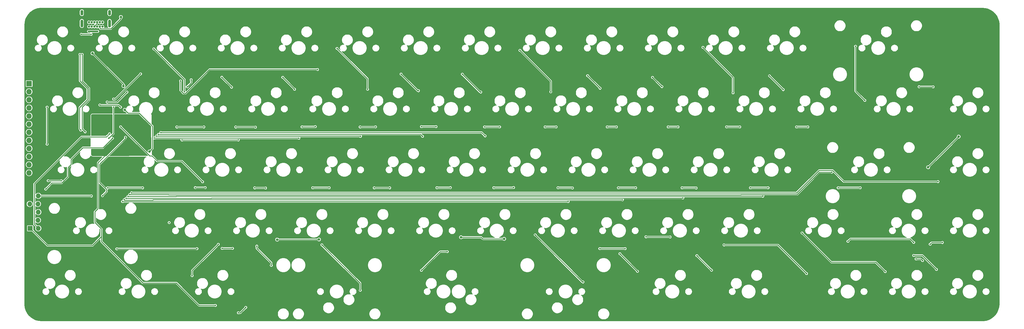
<source format=gbr>
%TF.GenerationSoftware,KiCad,Pcbnew,(5.1.4)-1*%
%TF.CreationDate,2020-06-13T02:43:16-04:00*%
%TF.ProjectId,sixtyfive,73697874-7966-4697-9665-2e6b69636164,rev?*%
%TF.SameCoordinates,Original*%
%TF.FileFunction,Copper,L1,Top*%
%TF.FilePolarity,Positive*%
%FSLAX46Y46*%
G04 Gerber Fmt 4.6, Leading zero omitted, Abs format (unit mm)*
G04 Created by KiCad (PCBNEW (5.1.4)-1) date 2020-06-13 02:43:16*
%MOMM*%
%LPD*%
G04 APERTURE LIST*
%TA.AperFunction,ComponentPad*%
%ADD10O,1.524000X1.524000*%
%TD*%
%TA.AperFunction,ComponentPad*%
%ADD11R,1.524000X1.524000*%
%TD*%
%TA.AperFunction,ComponentPad*%
%ADD12O,0.900000X1.700000*%
%TD*%
%TA.AperFunction,ComponentPad*%
%ADD13O,0.900000X2.400000*%
%TD*%
%TA.AperFunction,ComponentPad*%
%ADD14C,0.700000*%
%TD*%
%TA.AperFunction,ComponentPad*%
%ADD15R,1.700000X1.700000*%
%TD*%
%TA.AperFunction,ComponentPad*%
%ADD16O,1.700000X1.700000*%
%TD*%
%TA.AperFunction,ViaPad*%
%ADD17C,0.500000*%
%TD*%
%TA.AperFunction,ViaPad*%
%ADD18C,0.800000*%
%TD*%
%TA.AperFunction,Conductor*%
%ADD19C,0.250000*%
%TD*%
%TA.AperFunction,Conductor*%
%ADD20C,0.500000*%
%TD*%
%TA.AperFunction,Conductor*%
%ADD21C,0.152400*%
%TD*%
G04 APERTURE END LIST*
D10*
%TO.P,J2,9*%
%TO.N,GND*%
X268986000Y-297154600D03*
%TO.P,J2,10*%
%TO.N,NRST*%
X271526000Y-297154600D03*
%TO.P,J2,7*%
%TO.N,Net-(J2-Pad7)*%
X268859000Y-299694600D03*
%TO.P,J2,8*%
%TO.N,Net-(J2-Pad8)*%
X271399000Y-299694600D03*
%TO.P,J2,6*%
%TO.N,Net-(J2-Pad6)*%
X271526000Y-302234600D03*
%TO.P,J2,4*%
%TO.N,SWCLK*%
X271399000Y-304774600D03*
%TO.P,J2,2*%
%TO.N,SWDIO*%
X271526000Y-307314600D03*
D11*
%TO.P,J2,1*%
%TO.N,3.3V*%
X268986000Y-307314600D03*
D10*
%TO.P,J2,3*%
%TO.N,GND*%
X268859000Y-304774600D03*
%TO.P,J2,5*%
X268986000Y-302234600D03*
%TD*%
D12*
%TO.P,USB1,S1*%
%TO.N,Net-(CSH2-Pad1)*%
X285117500Y-239835600D03*
X293767500Y-239835600D03*
D13*
X285117500Y-243215600D03*
X293767500Y-243215600D03*
D14*
%TO.P,USB1,B6*%
%TO.N,DBus+*%
X289017500Y-242845600D03*
%TO.P,USB1,B1*%
%TO.N,GND*%
X286467500Y-242845600D03*
%TO.P,USB1,B4*%
%TO.N,VBUS*%
X287317500Y-242845600D03*
%TO.P,USB1,B5*%
%TO.N,Net-(RCC2-Pad1)*%
X288167500Y-242845600D03*
%TO.P,USB1,B12*%
%TO.N,GND*%
X292417500Y-242845600D03*
%TO.P,USB1,B8*%
%TO.N,Net-(USB1-PadB8)*%
X290717500Y-242845600D03*
%TO.P,USB1,B7*%
%TO.N,DBus-*%
X289867500Y-242845600D03*
%TO.P,USB1,B9*%
%TO.N,VBUS*%
X291567500Y-242845600D03*
%TO.P,USB1,A12*%
%TO.N,GND*%
X286467500Y-244195600D03*
%TO.P,USB1,A9*%
%TO.N,VBUS*%
X287317500Y-244195600D03*
%TO.P,USB1,A8*%
%TO.N,Net-(USB1-PadA8)*%
X288167500Y-244195600D03*
%TO.P,USB1,A7*%
%TO.N,DBus-*%
X289017500Y-244195600D03*
%TO.P,USB1,A6*%
%TO.N,DBus+*%
X289867500Y-244195600D03*
%TO.P,USB1,A5*%
%TO.N,Net-(RCC1-Pad2)*%
X290717500Y-244195600D03*
%TO.P,USB1,A4*%
%TO.N,VBUS*%
X291567500Y-244195600D03*
%TO.P,USB1,A1*%
%TO.N,GND*%
X292417500Y-244195600D03*
%TD*%
D15*
%TO.P,J1,1*%
%TO.N,Extra1*%
X268649450Y-262020050D03*
D16*
%TO.P,J1,2*%
%TO.N,Extra2*%
X268649450Y-264560050D03*
%TO.P,J1,3*%
%TO.N,Extra3*%
X268649450Y-267100050D03*
%TO.P,J1,4*%
%TO.N,Extra4*%
X268649450Y-269640050D03*
%TO.P,J1,5*%
%TO.N,Extra5*%
X268649450Y-272180050D03*
%TO.P,J1,6*%
%TO.N,Extra6*%
X268649450Y-274720050D03*
%TO.P,J1,7*%
%TO.N,Extra7*%
X268649450Y-277260050D03*
%TO.P,J1,8*%
%TO.N,Extra8*%
X268649450Y-279800050D03*
%TO.P,J1,9*%
%TO.N,Extra9*%
X268649450Y-282340050D03*
%TO.P,J1,10*%
%TO.N,Extra10*%
X268649450Y-284880050D03*
%TO.P,J1,11*%
%TO.N,Extra11*%
X268649450Y-287420050D03*
%TO.P,J1,12*%
%TO.N,Extra12*%
X268649450Y-289960050D03*
%TD*%
D17*
%TO.N,3.3V*%
X302298100Y-274193000D03*
X292722300Y-284200600D03*
X306158900Y-279044400D03*
X300215300Y-272389600D03*
X291426900Y-274078700D03*
X326821800Y-331444600D03*
%TO.N,GND*%
X275539200Y-283654500D03*
X283718000Y-282155900D03*
X303555400Y-306933600D03*
X295465500Y-319608200D03*
X432308000Y-319290700D03*
X385343400Y-255600200D03*
X463308700Y-257124200D03*
X494576100Y-254647700D03*
X501332500Y-254533400D03*
X539584900Y-259600700D03*
X547662100Y-261835900D03*
X542137600Y-316128400D03*
D18*
X317246000Y-316103000D03*
X378079000Y-314960000D03*
X378206000Y-312801000D03*
X385191000Y-314452000D03*
X368300000Y-312547000D03*
X418592000Y-316484000D03*
X292481000Y-286639000D03*
D17*
%TO.N,BOOT0*%
X297230800Y-275577300D03*
X322821300Y-292773100D03*
X339737700Y-312889900D03*
X344271600Y-318909700D03*
%TO.N,NRST*%
X298729400Y-278828500D03*
X333984600Y-333768700D03*
X336308700Y-332079600D03*
X288099500Y-297205400D03*
X291553900Y-297129200D03*
%TO.N,Row1*%
X319239900Y-260832600D03*
X318071500Y-263017000D03*
X299224700Y-264693400D03*
X293027100Y-267817600D03*
%TO.N,Row2*%
X511771900Y-275590000D03*
X508266700Y-275590000D03*
X490512100Y-275590000D03*
X486422700Y-275564600D03*
X471258900Y-275590000D03*
X468185500Y-275590000D03*
X452005700Y-275590000D03*
X449160900Y-275590000D03*
X433184300Y-275590000D03*
X429755300Y-275590000D03*
X415556700Y-275590000D03*
X415556700Y-275590000D03*
X410832300Y-275590000D03*
X297192700Y-269392400D03*
X314769500Y-275615400D03*
X323202300Y-275615400D03*
X333159100Y-275615400D03*
X339305900Y-275666200D03*
X353860100Y-275564600D03*
X358000300Y-275513800D03*
X371970300Y-275615400D03*
X376796300Y-275564600D03*
X391121900Y-275513800D03*
X395693900Y-275513800D03*
X290753800Y-268732000D03*
%TO.N,Row3*%
X304076100Y-294665400D03*
X320509900Y-294589200D03*
X323634100Y-294589200D03*
X339077300Y-294665400D03*
X342480900Y-294690800D03*
X357212900Y-294640000D03*
X362343700Y-294640000D03*
X376389900Y-294665400D03*
X381241300Y-294665400D03*
X395973300Y-294614600D03*
X400189700Y-294589200D03*
X413727900Y-294614600D03*
X419925500Y-294563800D03*
X433768500Y-294614600D03*
X438264300Y-294690800D03*
X452640700Y-294640000D03*
X458000100Y-294640000D03*
X472528900Y-294640000D03*
X476897700Y-294690800D03*
X493864900Y-294640000D03*
X499376700Y-294640000D03*
X521246100Y-294640000D03*
X528129500Y-294640000D03*
X293179500Y-294640000D03*
D18*
X549338500Y-288213800D03*
X558888900Y-278638000D03*
D17*
%TO.N,Row4*%
X332168500Y-313613800D03*
X328917300Y-313613800D03*
X321068700Y-313690000D03*
X296024300Y-313740800D03*
D18*
X346113100Y-310845200D03*
X359168700Y-310819800D03*
X403517100Y-310108600D03*
X416953700Y-310616600D03*
D17*
X446824100Y-313664600D03*
X454748900Y-313664600D03*
X461225900Y-309981600D03*
X468769700Y-310032400D03*
X524294100Y-311378600D03*
X544842700Y-311734200D03*
X549948100Y-312293000D03*
X553783500Y-311759600D03*
%TO.N,Net-(DRGB1-Pad2)*%
X315937900Y-261213600D03*
X358711500Y-257606800D03*
%TO.N,Net-(DRGB5-Pad2)*%
X545553900Y-316915800D03*
X547585900Y-317423800D03*
%TO.N,VBUS*%
X290080700Y-245668800D03*
X287185100Y-245668800D03*
%TO.N,Col1*%
X274264450Y-269409850D03*
X274264450Y-280982750D03*
D18*
%TO.N,Col2*%
X288480500Y-252577600D03*
X298132500Y-262788400D03*
X298538900Y-270256000D03*
X306260500Y-283260800D03*
D17*
X312364450Y-305517550D03*
%TO.N,Col3*%
X307606700Y-251180600D03*
X317157100Y-264566400D03*
X327748900Y-312343800D03*
X319544700Y-322122800D03*
%TO.N,Col4*%
X316344300Y-279679400D03*
X333971900Y-279679400D03*
X328815700Y-260045200D03*
X331863700Y-263169400D03*
X360057513Y-312521787D03*
X372046500Y-326720200D03*
%TO.N,Col5*%
X307759100Y-279069800D03*
X352894900Y-279120600D03*
X347840300Y-260070600D03*
X351523300Y-263804400D03*
%TO.N,Col6*%
X364782100Y-251028200D03*
X374332500Y-263829800D03*
X308368495Y-278494800D03*
X372122700Y-278561800D03*
%TO.N,Col7*%
X309005803Y-277919800D03*
X391502900Y-278536400D03*
X390232900Y-264261600D03*
X399224500Y-314629800D03*
X391121900Y-320471800D03*
X384771900Y-259054600D03*
%TO.N,Col8*%
X426656500Y-309372000D03*
X441566300Y-324129400D03*
X309765700Y-277344800D03*
X411010100Y-278409400D03*
X409663900Y-264693400D03*
X403898100Y-259105400D03*
%TO.N,Col9*%
X421906700Y-251637800D03*
X431507900Y-264617200D03*
X297802300Y-298958000D03*
X436968900Y-298958000D03*
X453097900Y-315264800D03*
X458584300Y-320776600D03*
%TO.N,Col10*%
X298329105Y-298383000D03*
X453910700Y-298399200D03*
X446900300Y-263499600D03*
X477126300Y-315874400D03*
X481698300Y-320421000D03*
X443014100Y-259562600D03*
%TO.N,Col11*%
X298929213Y-297932990D03*
X472732100Y-297840400D03*
X463283300Y-260096000D03*
X466204300Y-262991600D03*
X485584500Y-312521600D03*
X511390900Y-321487800D03*
%TO.N,Col12*%
X479031300Y-250698000D03*
X488429300Y-264922000D03*
X509968500Y-308787800D03*
X535927300Y-320852800D03*
X299520375Y-297357990D03*
X497725700Y-297281600D03*
%TO.N,Col13*%
X300057368Y-296782990D03*
X519239500Y-289763200D03*
X499808500Y-259613400D03*
X504101100Y-263931400D03*
X544817300Y-315798200D03*
X551929300Y-320192400D03*
%TO.N,Col14*%
X526656300Y-250367800D03*
X529577300Y-267284200D03*
X300647100Y-296207990D03*
X552411900Y-292709600D03*
X546519100Y-263017000D03*
X550886949Y-263052549D03*
%TO.N,RGB_3V3*%
X303466500Y-259003800D03*
X295033700Y-266877800D03*
X295008300Y-269367000D03*
X293535100Y-279120600D03*
D18*
%TO.N,Net-(RCC1-Pad2)*%
X297294300Y-241173000D03*
D17*
%TO.N,DBus+*%
X288005986Y-246616686D03*
X284924500Y-246583200D03*
%TO.N,D+*%
X284529297Y-252907800D03*
X284797313Y-276606187D03*
%TO.N,D-*%
X285229300Y-252907800D03*
X286143700Y-277139400D03*
%TO.N,Extra12*%
X278688800Y-292455600D03*
X274599400Y-292417500D03*
%TO.N,SWCLK*%
X294665400Y-279171400D03*
X273837400Y-295059100D03*
%TO.N,SWDIO*%
X293751000Y-277749000D03*
%TD*%
D19*
%TO.N,3.3V*%
X290157199Y-286765701D02*
X290157199Y-301152549D01*
X292722300Y-284200600D02*
X290157199Y-286765701D01*
X289208199Y-302101549D02*
X289208199Y-305468551D01*
X290157199Y-301152549D02*
X289208199Y-302101549D01*
X288455100Y-312686700D02*
X291253274Y-309888526D01*
X289208199Y-305468551D02*
X291253274Y-307513626D01*
X291253274Y-309888526D02*
X291253274Y-307513626D01*
X321652900Y-331444600D02*
X326821800Y-331444600D01*
X304165000Y-324396100D02*
X314604400Y-324396100D01*
X291253274Y-311484374D02*
X304165000Y-324396100D01*
X314604400Y-324396100D02*
X321652900Y-331444600D01*
X291253274Y-307513626D02*
X291253274Y-311484374D01*
X270306800Y-308635400D02*
X268986000Y-307314600D01*
X274358100Y-312686700D02*
X286321500Y-312686700D01*
X268986000Y-307314600D02*
X274358100Y-312686700D01*
X286321500Y-312686700D02*
X288455100Y-312686700D01*
%TO.N,BOOT0*%
X308633853Y-286285951D02*
X316334151Y-286285951D01*
X306296049Y-284642549D02*
X306990451Y-284642549D01*
X306990451Y-284642549D02*
X308633853Y-286285951D01*
X297230800Y-275577300D02*
X306296049Y-284642549D01*
X316334151Y-286285951D02*
X322821300Y-292773100D01*
X339737700Y-312889900D02*
X339737700Y-313613800D01*
X339737700Y-313613800D02*
X344271600Y-318147700D01*
X344271600Y-318147700D02*
X344271600Y-318909700D01*
%TO.N,NRST*%
X292858201Y-295169703D02*
X290607209Y-292918711D01*
X290607209Y-292918711D02*
X290607209Y-287331691D01*
X290607209Y-287331691D02*
X290766500Y-287172400D01*
X290766500Y-287172400D02*
X298729400Y-279209500D01*
X298729400Y-279209500D02*
X298729400Y-278828500D01*
X333984600Y-333768700D02*
X334619600Y-333768700D01*
X334619600Y-333768700D02*
X336308700Y-332079600D01*
X271526000Y-297154600D02*
X288048700Y-297154600D01*
X288048700Y-297154600D02*
X288099500Y-297205400D01*
X292858201Y-295824899D02*
X292858201Y-295169703D01*
X291553900Y-297129200D02*
X292858201Y-295824899D01*
%TO.N,Row1*%
X319239900Y-260832600D02*
X319239900Y-261848600D01*
X319239900Y-261848600D02*
X318071500Y-263017000D01*
X299224700Y-264693400D02*
X296100500Y-267817600D01*
X296100500Y-267817600D02*
X293027100Y-267817600D01*
%TO.N,Row2*%
X511771900Y-275590000D02*
X508266700Y-275590000D01*
X490512100Y-275590000D02*
X486448100Y-275590000D01*
X486448100Y-275590000D02*
X486422700Y-275564600D01*
X471258900Y-275590000D02*
X468185500Y-275590000D01*
X452005700Y-275590000D02*
X449160900Y-275590000D01*
X433184300Y-275590000D02*
X429755300Y-275590000D01*
X415556700Y-275590000D02*
X410832300Y-275590000D01*
X314769500Y-275615400D02*
X323202300Y-275615400D01*
X333159100Y-275615400D02*
X339255100Y-275615400D01*
X339255100Y-275615400D02*
X339305900Y-275666200D01*
X353860100Y-275564600D02*
X357949500Y-275564600D01*
X357949500Y-275564600D02*
X358000300Y-275513800D01*
X371970300Y-275615400D02*
X376745500Y-275615400D01*
X376745500Y-275615400D02*
X376796300Y-275564600D01*
X391121900Y-275513800D02*
X395693900Y-275513800D01*
X296592299Y-268791999D02*
X297192700Y-269392400D01*
X291481201Y-268791999D02*
X296592299Y-268791999D01*
X290813799Y-268791999D02*
X290753800Y-268732000D01*
X291481201Y-268791999D02*
X290813799Y-268791999D01*
%TO.N,Row3*%
X320509900Y-294589200D02*
X323634100Y-294589200D01*
X339077300Y-294665400D02*
X342455500Y-294665400D01*
X342455500Y-294665400D02*
X342480900Y-294690800D01*
X357212900Y-294640000D02*
X362343700Y-294640000D01*
X376389900Y-294665400D02*
X381241300Y-294665400D01*
X395973300Y-294614600D02*
X400164300Y-294614600D01*
X400164300Y-294614600D02*
X400189700Y-294589200D01*
X413727900Y-294614600D02*
X419874700Y-294614600D01*
X419874700Y-294614600D02*
X419925500Y-294563800D01*
X433768500Y-294614600D02*
X438188100Y-294614600D01*
X438188100Y-294614600D02*
X438264300Y-294690800D01*
X452640700Y-294640000D02*
X458000100Y-294640000D01*
X472528900Y-294640000D02*
X476846900Y-294640000D01*
X476846900Y-294640000D02*
X476897700Y-294690800D01*
X493864900Y-294640000D02*
X499376700Y-294640000D01*
X521246100Y-294640000D02*
X528129500Y-294640000D01*
X304050700Y-294640000D02*
X304076100Y-294665400D01*
X293179500Y-294640000D02*
X304050700Y-294640000D01*
X549338500Y-288213800D02*
X558888900Y-278663400D01*
X558888900Y-278663400D02*
X558888900Y-278638000D01*
%TO.N,Row4*%
X332168500Y-313613800D02*
X328917300Y-313613800D01*
X296075100Y-313690000D02*
X296024300Y-313740800D01*
X321017900Y-313740800D02*
X321068700Y-313690000D01*
X296024300Y-313740800D02*
X321017900Y-313740800D01*
X346113100Y-310845200D02*
X359143300Y-310845200D01*
X359143300Y-310845200D02*
X359168700Y-310819800D01*
X403517100Y-310108600D02*
X409790900Y-310108600D01*
X409790900Y-310108600D02*
X410298900Y-310616600D01*
X410298900Y-310616600D02*
X416953700Y-310616600D01*
X446824100Y-313664600D02*
X454748900Y-313664600D01*
X461225900Y-309981600D02*
X468718900Y-309981600D01*
X468718900Y-309981600D02*
X468769700Y-310032400D01*
X524294100Y-311378600D02*
X525030700Y-310642000D01*
X525030700Y-310642000D02*
X543750500Y-310642000D01*
X543750500Y-310642000D02*
X544842700Y-311734200D01*
X549948100Y-312293000D02*
X550481500Y-311759600D01*
X550481500Y-311759600D02*
X553783500Y-311759600D01*
%TO.N,Net-(DRGB1-Pad2)*%
X315937900Y-264198202D02*
X316881099Y-265141401D01*
X315937900Y-261213600D02*
X315937900Y-264198202D01*
X317433101Y-265141401D02*
X324967702Y-257606800D01*
X316881099Y-265141401D02*
X317433101Y-265141401D01*
X324967702Y-257606800D02*
X358711500Y-257606800D01*
%TO.N,Net-(DRGB5-Pad2)*%
X545553900Y-316915800D02*
X547077900Y-316915800D01*
X547077900Y-316915800D02*
X547585900Y-317423800D01*
D20*
%TO.N,VBUS*%
X290080700Y-245668800D02*
X287185100Y-245668800D01*
D19*
%TO.N,Col1*%
X274264450Y-280982750D02*
X274264450Y-269409850D01*
%TO.N,Col2*%
X288480500Y-252577600D02*
X298132500Y-262229600D01*
X298132500Y-262229600D02*
X298132500Y-262788400D01*
X298538900Y-270256000D02*
X299504100Y-271221200D01*
X302993626Y-271221200D02*
X306260500Y-274488074D01*
X299504100Y-271221200D02*
X302993626Y-271221200D01*
X306260500Y-274488074D02*
X306276174Y-274488074D01*
X307184099Y-282337201D02*
X306260500Y-283260800D01*
X307184099Y-275395999D02*
X307184099Y-282337201D01*
X306276174Y-274488074D02*
X307184099Y-275395999D01*
%TO.N,Col3*%
X307606700Y-251180600D02*
X317157100Y-260731000D01*
X317157100Y-260731000D02*
X317157100Y-264566400D01*
X327748900Y-312343800D02*
X319544700Y-320548000D01*
X319544700Y-320548000D02*
X319544700Y-322122800D01*
%TO.N,Col4*%
X316344300Y-279679400D02*
X333971900Y-279679400D01*
X328815700Y-260045200D02*
X331863700Y-263093200D01*
X331863700Y-263093200D02*
X331863700Y-263169400D01*
X360057513Y-312521787D02*
X372046500Y-324510774D01*
X372046500Y-324510774D02*
X372046500Y-326720200D01*
%TO.N,Col5*%
X307759100Y-279069800D02*
X352844100Y-279069800D01*
X352844100Y-279069800D02*
X352894900Y-279120600D01*
X347840300Y-260070600D02*
X351523300Y-263753600D01*
X351523300Y-263753600D02*
X351523300Y-263804400D01*
%TO.N,Col6*%
X364782100Y-251028200D02*
X374332500Y-260578600D01*
X374332500Y-260578600D02*
X374332500Y-263829800D01*
X308368495Y-278494800D02*
X372055700Y-278494800D01*
X372055700Y-278494800D02*
X372122700Y-278561800D01*
%TO.N,Col7*%
X309005803Y-277919800D02*
X390886300Y-277919800D01*
X390886300Y-277919800D02*
X391502900Y-278536400D01*
X390105900Y-264261600D02*
X390232900Y-264261600D01*
X399224500Y-314629800D02*
X396963900Y-314629800D01*
X396963900Y-314629800D02*
X391121900Y-320471800D01*
X389978900Y-264261600D02*
X390232900Y-264261600D01*
X384771900Y-259054600D02*
X389978900Y-264261600D01*
%TO.N,Col8*%
X426656500Y-309372000D02*
X441413900Y-324129400D01*
X441413900Y-324129400D02*
X441566300Y-324129400D01*
X309765700Y-277344800D02*
X409945500Y-277344800D01*
X409945500Y-277344800D02*
X411010100Y-278409400D01*
X409613100Y-264693400D02*
X409663900Y-264693400D01*
X409486100Y-264693400D02*
X409663900Y-264693400D01*
X403898100Y-259105400D02*
X409486100Y-264693400D01*
%TO.N,Col9*%
X421906700Y-251637800D02*
X431558700Y-261289800D01*
X431558700Y-261289800D02*
X431558700Y-264566400D01*
X431558700Y-264566400D02*
X431507900Y-264617200D01*
X297802300Y-298958000D02*
X436968900Y-298958000D01*
X453097900Y-315264800D02*
X458584300Y-320751200D01*
X458584300Y-320751200D02*
X458584300Y-320776600D01*
%TO.N,Col10*%
X298329105Y-298383000D02*
X298454095Y-298507990D01*
X298454095Y-298507990D02*
X307251100Y-298507990D01*
X453894499Y-298382999D02*
X453910700Y-298399200D01*
X307251100Y-298507990D02*
X307376091Y-298382999D01*
X307376091Y-298382999D02*
X453894499Y-298382999D01*
X477126300Y-315874400D02*
X481672900Y-320421000D01*
X481672900Y-320421000D02*
X481698300Y-320421000D01*
X446900300Y-263448800D02*
X446900300Y-263499600D01*
X443014100Y-259562600D02*
X446900300Y-263448800D01*
%TO.N,Col11*%
X298929213Y-297932990D02*
X307189691Y-297932989D01*
X307189691Y-297932989D02*
X325488300Y-297932989D01*
X472715899Y-297824199D02*
X472732100Y-297840400D01*
X325488300Y-297932989D02*
X325597090Y-297824199D01*
X325597090Y-297824199D02*
X472715899Y-297824199D01*
X463283300Y-260096000D02*
X466178900Y-262991600D01*
X466178900Y-262991600D02*
X466204300Y-262991600D01*
X485584500Y-312521600D02*
X502424700Y-312521600D01*
X502424700Y-312521600D02*
X511390900Y-321487800D01*
%TO.N,Col12*%
X479031300Y-250698000D02*
X488429300Y-260096000D01*
X488429300Y-260096000D02*
X488429300Y-264922000D01*
X509968500Y-308787800D02*
X519087100Y-317906400D01*
X519087100Y-317906400D02*
X532980900Y-317906400D01*
X532980900Y-317906400D02*
X535927300Y-320852800D01*
X299520375Y-297357990D02*
X314541090Y-297357990D01*
X497709499Y-297265399D02*
X497725700Y-297281600D01*
X314541090Y-297357990D02*
X314633681Y-297265399D01*
X314633681Y-297265399D02*
X497709499Y-297265399D01*
%TO.N,Col13*%
X300057368Y-296782990D02*
X311088510Y-296782990D01*
X312162690Y-296782990D02*
X312195089Y-296815389D01*
X311088510Y-296782990D02*
X312162690Y-296782990D01*
X490947299Y-296706599D02*
X508402899Y-296706599D01*
X312195089Y-296815389D02*
X490838509Y-296815389D01*
X490838509Y-296815389D02*
X490947299Y-296706599D01*
X508402899Y-296706599D02*
X515346298Y-289763200D01*
X515346298Y-289763200D02*
X519239500Y-289763200D01*
X499808500Y-259613400D02*
X504101100Y-263906000D01*
X504101100Y-263906000D02*
X504101100Y-263931400D01*
X544817300Y-315798200D02*
X547535100Y-315798200D01*
X547535100Y-315798200D02*
X551929300Y-320192400D01*
%TO.N,Col14*%
X526656300Y-250367800D02*
X526656300Y-264363200D01*
X526656300Y-264363200D02*
X529577300Y-267284200D01*
X508265098Y-296207990D02*
X515284889Y-289188199D01*
X515284889Y-289188199D02*
X519515501Y-289188199D01*
X300647100Y-296207990D02*
X508265098Y-296207990D01*
X519515501Y-289188199D02*
X523036902Y-292709600D01*
X523036902Y-292709600D02*
X552411900Y-292709600D01*
X546519100Y-263017000D02*
X550851400Y-263017000D01*
X550851400Y-263017000D02*
X550886949Y-263052549D01*
%TO.N,RGB_3V3*%
X303466500Y-259003800D02*
X295592500Y-266877800D01*
X295592500Y-266877800D02*
X295033700Y-266877800D01*
X295008300Y-269367000D02*
X295008300Y-277647400D01*
X295008300Y-277647400D02*
X293535100Y-279120600D01*
%TO.N,Net-(RCC1-Pad2)*%
X290717500Y-244694600D02*
X290717500Y-244195600D01*
X294162384Y-244870601D02*
X290893501Y-244870601D01*
X297294300Y-241738685D02*
X294162384Y-244870601D01*
X290893501Y-244870601D02*
X290717500Y-244694600D01*
X297294300Y-241173000D02*
X297294300Y-241738685D01*
%TO.N,DBus-*%
X289017500Y-244046598D02*
X289017500Y-244195600D01*
X289867500Y-243196598D02*
X289017500Y-244046598D01*
X289867500Y-242845600D02*
X289867500Y-243196598D01*
%TO.N,DBus+*%
X288005986Y-246616686D02*
X284957986Y-246616686D01*
X284957986Y-246616686D02*
X284924500Y-246583200D01*
%TO.N,D+*%
X284416500Y-276225374D02*
X284797313Y-276606187D01*
X284529297Y-261200807D02*
X286912890Y-263584400D01*
X286912890Y-267061698D02*
X284416500Y-269558088D01*
X284529297Y-252907800D02*
X284529297Y-261200807D01*
X286912890Y-263584400D02*
X286912890Y-267061698D01*
X284416500Y-269558088D02*
X284416500Y-276225374D01*
%TO.N,D-*%
X287362900Y-267248098D02*
X285203900Y-269407098D01*
X285229300Y-261264400D02*
X287362900Y-263398000D01*
X285229300Y-252907800D02*
X285229300Y-261264400D01*
X285203900Y-269407098D02*
X285203900Y-276199600D01*
X287362900Y-263398000D02*
X287362900Y-267248098D01*
X285203900Y-276199600D02*
X286143700Y-277139400D01*
%TO.N,Extra12*%
X278688800Y-292455600D02*
X274637500Y-292455600D01*
X274637500Y-292455600D02*
X274599400Y-292417500D01*
%TO.N,SWCLK*%
X291734251Y-282102549D02*
X294665400Y-279171400D01*
X281745701Y-285751547D02*
X285394699Y-282102549D01*
X281745701Y-287343551D02*
X281745701Y-285751547D01*
X285394699Y-282102549D02*
X291734251Y-282102549D01*
X273837400Y-295059100D02*
X275767800Y-293128700D01*
X275767800Y-293128700D02*
X278866702Y-293128700D01*
X280796701Y-291198701D02*
X280796701Y-288292551D01*
X278866702Y-293128700D02*
X280796701Y-291198701D01*
X280796701Y-288292551D02*
X281745701Y-287343551D01*
%TO.N,SWDIO*%
X293751000Y-277749000D02*
X292785800Y-278714200D01*
X270311999Y-306100599D02*
X271526000Y-307314600D01*
X270311999Y-293375249D02*
X270311999Y-306100599D01*
X284973048Y-278714200D02*
X270311999Y-293375249D01*
X292785800Y-278714200D02*
X284973048Y-278714200D01*
%TD*%
D21*
%TO.N,3.3V*%
G36*
X305962875Y-274757832D02*
G01*
X305975436Y-274773138D01*
X305990742Y-274785699D01*
X305990744Y-274785701D01*
X306036527Y-274823274D01*
X306052565Y-274831846D01*
X306660232Y-275439514D01*
X306693312Y-282260606D01*
X306362314Y-282591605D01*
X306327100Y-282584600D01*
X306193900Y-282584600D01*
X306063260Y-282610586D01*
X305940199Y-282661559D01*
X305829448Y-282735561D01*
X305735261Y-282829748D01*
X305661259Y-282940499D01*
X305610286Y-283063560D01*
X305584300Y-283194200D01*
X305584300Y-283327400D01*
X305593243Y-283372362D01*
X297757000Y-275536119D01*
X297757000Y-275525474D01*
X297736778Y-275423813D01*
X297697112Y-275328051D01*
X297639526Y-275241867D01*
X297566233Y-275168574D01*
X297480049Y-275110988D01*
X297384287Y-275071322D01*
X297282626Y-275051100D01*
X297178974Y-275051100D01*
X297077313Y-275071322D01*
X296981551Y-275110988D01*
X296895367Y-275168574D01*
X296822074Y-275241867D01*
X296764488Y-275328051D01*
X296724822Y-275423813D01*
X296704600Y-275525474D01*
X296704600Y-275629126D01*
X296724822Y-275730787D01*
X296764488Y-275826549D01*
X296822074Y-275912733D01*
X296895367Y-275986026D01*
X296981551Y-276043612D01*
X297077313Y-276083278D01*
X297178974Y-276103500D01*
X297189619Y-276103500D01*
X305681910Y-284595792D01*
X293894496Y-284611785D01*
X298999153Y-279507129D01*
X299014464Y-279494564D01*
X299058294Y-279441156D01*
X299064599Y-279433474D01*
X299101853Y-279363776D01*
X299101854Y-279363775D01*
X299124795Y-279288149D01*
X299130600Y-279229208D01*
X299130600Y-279229206D01*
X299132541Y-279209501D01*
X299130600Y-279189796D01*
X299130600Y-279171459D01*
X299138126Y-279163933D01*
X299195712Y-279077749D01*
X299235378Y-278981987D01*
X299255600Y-278880326D01*
X299255600Y-278776674D01*
X299235378Y-278675013D01*
X299195712Y-278579251D01*
X299138126Y-278493067D01*
X299064833Y-278419774D01*
X298978649Y-278362188D01*
X298882887Y-278322522D01*
X298781226Y-278302300D01*
X298677574Y-278302300D01*
X298575913Y-278322522D01*
X298480151Y-278362188D01*
X298393967Y-278419774D01*
X298320674Y-278493067D01*
X298263088Y-278579251D01*
X298223422Y-278675013D01*
X298203200Y-278776674D01*
X298203200Y-278880326D01*
X298223422Y-278981987D01*
X298263088Y-279077749D01*
X298275377Y-279096141D01*
X292758192Y-284613327D01*
X288572505Y-284619006D01*
X288456159Y-284603884D01*
X288352309Y-284561139D01*
X288263020Y-284493024D01*
X288194353Y-284404161D01*
X288150964Y-284300579D01*
X288135120Y-284184324D01*
X288126970Y-282503749D01*
X291714546Y-282503749D01*
X291734251Y-282505690D01*
X291753956Y-282503749D01*
X291753959Y-282503749D01*
X291812900Y-282497944D01*
X291888526Y-282475003D01*
X291958224Y-282437748D01*
X292019315Y-282387613D01*
X292031885Y-282372296D01*
X294706583Y-279697600D01*
X294717226Y-279697600D01*
X294818887Y-279677378D01*
X294914649Y-279637712D01*
X295000833Y-279580126D01*
X295074126Y-279506833D01*
X295131712Y-279420649D01*
X295171378Y-279324887D01*
X295191600Y-279223226D01*
X295191600Y-279119574D01*
X295171378Y-279017913D01*
X295131712Y-278922151D01*
X295074126Y-278835967D01*
X295000833Y-278762674D01*
X294914649Y-278705088D01*
X294818887Y-278665422D01*
X294717226Y-278645200D01*
X294613574Y-278645200D01*
X294569019Y-278654063D01*
X295278052Y-277945030D01*
X295293364Y-277932464D01*
X295322928Y-277896439D01*
X295343499Y-277871374D01*
X295380753Y-277801677D01*
X295380754Y-277801675D01*
X295403695Y-277726049D01*
X295409500Y-277667108D01*
X295409500Y-277667106D01*
X295411441Y-277647401D01*
X295409500Y-277627696D01*
X295409500Y-271668344D01*
X302863275Y-271658230D01*
X305962875Y-274757832D01*
X305962875Y-274757832D01*
G37*
X305962875Y-274757832D02*
X305975436Y-274773138D01*
X305990742Y-274785699D01*
X305990744Y-274785701D01*
X306036527Y-274823274D01*
X306052565Y-274831846D01*
X306660232Y-275439514D01*
X306693312Y-282260606D01*
X306362314Y-282591605D01*
X306327100Y-282584600D01*
X306193900Y-282584600D01*
X306063260Y-282610586D01*
X305940199Y-282661559D01*
X305829448Y-282735561D01*
X305735261Y-282829748D01*
X305661259Y-282940499D01*
X305610286Y-283063560D01*
X305584300Y-283194200D01*
X305584300Y-283327400D01*
X305593243Y-283372362D01*
X297757000Y-275536119D01*
X297757000Y-275525474D01*
X297736778Y-275423813D01*
X297697112Y-275328051D01*
X297639526Y-275241867D01*
X297566233Y-275168574D01*
X297480049Y-275110988D01*
X297384287Y-275071322D01*
X297282626Y-275051100D01*
X297178974Y-275051100D01*
X297077313Y-275071322D01*
X296981551Y-275110988D01*
X296895367Y-275168574D01*
X296822074Y-275241867D01*
X296764488Y-275328051D01*
X296724822Y-275423813D01*
X296704600Y-275525474D01*
X296704600Y-275629126D01*
X296724822Y-275730787D01*
X296764488Y-275826549D01*
X296822074Y-275912733D01*
X296895367Y-275986026D01*
X296981551Y-276043612D01*
X297077313Y-276083278D01*
X297178974Y-276103500D01*
X297189619Y-276103500D01*
X305681910Y-284595792D01*
X293894496Y-284611785D01*
X298999153Y-279507129D01*
X299014464Y-279494564D01*
X299058294Y-279441156D01*
X299064599Y-279433474D01*
X299101853Y-279363776D01*
X299101854Y-279363775D01*
X299124795Y-279288149D01*
X299130600Y-279229208D01*
X299130600Y-279229206D01*
X299132541Y-279209501D01*
X299130600Y-279189796D01*
X299130600Y-279171459D01*
X299138126Y-279163933D01*
X299195712Y-279077749D01*
X299235378Y-278981987D01*
X299255600Y-278880326D01*
X299255600Y-278776674D01*
X299235378Y-278675013D01*
X299195712Y-278579251D01*
X299138126Y-278493067D01*
X299064833Y-278419774D01*
X298978649Y-278362188D01*
X298882887Y-278322522D01*
X298781226Y-278302300D01*
X298677574Y-278302300D01*
X298575913Y-278322522D01*
X298480151Y-278362188D01*
X298393967Y-278419774D01*
X298320674Y-278493067D01*
X298263088Y-278579251D01*
X298223422Y-278675013D01*
X298203200Y-278776674D01*
X298203200Y-278880326D01*
X298223422Y-278981987D01*
X298263088Y-279077749D01*
X298275377Y-279096141D01*
X292758192Y-284613327D01*
X288572505Y-284619006D01*
X288456159Y-284603884D01*
X288352309Y-284561139D01*
X288263020Y-284493024D01*
X288194353Y-284404161D01*
X288150964Y-284300579D01*
X288135120Y-284184324D01*
X288126970Y-282503749D01*
X291714546Y-282503749D01*
X291734251Y-282505690D01*
X291753956Y-282503749D01*
X291753959Y-282503749D01*
X291812900Y-282497944D01*
X291888526Y-282475003D01*
X291958224Y-282437748D01*
X292019315Y-282387613D01*
X292031885Y-282372296D01*
X294706583Y-279697600D01*
X294717226Y-279697600D01*
X294818887Y-279677378D01*
X294914649Y-279637712D01*
X295000833Y-279580126D01*
X295074126Y-279506833D01*
X295131712Y-279420649D01*
X295171378Y-279324887D01*
X295191600Y-279223226D01*
X295191600Y-279119574D01*
X295171378Y-279017913D01*
X295131712Y-278922151D01*
X295074126Y-278835967D01*
X295000833Y-278762674D01*
X294914649Y-278705088D01*
X294818887Y-278665422D01*
X294717226Y-278645200D01*
X294613574Y-278645200D01*
X294569019Y-278654063D01*
X295278052Y-277945030D01*
X295293364Y-277932464D01*
X295322928Y-277896439D01*
X295343499Y-277871374D01*
X295380753Y-277801677D01*
X295380754Y-277801675D01*
X295403695Y-277726049D01*
X295409500Y-277667108D01*
X295409500Y-277667106D01*
X295411441Y-277647401D01*
X295409500Y-277627696D01*
X295409500Y-271668344D01*
X302863275Y-271658230D01*
X305962875Y-274757832D01*
G36*
X294607101Y-277481217D02*
G01*
X294274644Y-277813674D01*
X294277200Y-277800826D01*
X294277200Y-277697174D01*
X294256978Y-277595513D01*
X294217312Y-277499751D01*
X294159726Y-277413567D01*
X294086433Y-277340274D01*
X294000249Y-277282688D01*
X293904487Y-277243022D01*
X293802826Y-277222800D01*
X293699174Y-277222800D01*
X293597513Y-277243022D01*
X293501751Y-277282688D01*
X293415567Y-277340274D01*
X293342274Y-277413567D01*
X293284688Y-277499751D01*
X293245022Y-277595513D01*
X293224800Y-277697174D01*
X293224800Y-277707818D01*
X292619619Y-278313000D01*
X288106646Y-278313000D01*
X288076595Y-272116611D01*
X288091445Y-271999697D01*
X288134196Y-271895317D01*
X288202561Y-271805593D01*
X288291856Y-271736675D01*
X288395970Y-271693277D01*
X288512789Y-271677701D01*
X294607100Y-271669432D01*
X294607101Y-277481217D01*
X294607101Y-277481217D01*
G37*
X294607101Y-277481217D02*
X294274644Y-277813674D01*
X294277200Y-277800826D01*
X294277200Y-277697174D01*
X294256978Y-277595513D01*
X294217312Y-277499751D01*
X294159726Y-277413567D01*
X294086433Y-277340274D01*
X294000249Y-277282688D01*
X293904487Y-277243022D01*
X293802826Y-277222800D01*
X293699174Y-277222800D01*
X293597513Y-277243022D01*
X293501751Y-277282688D01*
X293415567Y-277340274D01*
X293342274Y-277413567D01*
X293284688Y-277499751D01*
X293245022Y-277595513D01*
X293224800Y-277697174D01*
X293224800Y-277707818D01*
X292619619Y-278313000D01*
X288106646Y-278313000D01*
X288076595Y-272116611D01*
X288091445Y-271999697D01*
X288134196Y-271895317D01*
X288202561Y-271805593D01*
X288291856Y-271736675D01*
X288395970Y-271693277D01*
X288512789Y-271677701D01*
X294607100Y-271669432D01*
X294607101Y-277481217D01*
%TO.N,GND*%
G36*
X566266145Y-238402799D02*
G01*
X567170342Y-238479521D01*
X568035159Y-238703983D01*
X568849792Y-239070949D01*
X569590952Y-239569927D01*
X570237441Y-240186647D01*
X570770773Y-240903472D01*
X571175707Y-241699916D01*
X571440659Y-242553200D01*
X571559378Y-243448920D01*
X571565100Y-243691715D01*
X571552631Y-330998633D01*
X571475908Y-331902844D01*
X571251446Y-332767656D01*
X570884480Y-333582292D01*
X570385502Y-334323452D01*
X569768787Y-334969937D01*
X569051956Y-335503273D01*
X568255511Y-335908207D01*
X567402224Y-336173160D01*
X566506509Y-336291878D01*
X566263719Y-336297600D01*
X272555911Y-336297600D01*
X271651727Y-336220879D01*
X270786915Y-335996417D01*
X269972279Y-335629451D01*
X269231119Y-335130473D01*
X268584634Y-334513758D01*
X268051298Y-333796927D01*
X268010597Y-333716874D01*
X333458400Y-333716874D01*
X333458400Y-333820526D01*
X333478622Y-333922187D01*
X333518288Y-334017949D01*
X333575874Y-334104133D01*
X333649167Y-334177426D01*
X333735351Y-334235012D01*
X333831113Y-334274678D01*
X333932774Y-334294900D01*
X334036426Y-334294900D01*
X334138087Y-334274678D01*
X334233849Y-334235012D01*
X334320033Y-334177426D01*
X334327559Y-334169900D01*
X334599895Y-334169900D01*
X334619600Y-334171841D01*
X334639305Y-334169900D01*
X334639308Y-334169900D01*
X334698249Y-334164095D01*
X334773875Y-334141154D01*
X334843573Y-334103899D01*
X334904664Y-334053764D01*
X334917234Y-334038447D01*
X335040435Y-333915246D01*
X346230600Y-333915246D01*
X346230600Y-334269854D01*
X346299781Y-334617649D01*
X346435484Y-334945264D01*
X346632494Y-335240110D01*
X346883240Y-335490856D01*
X347178086Y-335687866D01*
X347505701Y-335823569D01*
X347853496Y-335892750D01*
X348208104Y-335892750D01*
X348555899Y-335823569D01*
X348883514Y-335687866D01*
X349178360Y-335490856D01*
X349429106Y-335240110D01*
X349626116Y-334945264D01*
X349761819Y-334617649D01*
X349831000Y-334269854D01*
X349831000Y-333915246D01*
X350955000Y-333915246D01*
X350955000Y-334269854D01*
X351024181Y-334617649D01*
X351159884Y-334945264D01*
X351356894Y-335240110D01*
X351607640Y-335490856D01*
X351902486Y-335687866D01*
X352230101Y-335823569D01*
X352577896Y-335892750D01*
X352932504Y-335892750D01*
X353280299Y-335823569D01*
X353607914Y-335687866D01*
X353902760Y-335490856D01*
X354153506Y-335240110D01*
X354350516Y-334945264D01*
X354486219Y-334617649D01*
X354555400Y-334269854D01*
X354555400Y-333915246D01*
X354486219Y-333567451D01*
X354350516Y-333239836D01*
X354153506Y-332944990D01*
X353902760Y-332694244D01*
X353607914Y-332497234D01*
X353280299Y-332361531D01*
X352932504Y-332292350D01*
X352577896Y-332292350D01*
X352230101Y-332361531D01*
X351902486Y-332497234D01*
X351607640Y-332694244D01*
X351356894Y-332944990D01*
X351159884Y-333239836D01*
X351024181Y-333567451D01*
X350955000Y-333915246D01*
X349831000Y-333915246D01*
X349761819Y-333567451D01*
X349626116Y-333239836D01*
X349429106Y-332944990D01*
X349178360Y-332694244D01*
X348883514Y-332497234D01*
X348555899Y-332361531D01*
X348208104Y-332292350D01*
X347853496Y-332292350D01*
X347505701Y-332361531D01*
X347178086Y-332497234D01*
X346883240Y-332694244D01*
X346632494Y-332944990D01*
X346435484Y-333239836D01*
X346299781Y-333567451D01*
X346230600Y-333915246D01*
X335040435Y-333915246D01*
X336349882Y-332605800D01*
X336360526Y-332605800D01*
X336462187Y-332585578D01*
X336557949Y-332545912D01*
X336644133Y-332488326D01*
X336717426Y-332415033D01*
X336775012Y-332328849D01*
X336814678Y-332233087D01*
X336834900Y-332131426D01*
X336834900Y-332027774D01*
X336831884Y-332012610D01*
X360377000Y-332012610D01*
X360377000Y-332362490D01*
X360445259Y-332705648D01*
X360579152Y-333028896D01*
X360773536Y-333319811D01*
X361020939Y-333567214D01*
X361311854Y-333761598D01*
X361635102Y-333895491D01*
X361978260Y-333963750D01*
X362328140Y-333963750D01*
X362571983Y-333915246D01*
X374831000Y-333915246D01*
X374831000Y-334269854D01*
X374900181Y-334617649D01*
X375035884Y-334945264D01*
X375232894Y-335240110D01*
X375483640Y-335490856D01*
X375778486Y-335687866D01*
X376106101Y-335823569D01*
X376453896Y-335892750D01*
X376808504Y-335892750D01*
X377156299Y-335823569D01*
X377483914Y-335687866D01*
X377778760Y-335490856D01*
X378029506Y-335240110D01*
X378226516Y-334945264D01*
X378362219Y-334617649D01*
X378431400Y-334269854D01*
X378431400Y-333915246D01*
X378362219Y-333567451D01*
X378226516Y-333239836D01*
X378029506Y-332944990D01*
X377778760Y-332694244D01*
X377483914Y-332497234D01*
X377156299Y-332361531D01*
X376808504Y-332292350D01*
X376453896Y-332292350D01*
X376106101Y-332361531D01*
X375778486Y-332497234D01*
X375483640Y-332694244D01*
X375232894Y-332944990D01*
X375035884Y-333239836D01*
X374900181Y-333567451D01*
X374831000Y-333915246D01*
X362571983Y-333915246D01*
X362671298Y-333895491D01*
X362994546Y-333761598D01*
X363285461Y-333567214D01*
X363532864Y-333319811D01*
X363727248Y-333028896D01*
X363861141Y-332705648D01*
X363929400Y-332362490D01*
X363929400Y-332012610D01*
X398477000Y-332012610D01*
X398477000Y-332362490D01*
X398545259Y-332705648D01*
X398679152Y-333028896D01*
X398873536Y-333319811D01*
X399120939Y-333567214D01*
X399411854Y-333761598D01*
X399735102Y-333895491D01*
X400078260Y-333963750D01*
X400428140Y-333963750D01*
X400671983Y-333915246D01*
X422392500Y-333915246D01*
X422392500Y-334269854D01*
X422461681Y-334617649D01*
X422597384Y-334945264D01*
X422794394Y-335240110D01*
X423045140Y-335490856D01*
X423339986Y-335687866D01*
X423667601Y-335823569D01*
X424015396Y-335892750D01*
X424370004Y-335892750D01*
X424717799Y-335823569D01*
X425045414Y-335687866D01*
X425340260Y-335490856D01*
X425591006Y-335240110D01*
X425788016Y-334945264D01*
X425923719Y-334617649D01*
X425992900Y-334269854D01*
X425992900Y-333915246D01*
X425923719Y-333567451D01*
X425788016Y-333239836D01*
X425591006Y-332944990D01*
X425340260Y-332694244D01*
X425045414Y-332497234D01*
X424717799Y-332361531D01*
X424370004Y-332292350D01*
X424015396Y-332292350D01*
X423667601Y-332361531D01*
X423339986Y-332497234D01*
X423045140Y-332694244D01*
X422794394Y-332944990D01*
X422597384Y-333239836D01*
X422461681Y-333567451D01*
X422392500Y-333915246D01*
X400671983Y-333915246D01*
X400771298Y-333895491D01*
X401094546Y-333761598D01*
X401385461Y-333567214D01*
X401632864Y-333319811D01*
X401827248Y-333028896D01*
X401961141Y-332705648D01*
X402029400Y-332362490D01*
X402029400Y-332012610D01*
X431814500Y-332012610D01*
X431814500Y-332362490D01*
X431882759Y-332705648D01*
X432016652Y-333028896D01*
X432211036Y-333319811D01*
X432458439Y-333567214D01*
X432749354Y-333761598D01*
X433072602Y-333895491D01*
X433415760Y-333963750D01*
X433765640Y-333963750D01*
X434009483Y-333915246D01*
X446230400Y-333915246D01*
X446230400Y-334269854D01*
X446299581Y-334617649D01*
X446435284Y-334945264D01*
X446632294Y-335240110D01*
X446883040Y-335490856D01*
X447177886Y-335687866D01*
X447505501Y-335823569D01*
X447853296Y-335892750D01*
X448246004Y-335892750D01*
X448593799Y-335823569D01*
X448921414Y-335687866D01*
X449216260Y-335490856D01*
X449467006Y-335240110D01*
X449664016Y-334945264D01*
X449799719Y-334617649D01*
X449868900Y-334269854D01*
X449868900Y-333915246D01*
X449799719Y-333567451D01*
X449664016Y-333239836D01*
X449467006Y-332944990D01*
X449216260Y-332694244D01*
X448921414Y-332497234D01*
X448593799Y-332361531D01*
X448246004Y-332292350D01*
X447853296Y-332292350D01*
X447505501Y-332361531D01*
X447177886Y-332497234D01*
X446883040Y-332694244D01*
X446632294Y-332944990D01*
X446435284Y-333239836D01*
X446299581Y-333567451D01*
X446230400Y-333915246D01*
X434009483Y-333915246D01*
X434108798Y-333895491D01*
X434432046Y-333761598D01*
X434722961Y-333567214D01*
X434970364Y-333319811D01*
X435164748Y-333028896D01*
X435298641Y-332705648D01*
X435366900Y-332362490D01*
X435366900Y-332012610D01*
X435298641Y-331669452D01*
X435164748Y-331346204D01*
X434970364Y-331055289D01*
X434722961Y-330807886D01*
X434432046Y-330613502D01*
X434108798Y-330479609D01*
X433765640Y-330411350D01*
X433415760Y-330411350D01*
X433072602Y-330479609D01*
X432749354Y-330613502D01*
X432458439Y-330807886D01*
X432211036Y-331055289D01*
X432016652Y-331346204D01*
X431882759Y-331669452D01*
X431814500Y-332012610D01*
X402029400Y-332012610D01*
X401961141Y-331669452D01*
X401827248Y-331346204D01*
X401632864Y-331055289D01*
X401385461Y-330807886D01*
X401094546Y-330613502D01*
X400771298Y-330479609D01*
X400428140Y-330411350D01*
X400078260Y-330411350D01*
X399735102Y-330479609D01*
X399411854Y-330613502D01*
X399120939Y-330807886D01*
X398873536Y-331055289D01*
X398679152Y-331346204D01*
X398545259Y-331669452D01*
X398477000Y-332012610D01*
X363929400Y-332012610D01*
X363861141Y-331669452D01*
X363727248Y-331346204D01*
X363532864Y-331055289D01*
X363285461Y-330807886D01*
X362994546Y-330613502D01*
X362671298Y-330479609D01*
X362328140Y-330411350D01*
X361978260Y-330411350D01*
X361635102Y-330479609D01*
X361311854Y-330613502D01*
X361020939Y-330807886D01*
X360773536Y-331055289D01*
X360579152Y-331346204D01*
X360445259Y-331669452D01*
X360377000Y-332012610D01*
X336831884Y-332012610D01*
X336814678Y-331926113D01*
X336775012Y-331830351D01*
X336717426Y-331744167D01*
X336644133Y-331670874D01*
X336557949Y-331613288D01*
X336462187Y-331573622D01*
X336360526Y-331553400D01*
X336256874Y-331553400D01*
X336155213Y-331573622D01*
X336059451Y-331613288D01*
X335973267Y-331670874D01*
X335899974Y-331744167D01*
X335842388Y-331830351D01*
X335802722Y-331926113D01*
X335782500Y-332027774D01*
X335782500Y-332038418D01*
X334453419Y-333367500D01*
X334327559Y-333367500D01*
X334320033Y-333359974D01*
X334233849Y-333302388D01*
X334138087Y-333262722D01*
X334036426Y-333242500D01*
X333932774Y-333242500D01*
X333831113Y-333262722D01*
X333735351Y-333302388D01*
X333649167Y-333359974D01*
X333575874Y-333433267D01*
X333518288Y-333519451D01*
X333478622Y-333615213D01*
X333458400Y-333716874D01*
X268010597Y-333716874D01*
X267646364Y-333000482D01*
X267381411Y-332147195D01*
X267262693Y-331251480D01*
X267256971Y-331008690D01*
X267256971Y-326994167D01*
X272737000Y-326994167D01*
X272737000Y-327220933D01*
X272781240Y-327443343D01*
X272868020Y-327652848D01*
X272994005Y-327841397D01*
X273154353Y-328001745D01*
X273342902Y-328127730D01*
X273552407Y-328214510D01*
X273774817Y-328258750D01*
X274001583Y-328258750D01*
X274223993Y-328214510D01*
X274433498Y-328127730D01*
X274622047Y-328001745D01*
X274782395Y-327841397D01*
X274908380Y-327652848D01*
X274995160Y-327443343D01*
X275039400Y-327220933D01*
X275039400Y-326994167D01*
X275017480Y-326883965D01*
X276698100Y-326883965D01*
X276698100Y-327331135D01*
X276785339Y-327769714D01*
X276956464Y-328182846D01*
X277204898Y-328554654D01*
X277521096Y-328870852D01*
X277892904Y-329119286D01*
X278306036Y-329290411D01*
X278744615Y-329377650D01*
X279191785Y-329377650D01*
X279630364Y-329290411D01*
X280043496Y-329119286D01*
X280415304Y-328870852D01*
X280731502Y-328554654D01*
X280979936Y-328182846D01*
X281151061Y-327769714D01*
X281238300Y-327331135D01*
X281238300Y-326994167D01*
X282897000Y-326994167D01*
X282897000Y-327220933D01*
X282941240Y-327443343D01*
X283028020Y-327652848D01*
X283154005Y-327841397D01*
X283314353Y-328001745D01*
X283502902Y-328127730D01*
X283712407Y-328214510D01*
X283934817Y-328258750D01*
X284161583Y-328258750D01*
X284383993Y-328214510D01*
X284593498Y-328127730D01*
X284782047Y-328001745D01*
X284942395Y-327841397D01*
X285068380Y-327652848D01*
X285155160Y-327443343D01*
X285199400Y-327220933D01*
X285199400Y-326994167D01*
X296549500Y-326994167D01*
X296549500Y-327220933D01*
X296593740Y-327443343D01*
X296680520Y-327652848D01*
X296806505Y-327841397D01*
X296966853Y-328001745D01*
X297155402Y-328127730D01*
X297364907Y-328214510D01*
X297587317Y-328258750D01*
X297814083Y-328258750D01*
X298036493Y-328214510D01*
X298245998Y-328127730D01*
X298434547Y-328001745D01*
X298594895Y-327841397D01*
X298720880Y-327652848D01*
X298807660Y-327443343D01*
X298851900Y-327220933D01*
X298851900Y-326994167D01*
X298829980Y-326883965D01*
X300510600Y-326883965D01*
X300510600Y-327331135D01*
X300597839Y-327769714D01*
X300768964Y-328182846D01*
X301017398Y-328554654D01*
X301333596Y-328870852D01*
X301705404Y-329119286D01*
X302118536Y-329290411D01*
X302557115Y-329377650D01*
X303004285Y-329377650D01*
X303442864Y-329290411D01*
X303855996Y-329119286D01*
X304227804Y-328870852D01*
X304544002Y-328554654D01*
X304792436Y-328182846D01*
X304963561Y-327769714D01*
X305050800Y-327331135D01*
X305050800Y-326994167D01*
X306709500Y-326994167D01*
X306709500Y-327220933D01*
X306753740Y-327443343D01*
X306840520Y-327652848D01*
X306966505Y-327841397D01*
X307126853Y-328001745D01*
X307315402Y-328127730D01*
X307524907Y-328214510D01*
X307747317Y-328258750D01*
X307974083Y-328258750D01*
X308196493Y-328214510D01*
X308405998Y-328127730D01*
X308594547Y-328001745D01*
X308754895Y-327841397D01*
X308880880Y-327652848D01*
X308967660Y-327443343D01*
X309011900Y-327220933D01*
X309011900Y-326994167D01*
X308967660Y-326771757D01*
X308880880Y-326562252D01*
X308754895Y-326373703D01*
X308594547Y-326213355D01*
X308405998Y-326087370D01*
X308196493Y-326000590D01*
X307974083Y-325956350D01*
X307747317Y-325956350D01*
X307524907Y-326000590D01*
X307315402Y-326087370D01*
X307126853Y-326213355D01*
X306966505Y-326373703D01*
X306840520Y-326562252D01*
X306753740Y-326771757D01*
X306709500Y-326994167D01*
X305050800Y-326994167D01*
X305050800Y-326883965D01*
X304963561Y-326445386D01*
X304792436Y-326032254D01*
X304544002Y-325660446D01*
X304227804Y-325344248D01*
X303855996Y-325095814D01*
X303442864Y-324924689D01*
X303004285Y-324837450D01*
X302557115Y-324837450D01*
X302118536Y-324924689D01*
X301705404Y-325095814D01*
X301333596Y-325344248D01*
X301017398Y-325660446D01*
X300768964Y-326032254D01*
X300597839Y-326445386D01*
X300510600Y-326883965D01*
X298829980Y-326883965D01*
X298807660Y-326771757D01*
X298720880Y-326562252D01*
X298594895Y-326373703D01*
X298507629Y-326286437D01*
X298795760Y-326343750D01*
X299145640Y-326343750D01*
X299488798Y-326275491D01*
X299812046Y-326141598D01*
X300102961Y-325947214D01*
X300350364Y-325699811D01*
X300544748Y-325408896D01*
X300678641Y-325085648D01*
X300746900Y-324742490D01*
X300746900Y-324392610D01*
X300678641Y-324049452D01*
X300544748Y-323726204D01*
X300350364Y-323435289D01*
X300102961Y-323187886D01*
X299812046Y-322993502D01*
X299488798Y-322859609D01*
X299145640Y-322791350D01*
X298795760Y-322791350D01*
X298452602Y-322859609D01*
X298129354Y-322993502D01*
X297838439Y-323187886D01*
X297591036Y-323435289D01*
X297396652Y-323726204D01*
X297262759Y-324049452D01*
X297194500Y-324392610D01*
X297194500Y-324742490D01*
X297262759Y-325085648D01*
X297396652Y-325408896D01*
X297591036Y-325699811D01*
X297838439Y-325947214D01*
X297868231Y-325967121D01*
X297814083Y-325956350D01*
X297587317Y-325956350D01*
X297364907Y-326000590D01*
X297155402Y-326087370D01*
X296966853Y-326213355D01*
X296806505Y-326373703D01*
X296680520Y-326562252D01*
X296593740Y-326771757D01*
X296549500Y-326994167D01*
X285199400Y-326994167D01*
X285155160Y-326771757D01*
X285068380Y-326562252D01*
X284942395Y-326373703D01*
X284782047Y-326213355D01*
X284593498Y-326087370D01*
X284383993Y-326000590D01*
X284161583Y-325956350D01*
X283934817Y-325956350D01*
X283712407Y-326000590D01*
X283502902Y-326087370D01*
X283314353Y-326213355D01*
X283154005Y-326373703D01*
X283028020Y-326562252D01*
X282941240Y-326771757D01*
X282897000Y-326994167D01*
X281238300Y-326994167D01*
X281238300Y-326883965D01*
X281151061Y-326445386D01*
X280979936Y-326032254D01*
X280731502Y-325660446D01*
X280415304Y-325344248D01*
X280043496Y-325095814D01*
X279630364Y-324924689D01*
X279191785Y-324837450D01*
X278744615Y-324837450D01*
X278306036Y-324924689D01*
X277892904Y-325095814D01*
X277521096Y-325344248D01*
X277204898Y-325660446D01*
X276956464Y-326032254D01*
X276785339Y-326445386D01*
X276698100Y-326883965D01*
X275017480Y-326883965D01*
X274995160Y-326771757D01*
X274908380Y-326562252D01*
X274782395Y-326373703D01*
X274695129Y-326286437D01*
X274983260Y-326343750D01*
X275333140Y-326343750D01*
X275676298Y-326275491D01*
X275999546Y-326141598D01*
X276290461Y-325947214D01*
X276537864Y-325699811D01*
X276732248Y-325408896D01*
X276866141Y-325085648D01*
X276934400Y-324742490D01*
X276934400Y-324392610D01*
X276866141Y-324049452D01*
X276732248Y-323726204D01*
X276537864Y-323435289D01*
X276290461Y-323187886D01*
X275999546Y-322993502D01*
X275676298Y-322859609D01*
X275333140Y-322791350D01*
X274983260Y-322791350D01*
X274640102Y-322859609D01*
X274316854Y-322993502D01*
X274025939Y-323187886D01*
X273778536Y-323435289D01*
X273584152Y-323726204D01*
X273450259Y-324049452D01*
X273382000Y-324392610D01*
X273382000Y-324742490D01*
X273450259Y-325085648D01*
X273584152Y-325408896D01*
X273778536Y-325699811D01*
X274025939Y-325947214D01*
X274055731Y-325967121D01*
X274001583Y-325956350D01*
X273774817Y-325956350D01*
X273552407Y-326000590D01*
X273342902Y-326087370D01*
X273154353Y-326213355D01*
X272994005Y-326373703D01*
X272868020Y-326562252D01*
X272781240Y-326771757D01*
X272737000Y-326994167D01*
X267256971Y-326994167D01*
X267256971Y-321852610D01*
X279732000Y-321852610D01*
X279732000Y-322202490D01*
X279800259Y-322545648D01*
X279934152Y-322868896D01*
X280128536Y-323159811D01*
X280375939Y-323407214D01*
X280666854Y-323601598D01*
X280990102Y-323735491D01*
X281333260Y-323803750D01*
X281683140Y-323803750D01*
X282026298Y-323735491D01*
X282349546Y-323601598D01*
X282640461Y-323407214D01*
X282887864Y-323159811D01*
X283082248Y-322868896D01*
X283216141Y-322545648D01*
X283284400Y-322202490D01*
X283284400Y-321852610D01*
X283216141Y-321509452D01*
X283082248Y-321186204D01*
X282887864Y-320895289D01*
X282640461Y-320647886D01*
X282349546Y-320453502D01*
X282026298Y-320319609D01*
X281683140Y-320251350D01*
X281333260Y-320251350D01*
X280990102Y-320319609D01*
X280666854Y-320453502D01*
X280375939Y-320647886D01*
X280128536Y-320895289D01*
X279934152Y-321186204D01*
X279800259Y-321509452D01*
X279732000Y-321852610D01*
X267256971Y-321852610D01*
X267256971Y-316088965D01*
X274285100Y-316088965D01*
X274285100Y-316536135D01*
X274372339Y-316974714D01*
X274543464Y-317387846D01*
X274791898Y-317759654D01*
X275108096Y-318075852D01*
X275479904Y-318324286D01*
X275893036Y-318495411D01*
X276331615Y-318582650D01*
X276778785Y-318582650D01*
X277217364Y-318495411D01*
X277630496Y-318324286D01*
X278002304Y-318075852D01*
X278318502Y-317759654D01*
X278566936Y-317387846D01*
X278738061Y-316974714D01*
X278825300Y-316536135D01*
X278825300Y-316088965D01*
X278738061Y-315650386D01*
X278566936Y-315237254D01*
X278318502Y-314865446D01*
X278002304Y-314549248D01*
X277630496Y-314300814D01*
X277217364Y-314129689D01*
X276778785Y-314042450D01*
X276331615Y-314042450D01*
X275893036Y-314129689D01*
X275479904Y-314300814D01*
X275108096Y-314549248D01*
X274791898Y-314865446D01*
X274543464Y-315237254D01*
X274372339Y-315650386D01*
X274285100Y-316088965D01*
X267256971Y-316088965D01*
X267256971Y-306552600D01*
X267946464Y-306552600D01*
X267946464Y-308076600D01*
X267951797Y-308130745D01*
X267967590Y-308182808D01*
X267993237Y-308230791D01*
X268027752Y-308272848D01*
X268069809Y-308307363D01*
X268117792Y-308333010D01*
X268169855Y-308348803D01*
X268224000Y-308354136D01*
X269458154Y-308354136D01*
X270037044Y-308933026D01*
X270037047Y-308933028D01*
X274060475Y-312956458D01*
X274073036Y-312971764D01*
X274088342Y-312984325D01*
X274088344Y-312984327D01*
X274134126Y-313021899D01*
X274144751Y-313027578D01*
X274203825Y-313059154D01*
X274279451Y-313082095D01*
X274338392Y-313087900D01*
X274338395Y-313087900D01*
X274358100Y-313089841D01*
X274377805Y-313087900D01*
X288435395Y-313087900D01*
X288455100Y-313089841D01*
X288474805Y-313087900D01*
X288474808Y-313087900D01*
X288533749Y-313082095D01*
X288609375Y-313059154D01*
X288679073Y-313021899D01*
X288740164Y-312971764D01*
X288752734Y-312956447D01*
X290852075Y-310857108D01*
X290852075Y-311464659D01*
X290850133Y-311484374D01*
X290855182Y-311535627D01*
X290857880Y-311563023D01*
X290870712Y-311605324D01*
X290880821Y-311638649D01*
X290918075Y-311708347D01*
X290939292Y-311734199D01*
X290968211Y-311769438D01*
X290983523Y-311782004D01*
X303867370Y-324665852D01*
X303879936Y-324681164D01*
X303915961Y-324710728D01*
X303941026Y-324731299D01*
X303978281Y-324751212D01*
X304010725Y-324768554D01*
X304086351Y-324791495D01*
X304145292Y-324797300D01*
X304145294Y-324797300D01*
X304164999Y-324799241D01*
X304184704Y-324797300D01*
X314438219Y-324797300D01*
X321355270Y-331714352D01*
X321367836Y-331729664D01*
X321403861Y-331759228D01*
X321428926Y-331779799D01*
X321498623Y-331817053D01*
X321498625Y-331817054D01*
X321574251Y-331839995D01*
X321633192Y-331845800D01*
X321633194Y-331845800D01*
X321652899Y-331847741D01*
X321672604Y-331845800D01*
X326478841Y-331845800D01*
X326486367Y-331853326D01*
X326572551Y-331910912D01*
X326668313Y-331950578D01*
X326769974Y-331970800D01*
X326873626Y-331970800D01*
X326975287Y-331950578D01*
X327071049Y-331910912D01*
X327157233Y-331853326D01*
X327230526Y-331780033D01*
X327288112Y-331693849D01*
X327327778Y-331598087D01*
X327348000Y-331496426D01*
X327348000Y-331392774D01*
X327327778Y-331291113D01*
X327288112Y-331195351D01*
X327230526Y-331109167D01*
X327157233Y-331035874D01*
X327071049Y-330978288D01*
X326975287Y-330938622D01*
X326873626Y-330918400D01*
X326769974Y-330918400D01*
X326668313Y-330938622D01*
X326572551Y-330978288D01*
X326486367Y-331035874D01*
X326478841Y-331043400D01*
X321819082Y-331043400D01*
X320248292Y-329472610D01*
X366727000Y-329472610D01*
X366727000Y-329822490D01*
X366795259Y-330165648D01*
X366929152Y-330488896D01*
X367123536Y-330779811D01*
X367370939Y-331027214D01*
X367661854Y-331221598D01*
X367985102Y-331355491D01*
X368328260Y-331423750D01*
X368678140Y-331423750D01*
X369021298Y-331355491D01*
X369344546Y-331221598D01*
X369635461Y-331027214D01*
X369882864Y-330779811D01*
X370077248Y-330488896D01*
X370211141Y-330165648D01*
X370279400Y-329822490D01*
X370279400Y-329472610D01*
X404827000Y-329472610D01*
X404827000Y-329822490D01*
X404895259Y-330165648D01*
X405029152Y-330488896D01*
X405223536Y-330779811D01*
X405470939Y-331027214D01*
X405761854Y-331221598D01*
X406085102Y-331355491D01*
X406428260Y-331423750D01*
X406778140Y-331423750D01*
X407121298Y-331355491D01*
X407444546Y-331221598D01*
X407735461Y-331027214D01*
X407982864Y-330779811D01*
X408177248Y-330488896D01*
X408311141Y-330165648D01*
X408379400Y-329822490D01*
X408379400Y-329472610D01*
X438164500Y-329472610D01*
X438164500Y-329822490D01*
X438232759Y-330165648D01*
X438366652Y-330488896D01*
X438561036Y-330779811D01*
X438808439Y-331027214D01*
X439099354Y-331221598D01*
X439422602Y-331355491D01*
X439765760Y-331423750D01*
X440115640Y-331423750D01*
X440458798Y-331355491D01*
X440782046Y-331221598D01*
X441072961Y-331027214D01*
X441320364Y-330779811D01*
X441514748Y-330488896D01*
X441648641Y-330165648D01*
X441716900Y-329822490D01*
X441716900Y-329472610D01*
X441648641Y-329129452D01*
X441514748Y-328806204D01*
X441320364Y-328515289D01*
X441072961Y-328267886D01*
X441043169Y-328247979D01*
X441097317Y-328258750D01*
X441324083Y-328258750D01*
X441546493Y-328214510D01*
X441755998Y-328127730D01*
X441944547Y-328001745D01*
X442104895Y-327841397D01*
X442230880Y-327652848D01*
X442317660Y-327443343D01*
X442361900Y-327220933D01*
X442361900Y-326994167D01*
X463237000Y-326994167D01*
X463237000Y-327220933D01*
X463281240Y-327443343D01*
X463368020Y-327652848D01*
X463494005Y-327841397D01*
X463654353Y-328001745D01*
X463842902Y-328127730D01*
X464052407Y-328214510D01*
X464274817Y-328258750D01*
X464501583Y-328258750D01*
X464723993Y-328214510D01*
X464933498Y-328127730D01*
X465122047Y-328001745D01*
X465282395Y-327841397D01*
X465408380Y-327652848D01*
X465495160Y-327443343D01*
X465539400Y-327220933D01*
X465539400Y-326994167D01*
X465517480Y-326883965D01*
X467198100Y-326883965D01*
X467198100Y-327331135D01*
X467285339Y-327769714D01*
X467456464Y-328182846D01*
X467704898Y-328554654D01*
X468021096Y-328870852D01*
X468392904Y-329119286D01*
X468806036Y-329290411D01*
X469244615Y-329377650D01*
X469691785Y-329377650D01*
X470130364Y-329290411D01*
X470543496Y-329119286D01*
X470915304Y-328870852D01*
X471231502Y-328554654D01*
X471479936Y-328182846D01*
X471651061Y-327769714D01*
X471738300Y-327331135D01*
X471738300Y-326994167D01*
X473397000Y-326994167D01*
X473397000Y-327220933D01*
X473441240Y-327443343D01*
X473528020Y-327652848D01*
X473654005Y-327841397D01*
X473814353Y-328001745D01*
X474002902Y-328127730D01*
X474212407Y-328214510D01*
X474434817Y-328258750D01*
X474661583Y-328258750D01*
X474883993Y-328214510D01*
X475093498Y-328127730D01*
X475282047Y-328001745D01*
X475442395Y-327841397D01*
X475568380Y-327652848D01*
X475655160Y-327443343D01*
X475699400Y-327220933D01*
X475699400Y-326994167D01*
X487049500Y-326994167D01*
X487049500Y-327220933D01*
X487093740Y-327443343D01*
X487180520Y-327652848D01*
X487306505Y-327841397D01*
X487466853Y-328001745D01*
X487655402Y-328127730D01*
X487864907Y-328214510D01*
X488087317Y-328258750D01*
X488314083Y-328258750D01*
X488536493Y-328214510D01*
X488745998Y-328127730D01*
X488934547Y-328001745D01*
X489094895Y-327841397D01*
X489220880Y-327652848D01*
X489307660Y-327443343D01*
X489351900Y-327220933D01*
X489351900Y-326994167D01*
X489329980Y-326883965D01*
X491010600Y-326883965D01*
X491010600Y-327331135D01*
X491097839Y-327769714D01*
X491268964Y-328182846D01*
X491517398Y-328554654D01*
X491833596Y-328870852D01*
X492205404Y-329119286D01*
X492618536Y-329290411D01*
X493057115Y-329377650D01*
X493504285Y-329377650D01*
X493942864Y-329290411D01*
X494355996Y-329119286D01*
X494727804Y-328870852D01*
X495044002Y-328554654D01*
X495292436Y-328182846D01*
X495463561Y-327769714D01*
X495550800Y-327331135D01*
X495550800Y-326994167D01*
X497209500Y-326994167D01*
X497209500Y-327220933D01*
X497253740Y-327443343D01*
X497340520Y-327652848D01*
X497466505Y-327841397D01*
X497626853Y-328001745D01*
X497815402Y-328127730D01*
X498024907Y-328214510D01*
X498247317Y-328258750D01*
X498474083Y-328258750D01*
X498696493Y-328214510D01*
X498905998Y-328127730D01*
X499094547Y-328001745D01*
X499254895Y-327841397D01*
X499380880Y-327652848D01*
X499467660Y-327443343D01*
X499511900Y-327220933D01*
X499511900Y-326994167D01*
X518005750Y-326994167D01*
X518005750Y-327220933D01*
X518049990Y-327443343D01*
X518136770Y-327652848D01*
X518262755Y-327841397D01*
X518423103Y-328001745D01*
X518611652Y-328127730D01*
X518821157Y-328214510D01*
X519043567Y-328258750D01*
X519270333Y-328258750D01*
X519492743Y-328214510D01*
X519702248Y-328127730D01*
X519890797Y-328001745D01*
X520051145Y-327841397D01*
X520177130Y-327652848D01*
X520263910Y-327443343D01*
X520308150Y-327220933D01*
X520308150Y-326994167D01*
X520286230Y-326883965D01*
X521966850Y-326883965D01*
X521966850Y-327331135D01*
X522054089Y-327769714D01*
X522225214Y-328182846D01*
X522473648Y-328554654D01*
X522789846Y-328870852D01*
X523161654Y-329119286D01*
X523574786Y-329290411D01*
X524013365Y-329377650D01*
X524460535Y-329377650D01*
X524899114Y-329290411D01*
X525312246Y-329119286D01*
X525684054Y-328870852D01*
X526000252Y-328554654D01*
X526248686Y-328182846D01*
X526419811Y-327769714D01*
X526507050Y-327331135D01*
X526507050Y-326994167D01*
X528165750Y-326994167D01*
X528165750Y-327220933D01*
X528209990Y-327443343D01*
X528296770Y-327652848D01*
X528422755Y-327841397D01*
X528583103Y-328001745D01*
X528771652Y-328127730D01*
X528981157Y-328214510D01*
X529203567Y-328258750D01*
X529430333Y-328258750D01*
X529652743Y-328214510D01*
X529862248Y-328127730D01*
X530050797Y-328001745D01*
X530211145Y-327841397D01*
X530337130Y-327652848D01*
X530423910Y-327443343D01*
X530468150Y-327220933D01*
X530468150Y-326994167D01*
X537055750Y-326994167D01*
X537055750Y-327220933D01*
X537099990Y-327443343D01*
X537186770Y-327652848D01*
X537312755Y-327841397D01*
X537473103Y-328001745D01*
X537661652Y-328127730D01*
X537871157Y-328214510D01*
X538093567Y-328258750D01*
X538320333Y-328258750D01*
X538542743Y-328214510D01*
X538752248Y-328127730D01*
X538940797Y-328001745D01*
X539101145Y-327841397D01*
X539227130Y-327652848D01*
X539313910Y-327443343D01*
X539358150Y-327220933D01*
X539358150Y-326994167D01*
X539336230Y-326883965D01*
X541016850Y-326883965D01*
X541016850Y-327331135D01*
X541104089Y-327769714D01*
X541275214Y-328182846D01*
X541523648Y-328554654D01*
X541839846Y-328870852D01*
X542211654Y-329119286D01*
X542624786Y-329290411D01*
X543063365Y-329377650D01*
X543510535Y-329377650D01*
X543949114Y-329290411D01*
X544362246Y-329119286D01*
X544734054Y-328870852D01*
X545050252Y-328554654D01*
X545298686Y-328182846D01*
X545469811Y-327769714D01*
X545557050Y-327331135D01*
X545557050Y-326994167D01*
X547215750Y-326994167D01*
X547215750Y-327220933D01*
X547259990Y-327443343D01*
X547346770Y-327652848D01*
X547472755Y-327841397D01*
X547633103Y-328001745D01*
X547821652Y-328127730D01*
X548031157Y-328214510D01*
X548253567Y-328258750D01*
X548480333Y-328258750D01*
X548702743Y-328214510D01*
X548912248Y-328127730D01*
X549100797Y-328001745D01*
X549261145Y-327841397D01*
X549387130Y-327652848D01*
X549473910Y-327443343D01*
X549518150Y-327220933D01*
X549518150Y-326994167D01*
X556105750Y-326994167D01*
X556105750Y-327220933D01*
X556149990Y-327443343D01*
X556236770Y-327652848D01*
X556362755Y-327841397D01*
X556523103Y-328001745D01*
X556711652Y-328127730D01*
X556921157Y-328214510D01*
X557143567Y-328258750D01*
X557370333Y-328258750D01*
X557592743Y-328214510D01*
X557802248Y-328127730D01*
X557990797Y-328001745D01*
X558151145Y-327841397D01*
X558277130Y-327652848D01*
X558363910Y-327443343D01*
X558408150Y-327220933D01*
X558408150Y-326994167D01*
X558386230Y-326883965D01*
X560066850Y-326883965D01*
X560066850Y-327331135D01*
X560154089Y-327769714D01*
X560325214Y-328182846D01*
X560573648Y-328554654D01*
X560889846Y-328870852D01*
X561261654Y-329119286D01*
X561674786Y-329290411D01*
X562113365Y-329377650D01*
X562560535Y-329377650D01*
X562999114Y-329290411D01*
X563412246Y-329119286D01*
X563784054Y-328870852D01*
X564100252Y-328554654D01*
X564348686Y-328182846D01*
X564519811Y-327769714D01*
X564607050Y-327331135D01*
X564607050Y-326994167D01*
X566265750Y-326994167D01*
X566265750Y-327220933D01*
X566309990Y-327443343D01*
X566396770Y-327652848D01*
X566522755Y-327841397D01*
X566683103Y-328001745D01*
X566871652Y-328127730D01*
X567081157Y-328214510D01*
X567303567Y-328258750D01*
X567530333Y-328258750D01*
X567752743Y-328214510D01*
X567962248Y-328127730D01*
X568150797Y-328001745D01*
X568311145Y-327841397D01*
X568437130Y-327652848D01*
X568523910Y-327443343D01*
X568568150Y-327220933D01*
X568568150Y-326994167D01*
X568523910Y-326771757D01*
X568437130Y-326562252D01*
X568311145Y-326373703D01*
X568150797Y-326213355D01*
X567962248Y-326087370D01*
X567752743Y-326000590D01*
X567530333Y-325956350D01*
X567303567Y-325956350D01*
X567081157Y-326000590D01*
X566871652Y-326087370D01*
X566683103Y-326213355D01*
X566522755Y-326373703D01*
X566396770Y-326562252D01*
X566309990Y-326771757D01*
X566265750Y-326994167D01*
X564607050Y-326994167D01*
X564607050Y-326883965D01*
X564519811Y-326445386D01*
X564348686Y-326032254D01*
X564100252Y-325660446D01*
X563784054Y-325344248D01*
X563412246Y-325095814D01*
X562999114Y-324924689D01*
X562560535Y-324837450D01*
X562113365Y-324837450D01*
X561674786Y-324924689D01*
X561261654Y-325095814D01*
X560889846Y-325344248D01*
X560573648Y-325660446D01*
X560325214Y-326032254D01*
X560154089Y-326445386D01*
X560066850Y-326883965D01*
X558386230Y-326883965D01*
X558363910Y-326771757D01*
X558277130Y-326562252D01*
X558151145Y-326373703D01*
X558063879Y-326286437D01*
X558352010Y-326343750D01*
X558701890Y-326343750D01*
X559045048Y-326275491D01*
X559368296Y-326141598D01*
X559659211Y-325947214D01*
X559906614Y-325699811D01*
X560100998Y-325408896D01*
X560234891Y-325085648D01*
X560303150Y-324742490D01*
X560303150Y-324392610D01*
X560234891Y-324049452D01*
X560100998Y-323726204D01*
X559906614Y-323435289D01*
X559659211Y-323187886D01*
X559368296Y-322993502D01*
X559045048Y-322859609D01*
X558701890Y-322791350D01*
X558352010Y-322791350D01*
X558008852Y-322859609D01*
X557685604Y-322993502D01*
X557394689Y-323187886D01*
X557147286Y-323435289D01*
X556952902Y-323726204D01*
X556819009Y-324049452D01*
X556750750Y-324392610D01*
X556750750Y-324742490D01*
X556819009Y-325085648D01*
X556952902Y-325408896D01*
X557147286Y-325699811D01*
X557394689Y-325947214D01*
X557424481Y-325967121D01*
X557370333Y-325956350D01*
X557143567Y-325956350D01*
X556921157Y-326000590D01*
X556711652Y-326087370D01*
X556523103Y-326213355D01*
X556362755Y-326373703D01*
X556236770Y-326562252D01*
X556149990Y-326771757D01*
X556105750Y-326994167D01*
X549518150Y-326994167D01*
X549473910Y-326771757D01*
X549387130Y-326562252D01*
X549261145Y-326373703D01*
X549100797Y-326213355D01*
X548912248Y-326087370D01*
X548702743Y-326000590D01*
X548480333Y-325956350D01*
X548253567Y-325956350D01*
X548031157Y-326000590D01*
X547821652Y-326087370D01*
X547633103Y-326213355D01*
X547472755Y-326373703D01*
X547346770Y-326562252D01*
X547259990Y-326771757D01*
X547215750Y-326994167D01*
X545557050Y-326994167D01*
X545557050Y-326883965D01*
X545469811Y-326445386D01*
X545298686Y-326032254D01*
X545050252Y-325660446D01*
X544734054Y-325344248D01*
X544362246Y-325095814D01*
X543949114Y-324924689D01*
X543510535Y-324837450D01*
X543063365Y-324837450D01*
X542624786Y-324924689D01*
X542211654Y-325095814D01*
X541839846Y-325344248D01*
X541523648Y-325660446D01*
X541275214Y-326032254D01*
X541104089Y-326445386D01*
X541016850Y-326883965D01*
X539336230Y-326883965D01*
X539313910Y-326771757D01*
X539227130Y-326562252D01*
X539101145Y-326373703D01*
X539013879Y-326286437D01*
X539302010Y-326343750D01*
X539651890Y-326343750D01*
X539995048Y-326275491D01*
X540318296Y-326141598D01*
X540609211Y-325947214D01*
X540856614Y-325699811D01*
X541050998Y-325408896D01*
X541184891Y-325085648D01*
X541253150Y-324742490D01*
X541253150Y-324392610D01*
X541184891Y-324049452D01*
X541050998Y-323726204D01*
X540856614Y-323435289D01*
X540609211Y-323187886D01*
X540318296Y-322993502D01*
X539995048Y-322859609D01*
X539651890Y-322791350D01*
X539302010Y-322791350D01*
X538958852Y-322859609D01*
X538635604Y-322993502D01*
X538344689Y-323187886D01*
X538097286Y-323435289D01*
X537902902Y-323726204D01*
X537769009Y-324049452D01*
X537700750Y-324392610D01*
X537700750Y-324742490D01*
X537769009Y-325085648D01*
X537902902Y-325408896D01*
X538097286Y-325699811D01*
X538344689Y-325947214D01*
X538374481Y-325967121D01*
X538320333Y-325956350D01*
X538093567Y-325956350D01*
X537871157Y-326000590D01*
X537661652Y-326087370D01*
X537473103Y-326213355D01*
X537312755Y-326373703D01*
X537186770Y-326562252D01*
X537099990Y-326771757D01*
X537055750Y-326994167D01*
X530468150Y-326994167D01*
X530423910Y-326771757D01*
X530337130Y-326562252D01*
X530211145Y-326373703D01*
X530050797Y-326213355D01*
X529862248Y-326087370D01*
X529652743Y-326000590D01*
X529430333Y-325956350D01*
X529203567Y-325956350D01*
X528981157Y-326000590D01*
X528771652Y-326087370D01*
X528583103Y-326213355D01*
X528422755Y-326373703D01*
X528296770Y-326562252D01*
X528209990Y-326771757D01*
X528165750Y-326994167D01*
X526507050Y-326994167D01*
X526507050Y-326883965D01*
X526419811Y-326445386D01*
X526248686Y-326032254D01*
X526000252Y-325660446D01*
X525684054Y-325344248D01*
X525312246Y-325095814D01*
X524899114Y-324924689D01*
X524460535Y-324837450D01*
X524013365Y-324837450D01*
X523574786Y-324924689D01*
X523161654Y-325095814D01*
X522789846Y-325344248D01*
X522473648Y-325660446D01*
X522225214Y-326032254D01*
X522054089Y-326445386D01*
X521966850Y-326883965D01*
X520286230Y-326883965D01*
X520263910Y-326771757D01*
X520177130Y-326562252D01*
X520051145Y-326373703D01*
X519963879Y-326286437D01*
X520252010Y-326343750D01*
X520601890Y-326343750D01*
X520945048Y-326275491D01*
X521268296Y-326141598D01*
X521559211Y-325947214D01*
X521806614Y-325699811D01*
X522000998Y-325408896D01*
X522134891Y-325085648D01*
X522203150Y-324742490D01*
X522203150Y-324392610D01*
X522134891Y-324049452D01*
X522000998Y-323726204D01*
X521806614Y-323435289D01*
X521559211Y-323187886D01*
X521268296Y-322993502D01*
X520945048Y-322859609D01*
X520601890Y-322791350D01*
X520252010Y-322791350D01*
X519908852Y-322859609D01*
X519585604Y-322993502D01*
X519294689Y-323187886D01*
X519047286Y-323435289D01*
X518852902Y-323726204D01*
X518719009Y-324049452D01*
X518650750Y-324392610D01*
X518650750Y-324742490D01*
X518719009Y-325085648D01*
X518852902Y-325408896D01*
X519047286Y-325699811D01*
X519294689Y-325947214D01*
X519324481Y-325967121D01*
X519270333Y-325956350D01*
X519043567Y-325956350D01*
X518821157Y-326000590D01*
X518611652Y-326087370D01*
X518423103Y-326213355D01*
X518262755Y-326373703D01*
X518136770Y-326562252D01*
X518049990Y-326771757D01*
X518005750Y-326994167D01*
X499511900Y-326994167D01*
X499467660Y-326771757D01*
X499380880Y-326562252D01*
X499254895Y-326373703D01*
X499094547Y-326213355D01*
X498905998Y-326087370D01*
X498696493Y-326000590D01*
X498474083Y-325956350D01*
X498247317Y-325956350D01*
X498024907Y-326000590D01*
X497815402Y-326087370D01*
X497626853Y-326213355D01*
X497466505Y-326373703D01*
X497340520Y-326562252D01*
X497253740Y-326771757D01*
X497209500Y-326994167D01*
X495550800Y-326994167D01*
X495550800Y-326883965D01*
X495463561Y-326445386D01*
X495292436Y-326032254D01*
X495044002Y-325660446D01*
X494727804Y-325344248D01*
X494355996Y-325095814D01*
X493942864Y-324924689D01*
X493504285Y-324837450D01*
X493057115Y-324837450D01*
X492618536Y-324924689D01*
X492205404Y-325095814D01*
X491833596Y-325344248D01*
X491517398Y-325660446D01*
X491268964Y-326032254D01*
X491097839Y-326445386D01*
X491010600Y-326883965D01*
X489329980Y-326883965D01*
X489307660Y-326771757D01*
X489220880Y-326562252D01*
X489094895Y-326373703D01*
X489007629Y-326286437D01*
X489295760Y-326343750D01*
X489645640Y-326343750D01*
X489988798Y-326275491D01*
X490312046Y-326141598D01*
X490602961Y-325947214D01*
X490850364Y-325699811D01*
X491044748Y-325408896D01*
X491178641Y-325085648D01*
X491246900Y-324742490D01*
X491246900Y-324392610D01*
X491178641Y-324049452D01*
X491044748Y-323726204D01*
X490850364Y-323435289D01*
X490602961Y-323187886D01*
X490312046Y-322993502D01*
X489988798Y-322859609D01*
X489645640Y-322791350D01*
X489295760Y-322791350D01*
X488952602Y-322859609D01*
X488629354Y-322993502D01*
X488338439Y-323187886D01*
X488091036Y-323435289D01*
X487896652Y-323726204D01*
X487762759Y-324049452D01*
X487694500Y-324392610D01*
X487694500Y-324742490D01*
X487762759Y-325085648D01*
X487896652Y-325408896D01*
X488091036Y-325699811D01*
X488338439Y-325947214D01*
X488368231Y-325967121D01*
X488314083Y-325956350D01*
X488087317Y-325956350D01*
X487864907Y-326000590D01*
X487655402Y-326087370D01*
X487466853Y-326213355D01*
X487306505Y-326373703D01*
X487180520Y-326562252D01*
X487093740Y-326771757D01*
X487049500Y-326994167D01*
X475699400Y-326994167D01*
X475655160Y-326771757D01*
X475568380Y-326562252D01*
X475442395Y-326373703D01*
X475282047Y-326213355D01*
X475093498Y-326087370D01*
X474883993Y-326000590D01*
X474661583Y-325956350D01*
X474434817Y-325956350D01*
X474212407Y-326000590D01*
X474002902Y-326087370D01*
X473814353Y-326213355D01*
X473654005Y-326373703D01*
X473528020Y-326562252D01*
X473441240Y-326771757D01*
X473397000Y-326994167D01*
X471738300Y-326994167D01*
X471738300Y-326883965D01*
X471651061Y-326445386D01*
X471479936Y-326032254D01*
X471231502Y-325660446D01*
X470915304Y-325344248D01*
X470543496Y-325095814D01*
X470130364Y-324924689D01*
X469691785Y-324837450D01*
X469244615Y-324837450D01*
X468806036Y-324924689D01*
X468392904Y-325095814D01*
X468021096Y-325344248D01*
X467704898Y-325660446D01*
X467456464Y-326032254D01*
X467285339Y-326445386D01*
X467198100Y-326883965D01*
X465517480Y-326883965D01*
X465495160Y-326771757D01*
X465408380Y-326562252D01*
X465282395Y-326373703D01*
X465195129Y-326286437D01*
X465483260Y-326343750D01*
X465833140Y-326343750D01*
X466176298Y-326275491D01*
X466499546Y-326141598D01*
X466790461Y-325947214D01*
X467037864Y-325699811D01*
X467232248Y-325408896D01*
X467366141Y-325085648D01*
X467434400Y-324742490D01*
X467434400Y-324392610D01*
X467366141Y-324049452D01*
X467232248Y-323726204D01*
X467037864Y-323435289D01*
X466790461Y-323187886D01*
X466499546Y-322993502D01*
X466176298Y-322859609D01*
X465833140Y-322791350D01*
X465483260Y-322791350D01*
X465140102Y-322859609D01*
X464816854Y-322993502D01*
X464525939Y-323187886D01*
X464278536Y-323435289D01*
X464084152Y-323726204D01*
X463950259Y-324049452D01*
X463882000Y-324392610D01*
X463882000Y-324742490D01*
X463950259Y-325085648D01*
X464084152Y-325408896D01*
X464278536Y-325699811D01*
X464525939Y-325947214D01*
X464555731Y-325967121D01*
X464501583Y-325956350D01*
X464274817Y-325956350D01*
X464052407Y-326000590D01*
X463842902Y-326087370D01*
X463654353Y-326213355D01*
X463494005Y-326373703D01*
X463368020Y-326562252D01*
X463281240Y-326771757D01*
X463237000Y-326994167D01*
X442361900Y-326994167D01*
X442317660Y-326771757D01*
X442230880Y-326562252D01*
X442104895Y-326373703D01*
X441944547Y-326213355D01*
X441755998Y-326087370D01*
X441546493Y-326000590D01*
X441324083Y-325956350D01*
X441097317Y-325956350D01*
X440874907Y-326000590D01*
X440665402Y-326087370D01*
X440476853Y-326213355D01*
X440316505Y-326373703D01*
X440190520Y-326562252D01*
X440103740Y-326771757D01*
X440059500Y-326994167D01*
X440059500Y-327220933D01*
X440103740Y-327443343D01*
X440190520Y-327652848D01*
X440316505Y-327841397D01*
X440403771Y-327928663D01*
X440115640Y-327871350D01*
X439765760Y-327871350D01*
X439422602Y-327939609D01*
X439099354Y-328073502D01*
X438808439Y-328267886D01*
X438561036Y-328515289D01*
X438366652Y-328806204D01*
X438232759Y-329129452D01*
X438164500Y-329472610D01*
X408379400Y-329472610D01*
X408311141Y-329129452D01*
X408177248Y-328806204D01*
X407982864Y-328515289D01*
X407735461Y-328267886D01*
X407705669Y-328247979D01*
X407759817Y-328258750D01*
X407986583Y-328258750D01*
X408208993Y-328214510D01*
X408418498Y-328127730D01*
X408607047Y-328001745D01*
X408767395Y-327841397D01*
X408893380Y-327652848D01*
X408980160Y-327443343D01*
X409024400Y-327220933D01*
X409024400Y-326994167D01*
X429899500Y-326994167D01*
X429899500Y-327220933D01*
X429943740Y-327443343D01*
X430030520Y-327652848D01*
X430156505Y-327841397D01*
X430316853Y-328001745D01*
X430505402Y-328127730D01*
X430714907Y-328214510D01*
X430937317Y-328258750D01*
X431164083Y-328258750D01*
X431386493Y-328214510D01*
X431595998Y-328127730D01*
X431784547Y-328001745D01*
X431944895Y-327841397D01*
X432070880Y-327652848D01*
X432157660Y-327443343D01*
X432201900Y-327220933D01*
X432201900Y-326994167D01*
X432179980Y-326883965D01*
X433860600Y-326883965D01*
X433860600Y-327331135D01*
X433947839Y-327769714D01*
X434118964Y-328182846D01*
X434367398Y-328554654D01*
X434683596Y-328870852D01*
X435055404Y-329119286D01*
X435468536Y-329290411D01*
X435907115Y-329377650D01*
X436354285Y-329377650D01*
X436792864Y-329290411D01*
X437205996Y-329119286D01*
X437577804Y-328870852D01*
X437894002Y-328554654D01*
X438142436Y-328182846D01*
X438313561Y-327769714D01*
X438400800Y-327331135D01*
X438400800Y-326883965D01*
X438313561Y-326445386D01*
X438142436Y-326032254D01*
X437894002Y-325660446D01*
X437577804Y-325344248D01*
X437205996Y-325095814D01*
X436792864Y-324924689D01*
X436354285Y-324837450D01*
X435907115Y-324837450D01*
X435468536Y-324924689D01*
X435055404Y-325095814D01*
X434683596Y-325344248D01*
X434367398Y-325660446D01*
X434118964Y-326032254D01*
X433947839Y-326445386D01*
X433860600Y-326883965D01*
X432179980Y-326883965D01*
X432157660Y-326771757D01*
X432070880Y-326562252D01*
X431944895Y-326373703D01*
X431784547Y-326213355D01*
X431595998Y-326087370D01*
X431386493Y-326000590D01*
X431164083Y-325956350D01*
X430937317Y-325956350D01*
X430714907Y-326000590D01*
X430505402Y-326087370D01*
X430316853Y-326213355D01*
X430156505Y-326373703D01*
X430030520Y-326562252D01*
X429943740Y-326771757D01*
X429899500Y-326994167D01*
X409024400Y-326994167D01*
X408980160Y-326771757D01*
X408893380Y-326562252D01*
X408767395Y-326373703D01*
X408607047Y-326213355D01*
X408418498Y-326087370D01*
X408208993Y-326000590D01*
X407986583Y-325956350D01*
X407759817Y-325956350D01*
X407537407Y-326000590D01*
X407327902Y-326087370D01*
X407139353Y-326213355D01*
X406979005Y-326373703D01*
X406853020Y-326562252D01*
X406766240Y-326771757D01*
X406722000Y-326994167D01*
X406722000Y-327220933D01*
X406766240Y-327443343D01*
X406853020Y-327652848D01*
X406979005Y-327841397D01*
X407066271Y-327928663D01*
X406778140Y-327871350D01*
X406428260Y-327871350D01*
X406085102Y-327939609D01*
X405761854Y-328073502D01*
X405470939Y-328267886D01*
X405223536Y-328515289D01*
X405029152Y-328806204D01*
X404895259Y-329129452D01*
X404827000Y-329472610D01*
X370279400Y-329472610D01*
X370211141Y-329129452D01*
X370077248Y-328806204D01*
X369882864Y-328515289D01*
X369635461Y-328267886D01*
X369605669Y-328247979D01*
X369659817Y-328258750D01*
X369886583Y-328258750D01*
X370108993Y-328214510D01*
X370318498Y-328127730D01*
X370507047Y-328001745D01*
X370667395Y-327841397D01*
X370793380Y-327652848D01*
X370880160Y-327443343D01*
X370924400Y-327220933D01*
X370924400Y-326994167D01*
X370880160Y-326771757D01*
X370793380Y-326562252D01*
X370667395Y-326373703D01*
X370507047Y-326213355D01*
X370318498Y-326087370D01*
X370108993Y-326000590D01*
X369886583Y-325956350D01*
X369659817Y-325956350D01*
X369437407Y-326000590D01*
X369227902Y-326087370D01*
X369039353Y-326213355D01*
X368879005Y-326373703D01*
X368753020Y-326562252D01*
X368666240Y-326771757D01*
X368622000Y-326994167D01*
X368622000Y-327220933D01*
X368666240Y-327443343D01*
X368753020Y-327652848D01*
X368879005Y-327841397D01*
X368966271Y-327928663D01*
X368678140Y-327871350D01*
X368328260Y-327871350D01*
X367985102Y-327939609D01*
X367661854Y-328073502D01*
X367370939Y-328267886D01*
X367123536Y-328515289D01*
X366929152Y-328806204D01*
X366795259Y-329129452D01*
X366727000Y-329472610D01*
X320248292Y-329472610D01*
X317769849Y-326994167D01*
X320362000Y-326994167D01*
X320362000Y-327220933D01*
X320406240Y-327443343D01*
X320493020Y-327652848D01*
X320619005Y-327841397D01*
X320779353Y-328001745D01*
X320967902Y-328127730D01*
X321177407Y-328214510D01*
X321399817Y-328258750D01*
X321626583Y-328258750D01*
X321848993Y-328214510D01*
X322058498Y-328127730D01*
X322247047Y-328001745D01*
X322407395Y-327841397D01*
X322533380Y-327652848D01*
X322620160Y-327443343D01*
X322664400Y-327220933D01*
X322664400Y-326994167D01*
X322642480Y-326883965D01*
X324323100Y-326883965D01*
X324323100Y-327331135D01*
X324410339Y-327769714D01*
X324581464Y-328182846D01*
X324829898Y-328554654D01*
X325146096Y-328870852D01*
X325517904Y-329119286D01*
X325931036Y-329290411D01*
X326369615Y-329377650D01*
X326816785Y-329377650D01*
X327255364Y-329290411D01*
X327668496Y-329119286D01*
X328040304Y-328870852D01*
X328356502Y-328554654D01*
X328604936Y-328182846D01*
X328776061Y-327769714D01*
X328863300Y-327331135D01*
X328863300Y-326994167D01*
X330522000Y-326994167D01*
X330522000Y-327220933D01*
X330566240Y-327443343D01*
X330653020Y-327652848D01*
X330779005Y-327841397D01*
X330939353Y-328001745D01*
X331127902Y-328127730D01*
X331337407Y-328214510D01*
X331559817Y-328258750D01*
X331786583Y-328258750D01*
X332008993Y-328214510D01*
X332218498Y-328127730D01*
X332407047Y-328001745D01*
X332567395Y-327841397D01*
X332693380Y-327652848D01*
X332780160Y-327443343D01*
X332824400Y-327220933D01*
X332824400Y-326994167D01*
X358462000Y-326994167D01*
X358462000Y-327220933D01*
X358506240Y-327443343D01*
X358593020Y-327652848D01*
X358719005Y-327841397D01*
X358879353Y-328001745D01*
X359067902Y-328127730D01*
X359277407Y-328214510D01*
X359499817Y-328258750D01*
X359726583Y-328258750D01*
X359948993Y-328214510D01*
X360158498Y-328127730D01*
X360347047Y-328001745D01*
X360507395Y-327841397D01*
X360633380Y-327652848D01*
X360720160Y-327443343D01*
X360764400Y-327220933D01*
X360764400Y-326994167D01*
X360742480Y-326883965D01*
X362423100Y-326883965D01*
X362423100Y-327331135D01*
X362510339Y-327769714D01*
X362681464Y-328182846D01*
X362929898Y-328554654D01*
X363246096Y-328870852D01*
X363617904Y-329119286D01*
X364031036Y-329290411D01*
X364469615Y-329377650D01*
X364916785Y-329377650D01*
X365355364Y-329290411D01*
X365768496Y-329119286D01*
X366140304Y-328870852D01*
X366456502Y-328554654D01*
X366704936Y-328182846D01*
X366876061Y-327769714D01*
X366963300Y-327331135D01*
X366963300Y-326883965D01*
X366876061Y-326445386D01*
X366704936Y-326032254D01*
X366456502Y-325660446D01*
X366140304Y-325344248D01*
X365768496Y-325095814D01*
X365355364Y-324924689D01*
X364916785Y-324837450D01*
X364469615Y-324837450D01*
X364031036Y-324924689D01*
X363617904Y-325095814D01*
X363246096Y-325344248D01*
X362929898Y-325660446D01*
X362681464Y-326032254D01*
X362510339Y-326445386D01*
X362423100Y-326883965D01*
X360742480Y-326883965D01*
X360720160Y-326771757D01*
X360633380Y-326562252D01*
X360507395Y-326373703D01*
X360347047Y-326213355D01*
X360158498Y-326087370D01*
X359948993Y-326000590D01*
X359726583Y-325956350D01*
X359499817Y-325956350D01*
X359277407Y-326000590D01*
X359067902Y-326087370D01*
X358879353Y-326213355D01*
X358719005Y-326373703D01*
X358593020Y-326562252D01*
X358506240Y-326771757D01*
X358462000Y-326994167D01*
X332824400Y-326994167D01*
X332780160Y-326771757D01*
X332693380Y-326562252D01*
X332567395Y-326373703D01*
X332407047Y-326213355D01*
X332218498Y-326087370D01*
X332008993Y-326000590D01*
X331786583Y-325956350D01*
X331559817Y-325956350D01*
X331337407Y-326000590D01*
X331127902Y-326087370D01*
X330939353Y-326213355D01*
X330779005Y-326373703D01*
X330653020Y-326562252D01*
X330566240Y-326771757D01*
X330522000Y-326994167D01*
X328863300Y-326994167D01*
X328863300Y-326883965D01*
X328776061Y-326445386D01*
X328604936Y-326032254D01*
X328356502Y-325660446D01*
X328040304Y-325344248D01*
X327668496Y-325095814D01*
X327255364Y-324924689D01*
X326816785Y-324837450D01*
X326369615Y-324837450D01*
X325931036Y-324924689D01*
X325517904Y-325095814D01*
X325146096Y-325344248D01*
X324829898Y-325660446D01*
X324581464Y-326032254D01*
X324410339Y-326445386D01*
X324323100Y-326883965D01*
X322642480Y-326883965D01*
X322620160Y-326771757D01*
X322533380Y-326562252D01*
X322407395Y-326373703D01*
X322320129Y-326286437D01*
X322608260Y-326343750D01*
X322958140Y-326343750D01*
X323301298Y-326275491D01*
X323624546Y-326141598D01*
X323915461Y-325947214D01*
X324162864Y-325699811D01*
X324357248Y-325408896D01*
X324491141Y-325085648D01*
X324559400Y-324742490D01*
X324559400Y-324392610D01*
X324491141Y-324049452D01*
X324357248Y-323726204D01*
X324162864Y-323435289D01*
X323915461Y-323187886D01*
X323624546Y-322993502D01*
X323301298Y-322859609D01*
X322958140Y-322791350D01*
X322608260Y-322791350D01*
X322265102Y-322859609D01*
X321941854Y-322993502D01*
X321650939Y-323187886D01*
X321403536Y-323435289D01*
X321209152Y-323726204D01*
X321075259Y-324049452D01*
X321007000Y-324392610D01*
X321007000Y-324742490D01*
X321075259Y-325085648D01*
X321209152Y-325408896D01*
X321403536Y-325699811D01*
X321650939Y-325947214D01*
X321680731Y-325967121D01*
X321626583Y-325956350D01*
X321399817Y-325956350D01*
X321177407Y-326000590D01*
X320967902Y-326087370D01*
X320779353Y-326213355D01*
X320619005Y-326373703D01*
X320493020Y-326562252D01*
X320406240Y-326771757D01*
X320362000Y-326994167D01*
X317769849Y-326994167D01*
X314902034Y-324126353D01*
X314889464Y-324111036D01*
X314828373Y-324060901D01*
X314758675Y-324023646D01*
X314683049Y-324000705D01*
X314624108Y-323994900D01*
X314624105Y-323994900D01*
X314604400Y-323992959D01*
X314584695Y-323994900D01*
X304331182Y-323994900D01*
X302188892Y-321852610D01*
X303544500Y-321852610D01*
X303544500Y-322202490D01*
X303612759Y-322545648D01*
X303746652Y-322868896D01*
X303941036Y-323159811D01*
X304188439Y-323407214D01*
X304479354Y-323601598D01*
X304802602Y-323735491D01*
X305145760Y-323803750D01*
X305495640Y-323803750D01*
X305838798Y-323735491D01*
X306162046Y-323601598D01*
X306452961Y-323407214D01*
X306700364Y-323159811D01*
X306894748Y-322868896D01*
X307028641Y-322545648D01*
X307096900Y-322202490D01*
X307096900Y-322070974D01*
X319018500Y-322070974D01*
X319018500Y-322174626D01*
X319038722Y-322276287D01*
X319078388Y-322372049D01*
X319135974Y-322458233D01*
X319209267Y-322531526D01*
X319295451Y-322589112D01*
X319391213Y-322628778D01*
X319492874Y-322649000D01*
X319596526Y-322649000D01*
X319698187Y-322628778D01*
X319793949Y-322589112D01*
X319880133Y-322531526D01*
X319953426Y-322458233D01*
X320011012Y-322372049D01*
X320050678Y-322276287D01*
X320070900Y-322174626D01*
X320070900Y-322070974D01*
X320050678Y-321969313D01*
X320011012Y-321873551D01*
X319997020Y-321852610D01*
X327357000Y-321852610D01*
X327357000Y-322202490D01*
X327425259Y-322545648D01*
X327559152Y-322868896D01*
X327753536Y-323159811D01*
X328000939Y-323407214D01*
X328291854Y-323601598D01*
X328615102Y-323735491D01*
X328958260Y-323803750D01*
X329308140Y-323803750D01*
X329651298Y-323735491D01*
X329974546Y-323601598D01*
X330265461Y-323407214D01*
X330512864Y-323159811D01*
X330707248Y-322868896D01*
X330841141Y-322545648D01*
X330909400Y-322202490D01*
X330909400Y-321852610D01*
X330841141Y-321509452D01*
X330707248Y-321186204D01*
X330512864Y-320895289D01*
X330265461Y-320647886D01*
X329974546Y-320453502D01*
X329651298Y-320319609D01*
X329308140Y-320251350D01*
X328958260Y-320251350D01*
X328615102Y-320319609D01*
X328291854Y-320453502D01*
X328000939Y-320647886D01*
X327753536Y-320895289D01*
X327559152Y-321186204D01*
X327425259Y-321509452D01*
X327357000Y-321852610D01*
X319997020Y-321852610D01*
X319953426Y-321787367D01*
X319945900Y-321779841D01*
X319945900Y-320714181D01*
X327098107Y-313561974D01*
X328391100Y-313561974D01*
X328391100Y-313665626D01*
X328411322Y-313767287D01*
X328450988Y-313863049D01*
X328508574Y-313949233D01*
X328581867Y-314022526D01*
X328668051Y-314080112D01*
X328763813Y-314119778D01*
X328865474Y-314140000D01*
X328969126Y-314140000D01*
X329070787Y-314119778D01*
X329166549Y-314080112D01*
X329252733Y-314022526D01*
X329260259Y-314015000D01*
X331825541Y-314015000D01*
X331833067Y-314022526D01*
X331919251Y-314080112D01*
X332015013Y-314119778D01*
X332116674Y-314140000D01*
X332220326Y-314140000D01*
X332321987Y-314119778D01*
X332417749Y-314080112D01*
X332503933Y-314022526D01*
X332577226Y-313949233D01*
X332634812Y-313863049D01*
X332674478Y-313767287D01*
X332694700Y-313665626D01*
X332694700Y-313561974D01*
X332674478Y-313460313D01*
X332634812Y-313364551D01*
X332577226Y-313278367D01*
X332503933Y-313205074D01*
X332417749Y-313147488D01*
X332321987Y-313107822D01*
X332220326Y-313087600D01*
X332116674Y-313087600D01*
X332015013Y-313107822D01*
X331919251Y-313147488D01*
X331833067Y-313205074D01*
X331825541Y-313212600D01*
X329260259Y-313212600D01*
X329252733Y-313205074D01*
X329166549Y-313147488D01*
X329070787Y-313107822D01*
X328969126Y-313087600D01*
X328865474Y-313087600D01*
X328763813Y-313107822D01*
X328668051Y-313147488D01*
X328581867Y-313205074D01*
X328508574Y-313278367D01*
X328450988Y-313364551D01*
X328411322Y-313460313D01*
X328391100Y-313561974D01*
X327098107Y-313561974D01*
X327790082Y-312870000D01*
X327800726Y-312870000D01*
X327902387Y-312849778D01*
X327930642Y-312838074D01*
X339211500Y-312838074D01*
X339211500Y-312941726D01*
X339231722Y-313043387D01*
X339271388Y-313139149D01*
X339328974Y-313225333D01*
X339336500Y-313232859D01*
X339336501Y-313594085D01*
X339334559Y-313613800D01*
X339339322Y-313662151D01*
X339342306Y-313692449D01*
X339357716Y-313743249D01*
X339365247Y-313768075D01*
X339402501Y-313837773D01*
X339423245Y-313863049D01*
X339452637Y-313898864D01*
X339467949Y-313911430D01*
X343870400Y-318313882D01*
X343870401Y-318566740D01*
X343862874Y-318574267D01*
X343805288Y-318660451D01*
X343765622Y-318756213D01*
X343745400Y-318857874D01*
X343745400Y-318961526D01*
X343765622Y-319063187D01*
X343805288Y-319158949D01*
X343862874Y-319245133D01*
X343936167Y-319318426D01*
X344022351Y-319376012D01*
X344118113Y-319415678D01*
X344219774Y-319435900D01*
X344323426Y-319435900D01*
X344425087Y-319415678D01*
X344520849Y-319376012D01*
X344607033Y-319318426D01*
X344680326Y-319245133D01*
X344737912Y-319158949D01*
X344777578Y-319063187D01*
X344797800Y-318961526D01*
X344797800Y-318857874D01*
X344777578Y-318756213D01*
X344737912Y-318660451D01*
X344716874Y-318628965D01*
X345760700Y-318628965D01*
X345760700Y-319076135D01*
X345847939Y-319514714D01*
X346019064Y-319927846D01*
X346267498Y-320299654D01*
X346583696Y-320615852D01*
X346955504Y-320864286D01*
X347368636Y-321035411D01*
X347807215Y-321122650D01*
X348254385Y-321122650D01*
X348692964Y-321035411D01*
X349106096Y-320864286D01*
X349477904Y-320615852D01*
X349794102Y-320299654D01*
X350042536Y-319927846D01*
X350213661Y-319514714D01*
X350300900Y-319076135D01*
X350300900Y-318628965D01*
X350485100Y-318628965D01*
X350485100Y-319076135D01*
X350572339Y-319514714D01*
X350743464Y-319927846D01*
X350991898Y-320299654D01*
X351308096Y-320615852D01*
X351679904Y-320864286D01*
X352093036Y-321035411D01*
X352531615Y-321122650D01*
X352978785Y-321122650D01*
X353417364Y-321035411D01*
X353830496Y-320864286D01*
X354202304Y-320615852D01*
X354518502Y-320299654D01*
X354766936Y-319927846D01*
X354938061Y-319514714D01*
X355025300Y-319076135D01*
X355025300Y-318628965D01*
X354938061Y-318190386D01*
X354766936Y-317777254D01*
X354518502Y-317405446D01*
X354202304Y-317089248D01*
X353830496Y-316840814D01*
X353417364Y-316669689D01*
X352978785Y-316582450D01*
X352531615Y-316582450D01*
X352093036Y-316669689D01*
X351679904Y-316840814D01*
X351308096Y-317089248D01*
X350991898Y-317405446D01*
X350743464Y-317777254D01*
X350572339Y-318190386D01*
X350485100Y-318628965D01*
X350300900Y-318628965D01*
X350213661Y-318190386D01*
X350042536Y-317777254D01*
X349794102Y-317405446D01*
X349477904Y-317089248D01*
X349106096Y-316840814D01*
X348692964Y-316669689D01*
X348254385Y-316582450D01*
X347807215Y-316582450D01*
X347368636Y-316669689D01*
X346955504Y-316840814D01*
X346583696Y-317089248D01*
X346267498Y-317405446D01*
X346019064Y-317777254D01*
X345847939Y-318190386D01*
X345760700Y-318628965D01*
X344716874Y-318628965D01*
X344680326Y-318574267D01*
X344672800Y-318566741D01*
X344672800Y-318167405D01*
X344674741Y-318147700D01*
X344672800Y-318127992D01*
X344666995Y-318069051D01*
X344644054Y-317993425D01*
X344626712Y-317960981D01*
X344606799Y-317923726D01*
X344579212Y-317890112D01*
X344556664Y-317862636D01*
X344541353Y-317850071D01*
X340138900Y-313447619D01*
X340138900Y-313232859D01*
X340146426Y-313225333D01*
X340204012Y-313139149D01*
X340243678Y-313043387D01*
X340263900Y-312941726D01*
X340263900Y-312838074D01*
X340243678Y-312736413D01*
X340204012Y-312640651D01*
X340146426Y-312554467D01*
X340073133Y-312481174D01*
X340056352Y-312469961D01*
X359531313Y-312469961D01*
X359531313Y-312573613D01*
X359551535Y-312675274D01*
X359591201Y-312771036D01*
X359648787Y-312857220D01*
X359722080Y-312930513D01*
X359808264Y-312988099D01*
X359904026Y-313027765D01*
X360005687Y-313047987D01*
X360016332Y-313047987D01*
X371645300Y-324676956D01*
X371645301Y-326377240D01*
X371637774Y-326384767D01*
X371580188Y-326470951D01*
X371540522Y-326566713D01*
X371520300Y-326668374D01*
X371520300Y-326772026D01*
X371540522Y-326873687D01*
X371580188Y-326969449D01*
X371637774Y-327055633D01*
X371711067Y-327128926D01*
X371797251Y-327186512D01*
X371893013Y-327226178D01*
X371994674Y-327246400D01*
X372098326Y-327246400D01*
X372199987Y-327226178D01*
X372295749Y-327186512D01*
X372381933Y-327128926D01*
X372455226Y-327055633D01*
X372496296Y-326994167D01*
X391799500Y-326994167D01*
X391799500Y-327220933D01*
X391843740Y-327443343D01*
X391930520Y-327652848D01*
X392056505Y-327841397D01*
X392216853Y-328001745D01*
X392405402Y-328127730D01*
X392614907Y-328214510D01*
X392837317Y-328258750D01*
X393064083Y-328258750D01*
X393286493Y-328214510D01*
X393495998Y-328127730D01*
X393684547Y-328001745D01*
X393844895Y-327841397D01*
X393970880Y-327652848D01*
X394057660Y-327443343D01*
X394101900Y-327220933D01*
X394101900Y-326994167D01*
X394079980Y-326883965D01*
X395760600Y-326883965D01*
X395760600Y-327331135D01*
X395847839Y-327769714D01*
X396018964Y-328182846D01*
X396267398Y-328554654D01*
X396583596Y-328870852D01*
X396955404Y-329119286D01*
X397368536Y-329290411D01*
X397807115Y-329377650D01*
X398254285Y-329377650D01*
X398692864Y-329290411D01*
X399105996Y-329119286D01*
X399477804Y-328870852D01*
X399794002Y-328554654D01*
X400042436Y-328182846D01*
X400213561Y-327769714D01*
X400300800Y-327331135D01*
X400300800Y-326883965D01*
X400523100Y-326883965D01*
X400523100Y-327331135D01*
X400610339Y-327769714D01*
X400781464Y-328182846D01*
X401029898Y-328554654D01*
X401346096Y-328870852D01*
X401717904Y-329119286D01*
X402131036Y-329290411D01*
X402569615Y-329377650D01*
X403016785Y-329377650D01*
X403455364Y-329290411D01*
X403868496Y-329119286D01*
X404240304Y-328870852D01*
X404556502Y-328554654D01*
X404804936Y-328182846D01*
X404976061Y-327769714D01*
X405063300Y-327331135D01*
X405063300Y-326883965D01*
X404976061Y-326445386D01*
X404804936Y-326032254D01*
X404556502Y-325660446D01*
X404240304Y-325344248D01*
X403868496Y-325095814D01*
X403455364Y-324924689D01*
X403016785Y-324837450D01*
X402569615Y-324837450D01*
X402131036Y-324924689D01*
X401717904Y-325095814D01*
X401346096Y-325344248D01*
X401029898Y-325660446D01*
X400781464Y-326032254D01*
X400610339Y-326445386D01*
X400523100Y-326883965D01*
X400300800Y-326883965D01*
X400213561Y-326445386D01*
X400042436Y-326032254D01*
X399794002Y-325660446D01*
X399477804Y-325344248D01*
X399105996Y-325095814D01*
X398692864Y-324924689D01*
X398254285Y-324837450D01*
X397807115Y-324837450D01*
X397368536Y-324924689D01*
X396955404Y-325095814D01*
X396583596Y-325344248D01*
X396267398Y-325660446D01*
X396018964Y-326032254D01*
X395847839Y-326445386D01*
X395760600Y-326883965D01*
X394079980Y-326883965D01*
X394057660Y-326771757D01*
X393970880Y-326562252D01*
X393844895Y-326373703D01*
X393757629Y-326286437D01*
X394045760Y-326343750D01*
X394395640Y-326343750D01*
X394738798Y-326275491D01*
X395062046Y-326141598D01*
X395352961Y-325947214D01*
X395600364Y-325699811D01*
X395794748Y-325408896D01*
X395928641Y-325085648D01*
X395996900Y-324742490D01*
X395996900Y-324392610D01*
X395928641Y-324049452D01*
X395794748Y-323726204D01*
X395600364Y-323435289D01*
X395352961Y-323187886D01*
X395062046Y-322993502D01*
X394738798Y-322859609D01*
X394395640Y-322791350D01*
X394045760Y-322791350D01*
X393702602Y-322859609D01*
X393379354Y-322993502D01*
X393088439Y-323187886D01*
X392841036Y-323435289D01*
X392646652Y-323726204D01*
X392512759Y-324049452D01*
X392444500Y-324392610D01*
X392444500Y-324742490D01*
X392512759Y-325085648D01*
X392646652Y-325408896D01*
X392841036Y-325699811D01*
X393088439Y-325947214D01*
X393118231Y-325967121D01*
X393064083Y-325956350D01*
X392837317Y-325956350D01*
X392614907Y-326000590D01*
X392405402Y-326087370D01*
X392216853Y-326213355D01*
X392056505Y-326373703D01*
X391930520Y-326562252D01*
X391843740Y-326771757D01*
X391799500Y-326994167D01*
X372496296Y-326994167D01*
X372512812Y-326969449D01*
X372552478Y-326873687D01*
X372572700Y-326772026D01*
X372572700Y-326668374D01*
X372552478Y-326566713D01*
X372512812Y-326470951D01*
X372455226Y-326384767D01*
X372447700Y-326377241D01*
X372447700Y-324530478D01*
X372449641Y-324510773D01*
X372446093Y-324474749D01*
X372441895Y-324432125D01*
X372418954Y-324356499D01*
X372381700Y-324286802D01*
X372381699Y-324286800D01*
X372361128Y-324261735D01*
X372331564Y-324225710D01*
X372316253Y-324213145D01*
X369955718Y-321852610D01*
X398794500Y-321852610D01*
X398794500Y-322202490D01*
X398862759Y-322545648D01*
X398996652Y-322868896D01*
X399191036Y-323159811D01*
X399438439Y-323407214D01*
X399729354Y-323601598D01*
X400052602Y-323735491D01*
X400395760Y-323803750D01*
X400745640Y-323803750D01*
X401088798Y-323735491D01*
X401412046Y-323601598D01*
X401702961Y-323407214D01*
X401950364Y-323159811D01*
X402144748Y-322868896D01*
X402278641Y-322545648D01*
X402346900Y-322202490D01*
X402346900Y-321852610D01*
X402278641Y-321509452D01*
X402144748Y-321186204D01*
X401950364Y-320895289D01*
X401702961Y-320647886D01*
X401412046Y-320453502D01*
X401088798Y-320319609D01*
X400745640Y-320251350D01*
X400395760Y-320251350D01*
X400052602Y-320319609D01*
X399729354Y-320453502D01*
X399438439Y-320647886D01*
X399191036Y-320895289D01*
X398996652Y-321186204D01*
X398862759Y-321509452D01*
X398794500Y-321852610D01*
X369955718Y-321852610D01*
X366732073Y-318628965D01*
X374361100Y-318628965D01*
X374361100Y-319076135D01*
X374448339Y-319514714D01*
X374619464Y-319927846D01*
X374867898Y-320299654D01*
X375184096Y-320615852D01*
X375555904Y-320864286D01*
X375969036Y-321035411D01*
X376407615Y-321122650D01*
X376854785Y-321122650D01*
X377293364Y-321035411D01*
X377706496Y-320864286D01*
X378078304Y-320615852D01*
X378274182Y-320419974D01*
X390595700Y-320419974D01*
X390595700Y-320523626D01*
X390615922Y-320625287D01*
X390655588Y-320721049D01*
X390713174Y-320807233D01*
X390786467Y-320880526D01*
X390872651Y-320938112D01*
X390968413Y-320977778D01*
X391070074Y-320998000D01*
X391173726Y-320998000D01*
X391275387Y-320977778D01*
X391371149Y-320938112D01*
X391457333Y-320880526D01*
X391530626Y-320807233D01*
X391588212Y-320721049D01*
X391627878Y-320625287D01*
X391648100Y-320523626D01*
X391648100Y-320512981D01*
X393532116Y-318628965D01*
X421922600Y-318628965D01*
X421922600Y-319076135D01*
X422009839Y-319514714D01*
X422180964Y-319927846D01*
X422429398Y-320299654D01*
X422745596Y-320615852D01*
X423117404Y-320864286D01*
X423530536Y-321035411D01*
X423969115Y-321122650D01*
X424416285Y-321122650D01*
X424854864Y-321035411D01*
X425267996Y-320864286D01*
X425639804Y-320615852D01*
X425956002Y-320299654D01*
X426204436Y-319927846D01*
X426375561Y-319514714D01*
X426462800Y-319076135D01*
X426462800Y-318628965D01*
X426375561Y-318190386D01*
X426204436Y-317777254D01*
X425956002Y-317405446D01*
X425639804Y-317089248D01*
X425267996Y-316840814D01*
X424854864Y-316669689D01*
X424416285Y-316582450D01*
X423969115Y-316582450D01*
X423530536Y-316669689D01*
X423117404Y-316840814D01*
X422745596Y-317089248D01*
X422429398Y-317405446D01*
X422180964Y-317777254D01*
X422009839Y-318190386D01*
X421922600Y-318628965D01*
X393532116Y-318628965D01*
X397130083Y-315031000D01*
X398881541Y-315031000D01*
X398889067Y-315038526D01*
X398975251Y-315096112D01*
X399071013Y-315135778D01*
X399172674Y-315156000D01*
X399276326Y-315156000D01*
X399377987Y-315135778D01*
X399473749Y-315096112D01*
X399559933Y-315038526D01*
X399633226Y-314965233D01*
X399690812Y-314879049D01*
X399730478Y-314783287D01*
X399750700Y-314681626D01*
X399750700Y-314577974D01*
X399730478Y-314476313D01*
X399690812Y-314380551D01*
X399633226Y-314294367D01*
X399559933Y-314221074D01*
X399473749Y-314163488D01*
X399377987Y-314123822D01*
X399276326Y-314103600D01*
X399172674Y-314103600D01*
X399071013Y-314123822D01*
X398975251Y-314163488D01*
X398889067Y-314221074D01*
X398881541Y-314228600D01*
X396983605Y-314228600D01*
X396963900Y-314226659D01*
X396944195Y-314228600D01*
X396944192Y-314228600D01*
X396885251Y-314234405D01*
X396809625Y-314257346D01*
X396739927Y-314294601D01*
X396678836Y-314344736D01*
X396666275Y-314360042D01*
X391080719Y-319945600D01*
X391070074Y-319945600D01*
X390968413Y-319965822D01*
X390872651Y-320005488D01*
X390786467Y-320063074D01*
X390713174Y-320136367D01*
X390655588Y-320222551D01*
X390615922Y-320318313D01*
X390595700Y-320419974D01*
X378274182Y-320419974D01*
X378394502Y-320299654D01*
X378642936Y-319927846D01*
X378814061Y-319514714D01*
X378901300Y-319076135D01*
X378901300Y-318628965D01*
X378814061Y-318190386D01*
X378642936Y-317777254D01*
X378394502Y-317405446D01*
X378078304Y-317089248D01*
X377706496Y-316840814D01*
X377293364Y-316669689D01*
X376854785Y-316582450D01*
X376407615Y-316582450D01*
X375969036Y-316669689D01*
X375555904Y-316840814D01*
X375184096Y-317089248D01*
X374867898Y-317405446D01*
X374619464Y-317777254D01*
X374448339Y-318190386D01*
X374361100Y-318628965D01*
X366732073Y-318628965D01*
X360583713Y-312480606D01*
X360583713Y-312469961D01*
X360563491Y-312368300D01*
X360523825Y-312272538D01*
X360466239Y-312186354D01*
X360392946Y-312113061D01*
X360306762Y-312055475D01*
X360211000Y-312015809D01*
X360109339Y-311995587D01*
X360005687Y-311995587D01*
X359904026Y-312015809D01*
X359808264Y-312055475D01*
X359722080Y-312113061D01*
X359648787Y-312186354D01*
X359591201Y-312272538D01*
X359551535Y-312368300D01*
X359531313Y-312469961D01*
X340056352Y-312469961D01*
X339986949Y-312423588D01*
X339891187Y-312383922D01*
X339789526Y-312363700D01*
X339685874Y-312363700D01*
X339584213Y-312383922D01*
X339488451Y-312423588D01*
X339402267Y-312481174D01*
X339328974Y-312554467D01*
X339271388Y-312640651D01*
X339231722Y-312736413D01*
X339211500Y-312838074D01*
X327930642Y-312838074D01*
X327998149Y-312810112D01*
X328084333Y-312752526D01*
X328157626Y-312679233D01*
X328215212Y-312593049D01*
X328254878Y-312497287D01*
X328275100Y-312395626D01*
X328275100Y-312291974D01*
X328254878Y-312190313D01*
X328215212Y-312094551D01*
X328157626Y-312008367D01*
X328084333Y-311935074D01*
X327998149Y-311877488D01*
X327902387Y-311837822D01*
X327800726Y-311817600D01*
X327697074Y-311817600D01*
X327595413Y-311837822D01*
X327499651Y-311877488D01*
X327413467Y-311935074D01*
X327340174Y-312008367D01*
X327282588Y-312094551D01*
X327242922Y-312190313D01*
X327222700Y-312291974D01*
X327222700Y-312302618D01*
X319274953Y-320250366D01*
X319259636Y-320262936D01*
X319224087Y-320306254D01*
X319209501Y-320324027D01*
X319189588Y-320361282D01*
X319172246Y-320393726D01*
X319149305Y-320469352D01*
X319143545Y-320527833D01*
X319141559Y-320548000D01*
X319143500Y-320567705D01*
X319143501Y-321779840D01*
X319135974Y-321787367D01*
X319078388Y-321873551D01*
X319038722Y-321969313D01*
X319018500Y-322070974D01*
X307096900Y-322070974D01*
X307096900Y-321852610D01*
X307028641Y-321509452D01*
X306894748Y-321186204D01*
X306700364Y-320895289D01*
X306452961Y-320647886D01*
X306162046Y-320453502D01*
X305838798Y-320319609D01*
X305495640Y-320251350D01*
X305145760Y-320251350D01*
X304802602Y-320319609D01*
X304479354Y-320453502D01*
X304188439Y-320647886D01*
X303941036Y-320895289D01*
X303746652Y-321186204D01*
X303612759Y-321509452D01*
X303544500Y-321852610D01*
X302188892Y-321852610D01*
X294025256Y-313688974D01*
X295498100Y-313688974D01*
X295498100Y-313792626D01*
X295518322Y-313894287D01*
X295557988Y-313990049D01*
X295615574Y-314076233D01*
X295688867Y-314149526D01*
X295775051Y-314207112D01*
X295870813Y-314246778D01*
X295972474Y-314267000D01*
X296076126Y-314267000D01*
X296177787Y-314246778D01*
X296273549Y-314207112D01*
X296359733Y-314149526D01*
X296367259Y-314142000D01*
X299739315Y-314142000D01*
X299355904Y-314300814D01*
X298984096Y-314549248D01*
X298667898Y-314865446D01*
X298419464Y-315237254D01*
X298248339Y-315650386D01*
X298161100Y-316088965D01*
X298161100Y-316536135D01*
X298248339Y-316974714D01*
X298419464Y-317387846D01*
X298667898Y-317759654D01*
X298984096Y-318075852D01*
X299355904Y-318324286D01*
X299769036Y-318495411D01*
X300207615Y-318582650D01*
X300654785Y-318582650D01*
X301093364Y-318495411D01*
X301506496Y-318324286D01*
X301878304Y-318075852D01*
X302194502Y-317759654D01*
X302442936Y-317387846D01*
X302614061Y-316974714D01*
X302701300Y-316536135D01*
X302701300Y-316088965D01*
X302614061Y-315650386D01*
X302442936Y-315237254D01*
X302194502Y-314865446D01*
X301878304Y-314549248D01*
X301506496Y-314300814D01*
X301123085Y-314142000D01*
X320798031Y-314142000D01*
X320819451Y-314156312D01*
X320915213Y-314195978D01*
X321016874Y-314216200D01*
X321120526Y-314216200D01*
X321222187Y-314195978D01*
X321317949Y-314156312D01*
X321404133Y-314098726D01*
X321477426Y-314025433D01*
X321535012Y-313939249D01*
X321574678Y-313843487D01*
X321594900Y-313741826D01*
X321594900Y-313638174D01*
X321574678Y-313536513D01*
X321535012Y-313440751D01*
X321477426Y-313354567D01*
X321404133Y-313281274D01*
X321317949Y-313223688D01*
X321222187Y-313184022D01*
X321120526Y-313163800D01*
X321016874Y-313163800D01*
X320915213Y-313184022D01*
X320819451Y-313223688D01*
X320733267Y-313281274D01*
X320674941Y-313339600D01*
X296367259Y-313339600D01*
X296359733Y-313332074D01*
X296273549Y-313274488D01*
X296177787Y-313234822D01*
X296076126Y-313214600D01*
X295972474Y-313214600D01*
X295870813Y-313234822D01*
X295775051Y-313274488D01*
X295688867Y-313332074D01*
X295615574Y-313405367D01*
X295557988Y-313491551D01*
X295518322Y-313587313D01*
X295498100Y-313688974D01*
X294025256Y-313688974D01*
X291654474Y-311318193D01*
X291654474Y-310778600D01*
X345436900Y-310778600D01*
X345436900Y-310911800D01*
X345462886Y-311042440D01*
X345513859Y-311165501D01*
X345587861Y-311276252D01*
X345682048Y-311370439D01*
X345792799Y-311444441D01*
X345915860Y-311495414D01*
X346046500Y-311521400D01*
X346179700Y-311521400D01*
X346310340Y-311495414D01*
X346433401Y-311444441D01*
X346544152Y-311370439D01*
X346638339Y-311276252D01*
X346658286Y-311246400D01*
X358640486Y-311246400D01*
X358643461Y-311250852D01*
X358737648Y-311345039D01*
X358848399Y-311419041D01*
X358971460Y-311470014D01*
X359102100Y-311496000D01*
X359235300Y-311496000D01*
X359365940Y-311470014D01*
X359489001Y-311419041D01*
X359599752Y-311345039D01*
X359693939Y-311250852D01*
X359767941Y-311140101D01*
X359818914Y-311017040D01*
X359844900Y-310886400D01*
X359844900Y-310753200D01*
X359818914Y-310622560D01*
X359767941Y-310499499D01*
X359693939Y-310388748D01*
X359599752Y-310294561D01*
X359489001Y-310220559D01*
X359365940Y-310169586D01*
X359235300Y-310143600D01*
X359102100Y-310143600D01*
X358971460Y-310169586D01*
X358848399Y-310220559D01*
X358737648Y-310294561D01*
X358643461Y-310388748D01*
X358606543Y-310444000D01*
X346658286Y-310444000D01*
X346638339Y-310414148D01*
X346544152Y-310319961D01*
X346433401Y-310245959D01*
X346310340Y-310194986D01*
X346179700Y-310169000D01*
X346046500Y-310169000D01*
X345915860Y-310194986D01*
X345792799Y-310245959D01*
X345682048Y-310319961D01*
X345587861Y-310414148D01*
X345513859Y-310524899D01*
X345462886Y-310647960D01*
X345436900Y-310778600D01*
X291654474Y-310778600D01*
X291654474Y-309908231D01*
X291656415Y-309888526D01*
X291654474Y-309868821D01*
X291654474Y-307944167D01*
X292422000Y-307944167D01*
X292422000Y-308170933D01*
X292466240Y-308393343D01*
X292553020Y-308602848D01*
X292679005Y-308791397D01*
X292839353Y-308951745D01*
X293027902Y-309077730D01*
X293237407Y-309164510D01*
X293459817Y-309208750D01*
X293686583Y-309208750D01*
X293908993Y-309164510D01*
X294118498Y-309077730D01*
X294307047Y-308951745D01*
X294467395Y-308791397D01*
X294593380Y-308602848D01*
X294680160Y-308393343D01*
X294724400Y-308170933D01*
X294724400Y-307944167D01*
X313218250Y-307944167D01*
X313218250Y-308170933D01*
X313262490Y-308393343D01*
X313349270Y-308602848D01*
X313475255Y-308791397D01*
X313635603Y-308951745D01*
X313824152Y-309077730D01*
X314033657Y-309164510D01*
X314256067Y-309208750D01*
X314482833Y-309208750D01*
X314705243Y-309164510D01*
X314914748Y-309077730D01*
X315103297Y-308951745D01*
X315263645Y-308791397D01*
X315389630Y-308602848D01*
X315476410Y-308393343D01*
X315520650Y-308170933D01*
X315520650Y-307944167D01*
X315498730Y-307833965D01*
X317179350Y-307833965D01*
X317179350Y-308281135D01*
X317266589Y-308719714D01*
X317437714Y-309132846D01*
X317686148Y-309504654D01*
X318002346Y-309820852D01*
X318374154Y-310069286D01*
X318787286Y-310240411D01*
X319225865Y-310327650D01*
X319673035Y-310327650D01*
X320111614Y-310240411D01*
X320524746Y-310069286D01*
X320896554Y-309820852D01*
X321212752Y-309504654D01*
X321461186Y-309132846D01*
X321632311Y-308719714D01*
X321719550Y-308281135D01*
X321719550Y-307944167D01*
X323378250Y-307944167D01*
X323378250Y-308170933D01*
X323422490Y-308393343D01*
X323509270Y-308602848D01*
X323635255Y-308791397D01*
X323795603Y-308951745D01*
X323984152Y-309077730D01*
X324193657Y-309164510D01*
X324416067Y-309208750D01*
X324642833Y-309208750D01*
X324865243Y-309164510D01*
X325074748Y-309077730D01*
X325263297Y-308951745D01*
X325423645Y-308791397D01*
X325549630Y-308602848D01*
X325636410Y-308393343D01*
X325680650Y-308170933D01*
X325680650Y-307944167D01*
X332268250Y-307944167D01*
X332268250Y-308170933D01*
X332312490Y-308393343D01*
X332399270Y-308602848D01*
X332525255Y-308791397D01*
X332685603Y-308951745D01*
X332874152Y-309077730D01*
X333083657Y-309164510D01*
X333306067Y-309208750D01*
X333532833Y-309208750D01*
X333755243Y-309164510D01*
X333964748Y-309077730D01*
X334153297Y-308951745D01*
X334313645Y-308791397D01*
X334439630Y-308602848D01*
X334526410Y-308393343D01*
X334570650Y-308170933D01*
X334570650Y-307944167D01*
X334548730Y-307833965D01*
X336229350Y-307833965D01*
X336229350Y-308281135D01*
X336316589Y-308719714D01*
X336487714Y-309132846D01*
X336736148Y-309504654D01*
X337052346Y-309820852D01*
X337424154Y-310069286D01*
X337837286Y-310240411D01*
X338275865Y-310327650D01*
X338723035Y-310327650D01*
X339161614Y-310240411D01*
X339574746Y-310069286D01*
X339946554Y-309820852D01*
X340262752Y-309504654D01*
X340511186Y-309132846D01*
X340682311Y-308719714D01*
X340769550Y-308281135D01*
X340769550Y-307944167D01*
X342428250Y-307944167D01*
X342428250Y-308170933D01*
X342472490Y-308393343D01*
X342559270Y-308602848D01*
X342685255Y-308791397D01*
X342845603Y-308951745D01*
X343034152Y-309077730D01*
X343243657Y-309164510D01*
X343466067Y-309208750D01*
X343692833Y-309208750D01*
X343915243Y-309164510D01*
X344124748Y-309077730D01*
X344313297Y-308951745D01*
X344473645Y-308791397D01*
X344599630Y-308602848D01*
X344686410Y-308393343D01*
X344730650Y-308170933D01*
X344730650Y-307944167D01*
X351318250Y-307944167D01*
X351318250Y-308170933D01*
X351362490Y-308393343D01*
X351449270Y-308602848D01*
X351575255Y-308791397D01*
X351735603Y-308951745D01*
X351924152Y-309077730D01*
X352133657Y-309164510D01*
X352356067Y-309208750D01*
X352582833Y-309208750D01*
X352805243Y-309164510D01*
X353014748Y-309077730D01*
X353203297Y-308951745D01*
X353363645Y-308791397D01*
X353489630Y-308602848D01*
X353576410Y-308393343D01*
X353620650Y-308170933D01*
X353620650Y-307944167D01*
X353598730Y-307833965D01*
X355279350Y-307833965D01*
X355279350Y-308281135D01*
X355366589Y-308719714D01*
X355537714Y-309132846D01*
X355786148Y-309504654D01*
X356102346Y-309820852D01*
X356474154Y-310069286D01*
X356887286Y-310240411D01*
X357325865Y-310327650D01*
X357773035Y-310327650D01*
X358211614Y-310240411D01*
X358624746Y-310069286D01*
X358996554Y-309820852D01*
X359312752Y-309504654D01*
X359561186Y-309132846D01*
X359732311Y-308719714D01*
X359819550Y-308281135D01*
X359819550Y-307944167D01*
X361478250Y-307944167D01*
X361478250Y-308170933D01*
X361522490Y-308393343D01*
X361609270Y-308602848D01*
X361735255Y-308791397D01*
X361895603Y-308951745D01*
X362084152Y-309077730D01*
X362293657Y-309164510D01*
X362516067Y-309208750D01*
X362742833Y-309208750D01*
X362965243Y-309164510D01*
X363174748Y-309077730D01*
X363363297Y-308951745D01*
X363523645Y-308791397D01*
X363649630Y-308602848D01*
X363736410Y-308393343D01*
X363780650Y-308170933D01*
X363780650Y-307944167D01*
X370368250Y-307944167D01*
X370368250Y-308170933D01*
X370412490Y-308393343D01*
X370499270Y-308602848D01*
X370625255Y-308791397D01*
X370785603Y-308951745D01*
X370974152Y-309077730D01*
X371183657Y-309164510D01*
X371406067Y-309208750D01*
X371632833Y-309208750D01*
X371855243Y-309164510D01*
X372064748Y-309077730D01*
X372253297Y-308951745D01*
X372413645Y-308791397D01*
X372539630Y-308602848D01*
X372626410Y-308393343D01*
X372670650Y-308170933D01*
X372670650Y-307944167D01*
X372648730Y-307833965D01*
X374329350Y-307833965D01*
X374329350Y-308281135D01*
X374416589Y-308719714D01*
X374587714Y-309132846D01*
X374836148Y-309504654D01*
X375152346Y-309820852D01*
X375524154Y-310069286D01*
X375937286Y-310240411D01*
X376375865Y-310327650D01*
X376823035Y-310327650D01*
X377261614Y-310240411D01*
X377674746Y-310069286D01*
X378046554Y-309820852D01*
X378362752Y-309504654D01*
X378611186Y-309132846D01*
X378782311Y-308719714D01*
X378869550Y-308281135D01*
X378869550Y-307944167D01*
X380528250Y-307944167D01*
X380528250Y-308170933D01*
X380572490Y-308393343D01*
X380659270Y-308602848D01*
X380785255Y-308791397D01*
X380945603Y-308951745D01*
X381134152Y-309077730D01*
X381343657Y-309164510D01*
X381566067Y-309208750D01*
X381792833Y-309208750D01*
X382015243Y-309164510D01*
X382224748Y-309077730D01*
X382413297Y-308951745D01*
X382573645Y-308791397D01*
X382699630Y-308602848D01*
X382786410Y-308393343D01*
X382830650Y-308170933D01*
X382830650Y-307944167D01*
X389418250Y-307944167D01*
X389418250Y-308170933D01*
X389462490Y-308393343D01*
X389549270Y-308602848D01*
X389675255Y-308791397D01*
X389835603Y-308951745D01*
X390024152Y-309077730D01*
X390233657Y-309164510D01*
X390456067Y-309208750D01*
X390682833Y-309208750D01*
X390905243Y-309164510D01*
X391114748Y-309077730D01*
X391303297Y-308951745D01*
X391463645Y-308791397D01*
X391589630Y-308602848D01*
X391676410Y-308393343D01*
X391720650Y-308170933D01*
X391720650Y-307944167D01*
X391698730Y-307833965D01*
X393379350Y-307833965D01*
X393379350Y-308281135D01*
X393466589Y-308719714D01*
X393637714Y-309132846D01*
X393886148Y-309504654D01*
X394202346Y-309820852D01*
X394574154Y-310069286D01*
X394987286Y-310240411D01*
X395425865Y-310327650D01*
X395873035Y-310327650D01*
X396311614Y-310240411D01*
X396724746Y-310069286D01*
X396765582Y-310042000D01*
X402840900Y-310042000D01*
X402840900Y-310175200D01*
X402866886Y-310305840D01*
X402917859Y-310428901D01*
X402991861Y-310539652D01*
X403086048Y-310633839D01*
X403196799Y-310707841D01*
X403319860Y-310758814D01*
X403450500Y-310784800D01*
X403583700Y-310784800D01*
X403714340Y-310758814D01*
X403837401Y-310707841D01*
X403948152Y-310633839D01*
X404042339Y-310539652D01*
X404062286Y-310509800D01*
X409624719Y-310509800D01*
X410001270Y-310886352D01*
X410013836Y-310901664D01*
X410040868Y-310923848D01*
X410074926Y-310951799D01*
X410122446Y-310977199D01*
X410144625Y-310989054D01*
X410220251Y-311011995D01*
X410279192Y-311017800D01*
X410279196Y-311017800D01*
X410298899Y-311019741D01*
X410318602Y-311017800D01*
X416408514Y-311017800D01*
X416428461Y-311047652D01*
X416522648Y-311141839D01*
X416633399Y-311215841D01*
X416756460Y-311266814D01*
X416887100Y-311292800D01*
X417020300Y-311292800D01*
X417150940Y-311266814D01*
X417274001Y-311215841D01*
X417384752Y-311141839D01*
X417478939Y-311047652D01*
X417552941Y-310936901D01*
X417603914Y-310813840D01*
X417629900Y-310683200D01*
X417629900Y-310550000D01*
X417603914Y-310419360D01*
X417552941Y-310296299D01*
X417478939Y-310185548D01*
X417384752Y-310091361D01*
X417274001Y-310017359D01*
X417150940Y-309966386D01*
X417020300Y-309940400D01*
X416887100Y-309940400D01*
X416756460Y-309966386D01*
X416633399Y-310017359D01*
X416522648Y-310091361D01*
X416428461Y-310185548D01*
X416408514Y-310215400D01*
X415421996Y-310215400D01*
X415774746Y-310069286D01*
X416146554Y-309820852D01*
X416462752Y-309504654D01*
X416586017Y-309320174D01*
X426130300Y-309320174D01*
X426130300Y-309423826D01*
X426150522Y-309525487D01*
X426190188Y-309621249D01*
X426247774Y-309707433D01*
X426321067Y-309780726D01*
X426407251Y-309838312D01*
X426503013Y-309877978D01*
X426604674Y-309898200D01*
X426615319Y-309898200D01*
X441108488Y-324391370D01*
X441157574Y-324464833D01*
X441230867Y-324538126D01*
X441317051Y-324595712D01*
X441412813Y-324635378D01*
X441514474Y-324655600D01*
X441618126Y-324655600D01*
X441719787Y-324635378D01*
X441815549Y-324595712D01*
X441901733Y-324538126D01*
X441975026Y-324464833D01*
X442032612Y-324378649D01*
X442072278Y-324282887D01*
X442092500Y-324181226D01*
X442092500Y-324077574D01*
X442072278Y-323975913D01*
X442032612Y-323880151D01*
X441975026Y-323793967D01*
X441901733Y-323720674D01*
X441815549Y-323663088D01*
X441719787Y-323623422D01*
X441618126Y-323603200D01*
X441514474Y-323603200D01*
X441464936Y-323613054D01*
X439704492Y-321852610D01*
X470232000Y-321852610D01*
X470232000Y-322202490D01*
X470300259Y-322545648D01*
X470434152Y-322868896D01*
X470628536Y-323159811D01*
X470875939Y-323407214D01*
X471166854Y-323601598D01*
X471490102Y-323735491D01*
X471833260Y-323803750D01*
X472183140Y-323803750D01*
X472526298Y-323735491D01*
X472849546Y-323601598D01*
X473140461Y-323407214D01*
X473387864Y-323159811D01*
X473582248Y-322868896D01*
X473716141Y-322545648D01*
X473784400Y-322202490D01*
X473784400Y-321852610D01*
X494044500Y-321852610D01*
X494044500Y-322202490D01*
X494112759Y-322545648D01*
X494246652Y-322868896D01*
X494441036Y-323159811D01*
X494688439Y-323407214D01*
X494979354Y-323601598D01*
X495302602Y-323735491D01*
X495645760Y-323803750D01*
X495995640Y-323803750D01*
X496338798Y-323735491D01*
X496662046Y-323601598D01*
X496952961Y-323407214D01*
X497200364Y-323159811D01*
X497394748Y-322868896D01*
X497528641Y-322545648D01*
X497596900Y-322202490D01*
X497596900Y-321852610D01*
X497528641Y-321509452D01*
X497394748Y-321186204D01*
X497200364Y-320895289D01*
X496952961Y-320647886D01*
X496662046Y-320453502D01*
X496338798Y-320319609D01*
X495995640Y-320251350D01*
X495645760Y-320251350D01*
X495302602Y-320319609D01*
X494979354Y-320453502D01*
X494688439Y-320647886D01*
X494441036Y-320895289D01*
X494246652Y-321186204D01*
X494112759Y-321509452D01*
X494044500Y-321852610D01*
X473784400Y-321852610D01*
X473716141Y-321509452D01*
X473582248Y-321186204D01*
X473387864Y-320895289D01*
X473140461Y-320647886D01*
X472849546Y-320453502D01*
X472526298Y-320319609D01*
X472183140Y-320251350D01*
X471833260Y-320251350D01*
X471490102Y-320319609D01*
X471166854Y-320453502D01*
X470875939Y-320647886D01*
X470628536Y-320895289D01*
X470434152Y-321186204D01*
X470300259Y-321509452D01*
X470232000Y-321852610D01*
X439704492Y-321852610D01*
X436480847Y-318628965D01*
X445760500Y-318628965D01*
X445760500Y-319076135D01*
X445847739Y-319514714D01*
X446018864Y-319927846D01*
X446267298Y-320299654D01*
X446583496Y-320615852D01*
X446955304Y-320864286D01*
X447368436Y-321035411D01*
X447807015Y-321122650D01*
X448292285Y-321122650D01*
X448730864Y-321035411D01*
X449143996Y-320864286D01*
X449515804Y-320615852D01*
X449832002Y-320299654D01*
X450080436Y-319927846D01*
X450251561Y-319514714D01*
X450338800Y-319076135D01*
X450338800Y-318628965D01*
X450251561Y-318190386D01*
X450080436Y-317777254D01*
X449832002Y-317405446D01*
X449515804Y-317089248D01*
X449143996Y-316840814D01*
X448730864Y-316669689D01*
X448292285Y-316582450D01*
X447807015Y-316582450D01*
X447368436Y-316669689D01*
X446955304Y-316840814D01*
X446583496Y-317089248D01*
X446267298Y-317405446D01*
X446018864Y-317777254D01*
X445847739Y-318190386D01*
X445760500Y-318628965D01*
X436480847Y-318628965D01*
X433064856Y-315212974D01*
X452571700Y-315212974D01*
X452571700Y-315316626D01*
X452591922Y-315418287D01*
X452631588Y-315514049D01*
X452689174Y-315600233D01*
X452762467Y-315673526D01*
X452848651Y-315731112D01*
X452944413Y-315770778D01*
X453046074Y-315791000D01*
X453056719Y-315791000D01*
X458058100Y-320792382D01*
X458058100Y-320828426D01*
X458078322Y-320930087D01*
X458117988Y-321025849D01*
X458175574Y-321112033D01*
X458248867Y-321185326D01*
X458335051Y-321242912D01*
X458430813Y-321282578D01*
X458532474Y-321302800D01*
X458636126Y-321302800D01*
X458737787Y-321282578D01*
X458833549Y-321242912D01*
X458919733Y-321185326D01*
X458993026Y-321112033D01*
X459050612Y-321025849D01*
X459090278Y-320930087D01*
X459110500Y-320828426D01*
X459110500Y-320724774D01*
X459090278Y-320623113D01*
X459050612Y-320527351D01*
X458993026Y-320441167D01*
X458919733Y-320367874D01*
X458833549Y-320310288D01*
X458737787Y-320270622D01*
X458654546Y-320254064D01*
X454223056Y-315822574D01*
X476600100Y-315822574D01*
X476600100Y-315926226D01*
X476620322Y-316027887D01*
X476659988Y-316123649D01*
X476717574Y-316209833D01*
X476790867Y-316283126D01*
X476877051Y-316340712D01*
X476972813Y-316380378D01*
X477074474Y-316400600D01*
X477085119Y-316400600D01*
X481175764Y-320491246D01*
X481192322Y-320574487D01*
X481231988Y-320670249D01*
X481289574Y-320756433D01*
X481362867Y-320829726D01*
X481449051Y-320887312D01*
X481544813Y-320926978D01*
X481646474Y-320947200D01*
X481750126Y-320947200D01*
X481851787Y-320926978D01*
X481947549Y-320887312D01*
X482033733Y-320829726D01*
X482107026Y-320756433D01*
X482164612Y-320670249D01*
X482204278Y-320574487D01*
X482224500Y-320472826D01*
X482224500Y-320369174D01*
X482204278Y-320267513D01*
X482164612Y-320171751D01*
X482107026Y-320085567D01*
X482033733Y-320012274D01*
X481947549Y-319954688D01*
X481851787Y-319915022D01*
X481750126Y-319894800D01*
X481714082Y-319894800D01*
X477652500Y-315833219D01*
X477652500Y-315822574D01*
X477632278Y-315720913D01*
X477592612Y-315625151D01*
X477535026Y-315538967D01*
X477461733Y-315465674D01*
X477375549Y-315408088D01*
X477279787Y-315368422D01*
X477178126Y-315348200D01*
X477074474Y-315348200D01*
X476972813Y-315368422D01*
X476877051Y-315408088D01*
X476790867Y-315465674D01*
X476717574Y-315538967D01*
X476659988Y-315625151D01*
X476620322Y-315720913D01*
X476600100Y-315822574D01*
X454223056Y-315822574D01*
X453624100Y-315223619D01*
X453624100Y-315212974D01*
X453603878Y-315111313D01*
X453564212Y-315015551D01*
X453506626Y-314929367D01*
X453433333Y-314856074D01*
X453347149Y-314798488D01*
X453251387Y-314758822D01*
X453149726Y-314738600D01*
X453046074Y-314738600D01*
X452944413Y-314758822D01*
X452848651Y-314798488D01*
X452762467Y-314856074D01*
X452689174Y-314929367D01*
X452631588Y-315015551D01*
X452591922Y-315111313D01*
X452571700Y-315212974D01*
X433064856Y-315212974D01*
X431464656Y-313612774D01*
X446297900Y-313612774D01*
X446297900Y-313716426D01*
X446318122Y-313818087D01*
X446357788Y-313913849D01*
X446415374Y-314000033D01*
X446488667Y-314073326D01*
X446574851Y-314130912D01*
X446670613Y-314170578D01*
X446772274Y-314190800D01*
X446875926Y-314190800D01*
X446977587Y-314170578D01*
X447073349Y-314130912D01*
X447159533Y-314073326D01*
X447167059Y-314065800D01*
X454405941Y-314065800D01*
X454413467Y-314073326D01*
X454499651Y-314130912D01*
X454595413Y-314170578D01*
X454697074Y-314190800D01*
X454800726Y-314190800D01*
X454902387Y-314170578D01*
X454998149Y-314130912D01*
X455084333Y-314073326D01*
X455157626Y-314000033D01*
X455215212Y-313913849D01*
X455254878Y-313818087D01*
X455275100Y-313716426D01*
X455275100Y-313612774D01*
X455254878Y-313511113D01*
X455215212Y-313415351D01*
X455157626Y-313329167D01*
X455084333Y-313255874D01*
X454998149Y-313198288D01*
X454902387Y-313158622D01*
X454800726Y-313138400D01*
X454697074Y-313138400D01*
X454595413Y-313158622D01*
X454499651Y-313198288D01*
X454413467Y-313255874D01*
X454405941Y-313263400D01*
X447167059Y-313263400D01*
X447159533Y-313255874D01*
X447073349Y-313198288D01*
X446977587Y-313158622D01*
X446875926Y-313138400D01*
X446772274Y-313138400D01*
X446670613Y-313158622D01*
X446574851Y-313198288D01*
X446488667Y-313255874D01*
X446415374Y-313329167D01*
X446357788Y-313415351D01*
X446318122Y-313511113D01*
X446297900Y-313612774D01*
X431464656Y-313612774D01*
X430321656Y-312469774D01*
X485058300Y-312469774D01*
X485058300Y-312573426D01*
X485078522Y-312675087D01*
X485118188Y-312770849D01*
X485175774Y-312857033D01*
X485249067Y-312930326D01*
X485335251Y-312987912D01*
X485431013Y-313027578D01*
X485532674Y-313047800D01*
X485636326Y-313047800D01*
X485737987Y-313027578D01*
X485833749Y-312987912D01*
X485919933Y-312930326D01*
X485927459Y-312922800D01*
X502258519Y-312922800D01*
X510864700Y-321528983D01*
X510864700Y-321539626D01*
X510884922Y-321641287D01*
X510924588Y-321737049D01*
X510982174Y-321823233D01*
X511055467Y-321896526D01*
X511141651Y-321954112D01*
X511237413Y-321993778D01*
X511339074Y-322014000D01*
X511442726Y-322014000D01*
X511544387Y-321993778D01*
X511640149Y-321954112D01*
X511726333Y-321896526D01*
X511770249Y-321852610D01*
X525000750Y-321852610D01*
X525000750Y-322202490D01*
X525069009Y-322545648D01*
X525202902Y-322868896D01*
X525397286Y-323159811D01*
X525644689Y-323407214D01*
X525935604Y-323601598D01*
X526258852Y-323735491D01*
X526602010Y-323803750D01*
X526951890Y-323803750D01*
X527295048Y-323735491D01*
X527618296Y-323601598D01*
X527909211Y-323407214D01*
X528156614Y-323159811D01*
X528350998Y-322868896D01*
X528484891Y-322545648D01*
X528553150Y-322202490D01*
X528553150Y-321852610D01*
X544050750Y-321852610D01*
X544050750Y-322202490D01*
X544119009Y-322545648D01*
X544252902Y-322868896D01*
X544447286Y-323159811D01*
X544694689Y-323407214D01*
X544985604Y-323601598D01*
X545308852Y-323735491D01*
X545652010Y-323803750D01*
X546001890Y-323803750D01*
X546345048Y-323735491D01*
X546668296Y-323601598D01*
X546959211Y-323407214D01*
X547206614Y-323159811D01*
X547400998Y-322868896D01*
X547534891Y-322545648D01*
X547603150Y-322202490D01*
X547603150Y-321852610D01*
X563100750Y-321852610D01*
X563100750Y-322202490D01*
X563169009Y-322545648D01*
X563302902Y-322868896D01*
X563497286Y-323159811D01*
X563744689Y-323407214D01*
X564035604Y-323601598D01*
X564358852Y-323735491D01*
X564702010Y-323803750D01*
X565051890Y-323803750D01*
X565395048Y-323735491D01*
X565718296Y-323601598D01*
X566009211Y-323407214D01*
X566256614Y-323159811D01*
X566450998Y-322868896D01*
X566584891Y-322545648D01*
X566653150Y-322202490D01*
X566653150Y-321852610D01*
X566584891Y-321509452D01*
X566450998Y-321186204D01*
X566256614Y-320895289D01*
X566009211Y-320647886D01*
X565718296Y-320453502D01*
X565395048Y-320319609D01*
X565051890Y-320251350D01*
X564702010Y-320251350D01*
X564358852Y-320319609D01*
X564035604Y-320453502D01*
X563744689Y-320647886D01*
X563497286Y-320895289D01*
X563302902Y-321186204D01*
X563169009Y-321509452D01*
X563100750Y-321852610D01*
X547603150Y-321852610D01*
X547534891Y-321509452D01*
X547400998Y-321186204D01*
X547206614Y-320895289D01*
X546959211Y-320647886D01*
X546668296Y-320453502D01*
X546345048Y-320319609D01*
X546001890Y-320251350D01*
X545652010Y-320251350D01*
X545308852Y-320319609D01*
X544985604Y-320453502D01*
X544694689Y-320647886D01*
X544447286Y-320895289D01*
X544252902Y-321186204D01*
X544119009Y-321509452D01*
X544050750Y-321852610D01*
X528553150Y-321852610D01*
X528484891Y-321509452D01*
X528350998Y-321186204D01*
X528156614Y-320895289D01*
X527909211Y-320647886D01*
X527618296Y-320453502D01*
X527295048Y-320319609D01*
X526951890Y-320251350D01*
X526602010Y-320251350D01*
X526258852Y-320319609D01*
X525935604Y-320453502D01*
X525644689Y-320647886D01*
X525397286Y-320895289D01*
X525202902Y-321186204D01*
X525069009Y-321509452D01*
X525000750Y-321852610D01*
X511770249Y-321852610D01*
X511799626Y-321823233D01*
X511857212Y-321737049D01*
X511896878Y-321641287D01*
X511917100Y-321539626D01*
X511917100Y-321435974D01*
X511896878Y-321334313D01*
X511857212Y-321238551D01*
X511799626Y-321152367D01*
X511726333Y-321079074D01*
X511640149Y-321021488D01*
X511544387Y-320981822D01*
X511442726Y-320961600D01*
X511432083Y-320961600D01*
X502722334Y-312251853D01*
X502709764Y-312236536D01*
X502648673Y-312186401D01*
X502578975Y-312149146D01*
X502503349Y-312126205D01*
X502444408Y-312120400D01*
X502444405Y-312120400D01*
X502424700Y-312118459D01*
X502404995Y-312120400D01*
X485927459Y-312120400D01*
X485919933Y-312112874D01*
X485833749Y-312055288D01*
X485737987Y-312015622D01*
X485636326Y-311995400D01*
X485532674Y-311995400D01*
X485431013Y-312015622D01*
X485335251Y-312055288D01*
X485249067Y-312112874D01*
X485175774Y-312186167D01*
X485118188Y-312272351D01*
X485078522Y-312368113D01*
X485058300Y-312469774D01*
X430321656Y-312469774D01*
X427182700Y-309330819D01*
X427182700Y-309320174D01*
X427162478Y-309218513D01*
X427122812Y-309122751D01*
X427065226Y-309036567D01*
X426991933Y-308963274D01*
X426905749Y-308905688D01*
X426809987Y-308866022D01*
X426708326Y-308845800D01*
X426604674Y-308845800D01*
X426503013Y-308866022D01*
X426407251Y-308905688D01*
X426321067Y-308963274D01*
X426247774Y-309036567D01*
X426190188Y-309122751D01*
X426150522Y-309218513D01*
X426130300Y-309320174D01*
X416586017Y-309320174D01*
X416711186Y-309132846D01*
X416882311Y-308719714D01*
X416969550Y-308281135D01*
X416969550Y-307944167D01*
X418628250Y-307944167D01*
X418628250Y-308170933D01*
X418672490Y-308393343D01*
X418759270Y-308602848D01*
X418885255Y-308791397D01*
X419045603Y-308951745D01*
X419234152Y-309077730D01*
X419443657Y-309164510D01*
X419666067Y-309208750D01*
X419892833Y-309208750D01*
X420115243Y-309164510D01*
X420324748Y-309077730D01*
X420513297Y-308951745D01*
X420673645Y-308791397D01*
X420799630Y-308602848D01*
X420886410Y-308393343D01*
X420930650Y-308170933D01*
X420930650Y-307944167D01*
X427518250Y-307944167D01*
X427518250Y-308170933D01*
X427562490Y-308393343D01*
X427649270Y-308602848D01*
X427775255Y-308791397D01*
X427935603Y-308951745D01*
X428124152Y-309077730D01*
X428333657Y-309164510D01*
X428556067Y-309208750D01*
X428782833Y-309208750D01*
X429005243Y-309164510D01*
X429214748Y-309077730D01*
X429403297Y-308951745D01*
X429563645Y-308791397D01*
X429689630Y-308602848D01*
X429776410Y-308393343D01*
X429820650Y-308170933D01*
X429820650Y-307944167D01*
X429798730Y-307833965D01*
X431479350Y-307833965D01*
X431479350Y-308281135D01*
X431566589Y-308719714D01*
X431737714Y-309132846D01*
X431986148Y-309504654D01*
X432302346Y-309820852D01*
X432674154Y-310069286D01*
X433087286Y-310240411D01*
X433525865Y-310327650D01*
X433973035Y-310327650D01*
X434411614Y-310240411D01*
X434824746Y-310069286D01*
X435196554Y-309820852D01*
X435512752Y-309504654D01*
X435761186Y-309132846D01*
X435932311Y-308719714D01*
X436019550Y-308281135D01*
X436019550Y-307944167D01*
X437678250Y-307944167D01*
X437678250Y-308170933D01*
X437722490Y-308393343D01*
X437809270Y-308602848D01*
X437935255Y-308791397D01*
X438095603Y-308951745D01*
X438284152Y-309077730D01*
X438493657Y-309164510D01*
X438716067Y-309208750D01*
X438942833Y-309208750D01*
X439165243Y-309164510D01*
X439374748Y-309077730D01*
X439563297Y-308951745D01*
X439723645Y-308791397D01*
X439849630Y-308602848D01*
X439936410Y-308393343D01*
X439980650Y-308170933D01*
X439980650Y-307944167D01*
X446568250Y-307944167D01*
X446568250Y-308170933D01*
X446612490Y-308393343D01*
X446699270Y-308602848D01*
X446825255Y-308791397D01*
X446985603Y-308951745D01*
X447174152Y-309077730D01*
X447383657Y-309164510D01*
X447606067Y-309208750D01*
X447832833Y-309208750D01*
X448055243Y-309164510D01*
X448264748Y-309077730D01*
X448453297Y-308951745D01*
X448613645Y-308791397D01*
X448739630Y-308602848D01*
X448826410Y-308393343D01*
X448870650Y-308170933D01*
X448870650Y-307944167D01*
X448848730Y-307833965D01*
X450529350Y-307833965D01*
X450529350Y-308281135D01*
X450616589Y-308719714D01*
X450787714Y-309132846D01*
X451036148Y-309504654D01*
X451352346Y-309820852D01*
X451724154Y-310069286D01*
X452137286Y-310240411D01*
X452575865Y-310327650D01*
X453023035Y-310327650D01*
X453461614Y-310240411D01*
X453874746Y-310069286D01*
X454083540Y-309929774D01*
X460699700Y-309929774D01*
X460699700Y-310033426D01*
X460719922Y-310135087D01*
X460759588Y-310230849D01*
X460817174Y-310317033D01*
X460890467Y-310390326D01*
X460976651Y-310447912D01*
X461072413Y-310487578D01*
X461174074Y-310507800D01*
X461277726Y-310507800D01*
X461379387Y-310487578D01*
X461475149Y-310447912D01*
X461561333Y-310390326D01*
X461568859Y-310382800D01*
X468375941Y-310382800D01*
X468434267Y-310441126D01*
X468520451Y-310498712D01*
X468616213Y-310538378D01*
X468717874Y-310558600D01*
X468821526Y-310558600D01*
X468923187Y-310538378D01*
X469018949Y-310498712D01*
X469105133Y-310441126D01*
X469178426Y-310367833D01*
X469236012Y-310281649D01*
X469275678Y-310185887D01*
X469295900Y-310084226D01*
X469295900Y-309980574D01*
X469275678Y-309878913D01*
X469236012Y-309783151D01*
X469178426Y-309696967D01*
X469105133Y-309623674D01*
X469018949Y-309566088D01*
X468923187Y-309526422D01*
X468821526Y-309506200D01*
X468717874Y-309506200D01*
X468616213Y-309526422D01*
X468520451Y-309566088D01*
X468499031Y-309580400D01*
X461568859Y-309580400D01*
X461561333Y-309572874D01*
X461475149Y-309515288D01*
X461379387Y-309475622D01*
X461277726Y-309455400D01*
X461174074Y-309455400D01*
X461072413Y-309475622D01*
X460976651Y-309515288D01*
X460890467Y-309572874D01*
X460817174Y-309646167D01*
X460759588Y-309732351D01*
X460719922Y-309828113D01*
X460699700Y-309929774D01*
X454083540Y-309929774D01*
X454246554Y-309820852D01*
X454562752Y-309504654D01*
X454811186Y-309132846D01*
X454982311Y-308719714D01*
X455069550Y-308281135D01*
X455069550Y-307944167D01*
X456728250Y-307944167D01*
X456728250Y-308170933D01*
X456772490Y-308393343D01*
X456859270Y-308602848D01*
X456985255Y-308791397D01*
X457145603Y-308951745D01*
X457334152Y-309077730D01*
X457543657Y-309164510D01*
X457766067Y-309208750D01*
X457992833Y-309208750D01*
X458215243Y-309164510D01*
X458424748Y-309077730D01*
X458613297Y-308951745D01*
X458773645Y-308791397D01*
X458899630Y-308602848D01*
X458986410Y-308393343D01*
X459030650Y-308170933D01*
X459030650Y-307944167D01*
X465618250Y-307944167D01*
X465618250Y-308170933D01*
X465662490Y-308393343D01*
X465749270Y-308602848D01*
X465875255Y-308791397D01*
X466035603Y-308951745D01*
X466224152Y-309077730D01*
X466433657Y-309164510D01*
X466656067Y-309208750D01*
X466882833Y-309208750D01*
X467105243Y-309164510D01*
X467314748Y-309077730D01*
X467503297Y-308951745D01*
X467663645Y-308791397D01*
X467789630Y-308602848D01*
X467876410Y-308393343D01*
X467920650Y-308170933D01*
X467920650Y-307944167D01*
X467898730Y-307833965D01*
X469579350Y-307833965D01*
X469579350Y-308281135D01*
X469666589Y-308719714D01*
X469837714Y-309132846D01*
X470086148Y-309504654D01*
X470402346Y-309820852D01*
X470774154Y-310069286D01*
X471187286Y-310240411D01*
X471625865Y-310327650D01*
X472073035Y-310327650D01*
X472511614Y-310240411D01*
X472924746Y-310069286D01*
X473296554Y-309820852D01*
X473612752Y-309504654D01*
X473861186Y-309132846D01*
X474032311Y-308719714D01*
X474119550Y-308281135D01*
X474119550Y-307944167D01*
X475778250Y-307944167D01*
X475778250Y-308170933D01*
X475822490Y-308393343D01*
X475909270Y-308602848D01*
X476035255Y-308791397D01*
X476195603Y-308951745D01*
X476384152Y-309077730D01*
X476593657Y-309164510D01*
X476816067Y-309208750D01*
X477042833Y-309208750D01*
X477265243Y-309164510D01*
X477474748Y-309077730D01*
X477663297Y-308951745D01*
X477823645Y-308791397D01*
X477949630Y-308602848D01*
X478036410Y-308393343D01*
X478080650Y-308170933D01*
X478080650Y-307944167D01*
X484668250Y-307944167D01*
X484668250Y-308170933D01*
X484712490Y-308393343D01*
X484799270Y-308602848D01*
X484925255Y-308791397D01*
X485085603Y-308951745D01*
X485274152Y-309077730D01*
X485483657Y-309164510D01*
X485706067Y-309208750D01*
X485932833Y-309208750D01*
X486155243Y-309164510D01*
X486364748Y-309077730D01*
X486553297Y-308951745D01*
X486713645Y-308791397D01*
X486839630Y-308602848D01*
X486926410Y-308393343D01*
X486970650Y-308170933D01*
X486970650Y-307944167D01*
X486948730Y-307833965D01*
X488629350Y-307833965D01*
X488629350Y-308281135D01*
X488716589Y-308719714D01*
X488887714Y-309132846D01*
X489136148Y-309504654D01*
X489452346Y-309820852D01*
X489824154Y-310069286D01*
X490237286Y-310240411D01*
X490675865Y-310327650D01*
X491123035Y-310327650D01*
X491561614Y-310240411D01*
X491974746Y-310069286D01*
X492346554Y-309820852D01*
X492662752Y-309504654D01*
X492911186Y-309132846D01*
X493082311Y-308719714D01*
X493169550Y-308281135D01*
X493169550Y-307944167D01*
X494828250Y-307944167D01*
X494828250Y-308170933D01*
X494872490Y-308393343D01*
X494959270Y-308602848D01*
X495085255Y-308791397D01*
X495245603Y-308951745D01*
X495434152Y-309077730D01*
X495643657Y-309164510D01*
X495866067Y-309208750D01*
X496092833Y-309208750D01*
X496315243Y-309164510D01*
X496524748Y-309077730D01*
X496713297Y-308951745D01*
X496873645Y-308791397D01*
X496910677Y-308735974D01*
X509442300Y-308735974D01*
X509442300Y-308839626D01*
X509462522Y-308941287D01*
X509502188Y-309037049D01*
X509559774Y-309123233D01*
X509633067Y-309196526D01*
X509719251Y-309254112D01*
X509815013Y-309293778D01*
X509916674Y-309314000D01*
X509927319Y-309314000D01*
X518789475Y-318176158D01*
X518802036Y-318191464D01*
X518817342Y-318204025D01*
X518817344Y-318204027D01*
X518863126Y-318241599D01*
X518900381Y-318261512D01*
X518932825Y-318278854D01*
X519008451Y-318301795D01*
X519067392Y-318307600D01*
X519067395Y-318307600D01*
X519087100Y-318309541D01*
X519106805Y-318307600D01*
X532814719Y-318307600D01*
X535401100Y-320893983D01*
X535401100Y-320904626D01*
X535421322Y-321006287D01*
X535460988Y-321102049D01*
X535518574Y-321188233D01*
X535591867Y-321261526D01*
X535678051Y-321319112D01*
X535773813Y-321358778D01*
X535875474Y-321379000D01*
X535979126Y-321379000D01*
X536080787Y-321358778D01*
X536176549Y-321319112D01*
X536262733Y-321261526D01*
X536336026Y-321188233D01*
X536393612Y-321102049D01*
X536433278Y-321006287D01*
X536453500Y-320904626D01*
X536453500Y-320800974D01*
X536433278Y-320699313D01*
X536393612Y-320603551D01*
X536336026Y-320517367D01*
X536262733Y-320444074D01*
X536176549Y-320386488D01*
X536080787Y-320346822D01*
X535979126Y-320326600D01*
X535968483Y-320326600D01*
X533278534Y-317636653D01*
X533265964Y-317621336D01*
X533204873Y-317571201D01*
X533135175Y-317533946D01*
X533059549Y-317511005D01*
X533000608Y-317505200D01*
X533000605Y-317505200D01*
X532980900Y-317503259D01*
X532961195Y-317505200D01*
X519253283Y-317505200D01*
X518612057Y-316863974D01*
X545027700Y-316863974D01*
X545027700Y-316967626D01*
X545047922Y-317069287D01*
X545087588Y-317165049D01*
X545145174Y-317251233D01*
X545218467Y-317324526D01*
X545304651Y-317382112D01*
X545400413Y-317421778D01*
X545502074Y-317442000D01*
X545605726Y-317442000D01*
X545707387Y-317421778D01*
X545803149Y-317382112D01*
X545889333Y-317324526D01*
X545896859Y-317317000D01*
X546911719Y-317317000D01*
X547059700Y-317464982D01*
X547059700Y-317475626D01*
X547079922Y-317577287D01*
X547119588Y-317673049D01*
X547177174Y-317759233D01*
X547250467Y-317832526D01*
X547336651Y-317890112D01*
X547432413Y-317929778D01*
X547534074Y-317950000D01*
X547637726Y-317950000D01*
X547739387Y-317929778D01*
X547835149Y-317890112D01*
X547921333Y-317832526D01*
X547994626Y-317759233D01*
X548052212Y-317673049D01*
X548091878Y-317577287D01*
X548112100Y-317475626D01*
X548112100Y-317371974D01*
X548091878Y-317270313D01*
X548052212Y-317174551D01*
X547994626Y-317088367D01*
X547921333Y-317015074D01*
X547835149Y-316957488D01*
X547739387Y-316917822D01*
X547637726Y-316897600D01*
X547627082Y-316897600D01*
X547375534Y-316646053D01*
X547362964Y-316630736D01*
X547301873Y-316580601D01*
X547232175Y-316543346D01*
X547156549Y-316520405D01*
X547097608Y-316514600D01*
X547097605Y-316514600D01*
X547077900Y-316512659D01*
X547058195Y-316514600D01*
X545896859Y-316514600D01*
X545889333Y-316507074D01*
X545803149Y-316449488D01*
X545707387Y-316409822D01*
X545605726Y-316389600D01*
X545502074Y-316389600D01*
X545400413Y-316409822D01*
X545304651Y-316449488D01*
X545218467Y-316507074D01*
X545145174Y-316580367D01*
X545087588Y-316666551D01*
X545047922Y-316762313D01*
X545027700Y-316863974D01*
X518612057Y-316863974D01*
X517494457Y-315746374D01*
X544291100Y-315746374D01*
X544291100Y-315850026D01*
X544311322Y-315951687D01*
X544350988Y-316047449D01*
X544408574Y-316133633D01*
X544481867Y-316206926D01*
X544568051Y-316264512D01*
X544663813Y-316304178D01*
X544765474Y-316324400D01*
X544869126Y-316324400D01*
X544970787Y-316304178D01*
X545066549Y-316264512D01*
X545152733Y-316206926D01*
X545160259Y-316199400D01*
X547368919Y-316199400D01*
X551403100Y-320233582D01*
X551403100Y-320244226D01*
X551423322Y-320345887D01*
X551462988Y-320441649D01*
X551520574Y-320527833D01*
X551593867Y-320601126D01*
X551680051Y-320658712D01*
X551775813Y-320698378D01*
X551877474Y-320718600D01*
X551981126Y-320718600D01*
X552082787Y-320698378D01*
X552178549Y-320658712D01*
X552264733Y-320601126D01*
X552338026Y-320527833D01*
X552395612Y-320441649D01*
X552435278Y-320345887D01*
X552455500Y-320244226D01*
X552455500Y-320140574D01*
X552435278Y-320038913D01*
X552395612Y-319943151D01*
X552338026Y-319856967D01*
X552264733Y-319783674D01*
X552178549Y-319726088D01*
X552082787Y-319686422D01*
X551981126Y-319666200D01*
X551970482Y-319666200D01*
X547832734Y-315528453D01*
X547820164Y-315513136D01*
X547759073Y-315463001D01*
X547689375Y-315425746D01*
X547613749Y-315402805D01*
X547554808Y-315397000D01*
X547554805Y-315397000D01*
X547535100Y-315395059D01*
X547515395Y-315397000D01*
X545160259Y-315397000D01*
X545152733Y-315389474D01*
X545066549Y-315331888D01*
X544970787Y-315292222D01*
X544869126Y-315272000D01*
X544765474Y-315272000D01*
X544663813Y-315292222D01*
X544568051Y-315331888D01*
X544481867Y-315389474D01*
X544408574Y-315462767D01*
X544350988Y-315548951D01*
X544311322Y-315644713D01*
X544291100Y-315746374D01*
X517494457Y-315746374D01*
X513074856Y-311326774D01*
X523767900Y-311326774D01*
X523767900Y-311430426D01*
X523788122Y-311532087D01*
X523827788Y-311627849D01*
X523885374Y-311714033D01*
X523958667Y-311787326D01*
X524044851Y-311844912D01*
X524140613Y-311884578D01*
X524242274Y-311904800D01*
X524345926Y-311904800D01*
X524447587Y-311884578D01*
X524543349Y-311844912D01*
X524629533Y-311787326D01*
X524702826Y-311714033D01*
X524760412Y-311627849D01*
X524800078Y-311532087D01*
X524820300Y-311430426D01*
X524820300Y-311419782D01*
X525196883Y-311043200D01*
X543584319Y-311043200D01*
X544316500Y-311775382D01*
X544316500Y-311786026D01*
X544336722Y-311887687D01*
X544376388Y-311983449D01*
X544433974Y-312069633D01*
X544507267Y-312142926D01*
X544593451Y-312200512D01*
X544689213Y-312240178D01*
X544790874Y-312260400D01*
X544894526Y-312260400D01*
X544991179Y-312241174D01*
X549421900Y-312241174D01*
X549421900Y-312344826D01*
X549442122Y-312446487D01*
X549481788Y-312542249D01*
X549539374Y-312628433D01*
X549612667Y-312701726D01*
X549698851Y-312759312D01*
X549794613Y-312798978D01*
X549896274Y-312819200D01*
X549999926Y-312819200D01*
X550101587Y-312798978D01*
X550197349Y-312759312D01*
X550283533Y-312701726D01*
X550356826Y-312628433D01*
X550414412Y-312542249D01*
X550454078Y-312446487D01*
X550474300Y-312344826D01*
X550474300Y-312334182D01*
X550647683Y-312160800D01*
X553440541Y-312160800D01*
X553448067Y-312168326D01*
X553534251Y-312225912D01*
X553630013Y-312265578D01*
X553731674Y-312285800D01*
X553835326Y-312285800D01*
X553936987Y-312265578D01*
X554032749Y-312225912D01*
X554118933Y-312168326D01*
X554192226Y-312095033D01*
X554249812Y-312008849D01*
X554289478Y-311913087D01*
X554309700Y-311811426D01*
X554309700Y-311707774D01*
X554289478Y-311606113D01*
X554249812Y-311510351D01*
X554192226Y-311424167D01*
X554118933Y-311350874D01*
X554032749Y-311293288D01*
X553936987Y-311253622D01*
X553835326Y-311233400D01*
X553731674Y-311233400D01*
X553630013Y-311253622D01*
X553534251Y-311293288D01*
X553448067Y-311350874D01*
X553440541Y-311358400D01*
X550501205Y-311358400D01*
X550481500Y-311356459D01*
X550461795Y-311358400D01*
X550461792Y-311358400D01*
X550402851Y-311364205D01*
X550327225Y-311387146D01*
X550305484Y-311398767D01*
X550257527Y-311424400D01*
X550211744Y-311461973D01*
X550196436Y-311474536D01*
X550183874Y-311489843D01*
X549906918Y-311766800D01*
X549896274Y-311766800D01*
X549794613Y-311787022D01*
X549698851Y-311826688D01*
X549612667Y-311884274D01*
X549539374Y-311957567D01*
X549481788Y-312043751D01*
X549442122Y-312139513D01*
X549421900Y-312241174D01*
X544991179Y-312241174D01*
X544996187Y-312240178D01*
X545091949Y-312200512D01*
X545178133Y-312142926D01*
X545251426Y-312069633D01*
X545309012Y-311983449D01*
X545348678Y-311887687D01*
X545368900Y-311786026D01*
X545368900Y-311682374D01*
X545348678Y-311580713D01*
X545309012Y-311484951D01*
X545251426Y-311398767D01*
X545178133Y-311325474D01*
X545091949Y-311267888D01*
X544996187Y-311228222D01*
X544894526Y-311208000D01*
X544883882Y-311208000D01*
X544048134Y-310372253D01*
X544035564Y-310356936D01*
X543974473Y-310306801D01*
X543904775Y-310269546D01*
X543864327Y-310257276D01*
X543949114Y-310240411D01*
X544362246Y-310069286D01*
X544734054Y-309820852D01*
X545050252Y-309504654D01*
X545298686Y-309132846D01*
X545469811Y-308719714D01*
X545557050Y-308281135D01*
X545557050Y-307944167D01*
X547215750Y-307944167D01*
X547215750Y-308170933D01*
X547259990Y-308393343D01*
X547346770Y-308602848D01*
X547472755Y-308791397D01*
X547633103Y-308951745D01*
X547821652Y-309077730D01*
X548031157Y-309164510D01*
X548253567Y-309208750D01*
X548480333Y-309208750D01*
X548702743Y-309164510D01*
X548912248Y-309077730D01*
X549100797Y-308951745D01*
X549261145Y-308791397D01*
X549387130Y-308602848D01*
X549473910Y-308393343D01*
X549518150Y-308170933D01*
X549518150Y-307944167D01*
X556105750Y-307944167D01*
X556105750Y-308170933D01*
X556149990Y-308393343D01*
X556236770Y-308602848D01*
X556362755Y-308791397D01*
X556523103Y-308951745D01*
X556711652Y-309077730D01*
X556921157Y-309164510D01*
X557143567Y-309208750D01*
X557370333Y-309208750D01*
X557592743Y-309164510D01*
X557802248Y-309077730D01*
X557990797Y-308951745D01*
X558151145Y-308791397D01*
X558277130Y-308602848D01*
X558363910Y-308393343D01*
X558408150Y-308170933D01*
X558408150Y-307944167D01*
X558386230Y-307833965D01*
X560066850Y-307833965D01*
X560066850Y-308281135D01*
X560154089Y-308719714D01*
X560325214Y-309132846D01*
X560573648Y-309504654D01*
X560889846Y-309820852D01*
X561261654Y-310069286D01*
X561674786Y-310240411D01*
X562113365Y-310327650D01*
X562560535Y-310327650D01*
X562999114Y-310240411D01*
X563412246Y-310069286D01*
X563784054Y-309820852D01*
X564100252Y-309504654D01*
X564348686Y-309132846D01*
X564519811Y-308719714D01*
X564607050Y-308281135D01*
X564607050Y-307944167D01*
X566265750Y-307944167D01*
X566265750Y-308170933D01*
X566309990Y-308393343D01*
X566396770Y-308602848D01*
X566522755Y-308791397D01*
X566683103Y-308951745D01*
X566871652Y-309077730D01*
X567081157Y-309164510D01*
X567303567Y-309208750D01*
X567530333Y-309208750D01*
X567752743Y-309164510D01*
X567962248Y-309077730D01*
X568150797Y-308951745D01*
X568311145Y-308791397D01*
X568437130Y-308602848D01*
X568523910Y-308393343D01*
X568568150Y-308170933D01*
X568568150Y-307944167D01*
X568523910Y-307721757D01*
X568437130Y-307512252D01*
X568311145Y-307323703D01*
X568150797Y-307163355D01*
X567962248Y-307037370D01*
X567752743Y-306950590D01*
X567530333Y-306906350D01*
X567303567Y-306906350D01*
X567081157Y-306950590D01*
X566871652Y-307037370D01*
X566683103Y-307163355D01*
X566522755Y-307323703D01*
X566396770Y-307512252D01*
X566309990Y-307721757D01*
X566265750Y-307944167D01*
X564607050Y-307944167D01*
X564607050Y-307833965D01*
X564519811Y-307395386D01*
X564348686Y-306982254D01*
X564100252Y-306610446D01*
X563784054Y-306294248D01*
X563412246Y-306045814D01*
X562999114Y-305874689D01*
X562560535Y-305787450D01*
X562113365Y-305787450D01*
X561674786Y-305874689D01*
X561261654Y-306045814D01*
X560889846Y-306294248D01*
X560573648Y-306610446D01*
X560325214Y-306982254D01*
X560154089Y-307395386D01*
X560066850Y-307833965D01*
X558386230Y-307833965D01*
X558363910Y-307721757D01*
X558277130Y-307512252D01*
X558151145Y-307323703D01*
X558063879Y-307236437D01*
X558352010Y-307293750D01*
X558701890Y-307293750D01*
X559045048Y-307225491D01*
X559368296Y-307091598D01*
X559659211Y-306897214D01*
X559906614Y-306649811D01*
X560100998Y-306358896D01*
X560234891Y-306035648D01*
X560303150Y-305692490D01*
X560303150Y-305342610D01*
X560234891Y-304999452D01*
X560100998Y-304676204D01*
X559906614Y-304385289D01*
X559659211Y-304137886D01*
X559368296Y-303943502D01*
X559045048Y-303809609D01*
X558701890Y-303741350D01*
X558352010Y-303741350D01*
X558008852Y-303809609D01*
X557685604Y-303943502D01*
X557394689Y-304137886D01*
X557147286Y-304385289D01*
X556952902Y-304676204D01*
X556819009Y-304999452D01*
X556750750Y-305342610D01*
X556750750Y-305692490D01*
X556819009Y-306035648D01*
X556952902Y-306358896D01*
X557147286Y-306649811D01*
X557394689Y-306897214D01*
X557424481Y-306917121D01*
X557370333Y-306906350D01*
X557143567Y-306906350D01*
X556921157Y-306950590D01*
X556711652Y-307037370D01*
X556523103Y-307163355D01*
X556362755Y-307323703D01*
X556236770Y-307512252D01*
X556149990Y-307721757D01*
X556105750Y-307944167D01*
X549518150Y-307944167D01*
X549473910Y-307721757D01*
X549387130Y-307512252D01*
X549261145Y-307323703D01*
X549100797Y-307163355D01*
X548912248Y-307037370D01*
X548702743Y-306950590D01*
X548480333Y-306906350D01*
X548253567Y-306906350D01*
X548031157Y-306950590D01*
X547821652Y-307037370D01*
X547633103Y-307163355D01*
X547472755Y-307323703D01*
X547346770Y-307512252D01*
X547259990Y-307721757D01*
X547215750Y-307944167D01*
X545557050Y-307944167D01*
X545557050Y-307833965D01*
X545469811Y-307395386D01*
X545298686Y-306982254D01*
X545050252Y-306610446D01*
X544734054Y-306294248D01*
X544362246Y-306045814D01*
X543949114Y-305874689D01*
X543510535Y-305787450D01*
X543063365Y-305787450D01*
X542624786Y-305874689D01*
X542211654Y-306045814D01*
X541839846Y-306294248D01*
X541523648Y-306610446D01*
X541275214Y-306982254D01*
X541104089Y-307395386D01*
X541016850Y-307833965D01*
X541016850Y-308281135D01*
X541104089Y-308719714D01*
X541275214Y-309132846D01*
X541523648Y-309504654D01*
X541839846Y-309820852D01*
X542211654Y-310069286D01*
X542624786Y-310240411D01*
X542626742Y-310240800D01*
X525050405Y-310240800D01*
X525030700Y-310238859D01*
X525010995Y-310240800D01*
X525010992Y-310240800D01*
X524952051Y-310246605D01*
X524876425Y-310269546D01*
X524849532Y-310283921D01*
X524806726Y-310306801D01*
X524760944Y-310344373D01*
X524745636Y-310356936D01*
X524733074Y-310372243D01*
X524252918Y-310852400D01*
X524242274Y-310852400D01*
X524140613Y-310872622D01*
X524044851Y-310912288D01*
X523958667Y-310969874D01*
X523885374Y-311043167D01*
X523827788Y-311129351D01*
X523788122Y-311225113D01*
X523767900Y-311326774D01*
X513074856Y-311326774D01*
X510494700Y-308746619D01*
X510494700Y-308735974D01*
X510474478Y-308634313D01*
X510434812Y-308538551D01*
X510377226Y-308452367D01*
X510303933Y-308379074D01*
X510217749Y-308321488D01*
X510121987Y-308281822D01*
X510020326Y-308261600D01*
X509916674Y-308261600D01*
X509815013Y-308281822D01*
X509719251Y-308321488D01*
X509633067Y-308379074D01*
X509559774Y-308452367D01*
X509502188Y-308538551D01*
X509462522Y-308634313D01*
X509442300Y-308735974D01*
X496910677Y-308735974D01*
X496999630Y-308602848D01*
X497086410Y-308393343D01*
X497130650Y-308170933D01*
X497130650Y-307944167D01*
X510862000Y-307944167D01*
X510862000Y-308170933D01*
X510906240Y-308393343D01*
X510993020Y-308602848D01*
X511119005Y-308791397D01*
X511279353Y-308951745D01*
X511467902Y-309077730D01*
X511677407Y-309164510D01*
X511899817Y-309208750D01*
X512126583Y-309208750D01*
X512348993Y-309164510D01*
X512558498Y-309077730D01*
X512747047Y-308951745D01*
X512907395Y-308791397D01*
X513033380Y-308602848D01*
X513120160Y-308393343D01*
X513164400Y-308170933D01*
X513164400Y-307944167D01*
X513142480Y-307833965D01*
X514823100Y-307833965D01*
X514823100Y-308281135D01*
X514910339Y-308719714D01*
X515081464Y-309132846D01*
X515329898Y-309504654D01*
X515646096Y-309820852D01*
X516017904Y-310069286D01*
X516431036Y-310240411D01*
X516869615Y-310327650D01*
X517316785Y-310327650D01*
X517755364Y-310240411D01*
X518168496Y-310069286D01*
X518540304Y-309820852D01*
X518856502Y-309504654D01*
X519104936Y-309132846D01*
X519276061Y-308719714D01*
X519363300Y-308281135D01*
X519363300Y-307944167D01*
X521022000Y-307944167D01*
X521022000Y-308170933D01*
X521066240Y-308393343D01*
X521153020Y-308602848D01*
X521279005Y-308791397D01*
X521439353Y-308951745D01*
X521627902Y-309077730D01*
X521837407Y-309164510D01*
X522059817Y-309208750D01*
X522286583Y-309208750D01*
X522508993Y-309164510D01*
X522718498Y-309077730D01*
X522907047Y-308951745D01*
X523067395Y-308791397D01*
X523193380Y-308602848D01*
X523280160Y-308393343D01*
X523324400Y-308170933D01*
X523324400Y-307944167D01*
X537055750Y-307944167D01*
X537055750Y-308170933D01*
X537099990Y-308393343D01*
X537186770Y-308602848D01*
X537312755Y-308791397D01*
X537473103Y-308951745D01*
X537661652Y-309077730D01*
X537871157Y-309164510D01*
X538093567Y-309208750D01*
X538320333Y-309208750D01*
X538542743Y-309164510D01*
X538752248Y-309077730D01*
X538940797Y-308951745D01*
X539101145Y-308791397D01*
X539227130Y-308602848D01*
X539313910Y-308393343D01*
X539358150Y-308170933D01*
X539358150Y-307944167D01*
X539313910Y-307721757D01*
X539227130Y-307512252D01*
X539101145Y-307323703D01*
X539013879Y-307236437D01*
X539302010Y-307293750D01*
X539651890Y-307293750D01*
X539995048Y-307225491D01*
X540318296Y-307091598D01*
X540609211Y-306897214D01*
X540856614Y-306649811D01*
X541050998Y-306358896D01*
X541184891Y-306035648D01*
X541253150Y-305692490D01*
X541253150Y-305342610D01*
X541184891Y-304999452D01*
X541050998Y-304676204D01*
X540856614Y-304385289D01*
X540609211Y-304137886D01*
X540318296Y-303943502D01*
X539995048Y-303809609D01*
X539651890Y-303741350D01*
X539302010Y-303741350D01*
X538958852Y-303809609D01*
X538635604Y-303943502D01*
X538344689Y-304137886D01*
X538097286Y-304385289D01*
X537902902Y-304676204D01*
X537769009Y-304999452D01*
X537700750Y-305342610D01*
X537700750Y-305692490D01*
X537769009Y-306035648D01*
X537902902Y-306358896D01*
X538097286Y-306649811D01*
X538344689Y-306897214D01*
X538374481Y-306917121D01*
X538320333Y-306906350D01*
X538093567Y-306906350D01*
X537871157Y-306950590D01*
X537661652Y-307037370D01*
X537473103Y-307163355D01*
X537312755Y-307323703D01*
X537186770Y-307512252D01*
X537099990Y-307721757D01*
X537055750Y-307944167D01*
X523324400Y-307944167D01*
X523280160Y-307721757D01*
X523193380Y-307512252D01*
X523067395Y-307323703D01*
X522907047Y-307163355D01*
X522718498Y-307037370D01*
X522508993Y-306950590D01*
X522286583Y-306906350D01*
X522059817Y-306906350D01*
X521837407Y-306950590D01*
X521627902Y-307037370D01*
X521439353Y-307163355D01*
X521279005Y-307323703D01*
X521153020Y-307512252D01*
X521066240Y-307721757D01*
X521022000Y-307944167D01*
X519363300Y-307944167D01*
X519363300Y-307833965D01*
X519276061Y-307395386D01*
X519104936Y-306982254D01*
X518856502Y-306610446D01*
X518540304Y-306294248D01*
X518168496Y-306045814D01*
X517755364Y-305874689D01*
X517316785Y-305787450D01*
X516869615Y-305787450D01*
X516431036Y-305874689D01*
X516017904Y-306045814D01*
X515646096Y-306294248D01*
X515329898Y-306610446D01*
X515081464Y-306982254D01*
X514910339Y-307395386D01*
X514823100Y-307833965D01*
X513142480Y-307833965D01*
X513120160Y-307721757D01*
X513033380Y-307512252D01*
X512907395Y-307323703D01*
X512820129Y-307236437D01*
X513108260Y-307293750D01*
X513458140Y-307293750D01*
X513801298Y-307225491D01*
X514124546Y-307091598D01*
X514415461Y-306897214D01*
X514662864Y-306649811D01*
X514857248Y-306358896D01*
X514991141Y-306035648D01*
X515059400Y-305692490D01*
X515059400Y-305342610D01*
X514991141Y-304999452D01*
X514857248Y-304676204D01*
X514662864Y-304385289D01*
X514415461Y-304137886D01*
X514124546Y-303943502D01*
X513801298Y-303809609D01*
X513458140Y-303741350D01*
X513108260Y-303741350D01*
X512765102Y-303809609D01*
X512441854Y-303943502D01*
X512150939Y-304137886D01*
X511903536Y-304385289D01*
X511709152Y-304676204D01*
X511575259Y-304999452D01*
X511507000Y-305342610D01*
X511507000Y-305692490D01*
X511575259Y-306035648D01*
X511709152Y-306358896D01*
X511903536Y-306649811D01*
X512150939Y-306897214D01*
X512180731Y-306917121D01*
X512126583Y-306906350D01*
X511899817Y-306906350D01*
X511677407Y-306950590D01*
X511467902Y-307037370D01*
X511279353Y-307163355D01*
X511119005Y-307323703D01*
X510993020Y-307512252D01*
X510906240Y-307721757D01*
X510862000Y-307944167D01*
X497130650Y-307944167D01*
X497086410Y-307721757D01*
X496999630Y-307512252D01*
X496873645Y-307323703D01*
X496713297Y-307163355D01*
X496524748Y-307037370D01*
X496315243Y-306950590D01*
X496092833Y-306906350D01*
X495866067Y-306906350D01*
X495643657Y-306950590D01*
X495434152Y-307037370D01*
X495245603Y-307163355D01*
X495085255Y-307323703D01*
X494959270Y-307512252D01*
X494872490Y-307721757D01*
X494828250Y-307944167D01*
X493169550Y-307944167D01*
X493169550Y-307833965D01*
X493082311Y-307395386D01*
X492911186Y-306982254D01*
X492662752Y-306610446D01*
X492346554Y-306294248D01*
X491974746Y-306045814D01*
X491561614Y-305874689D01*
X491123035Y-305787450D01*
X490675865Y-305787450D01*
X490237286Y-305874689D01*
X489824154Y-306045814D01*
X489452346Y-306294248D01*
X489136148Y-306610446D01*
X488887714Y-306982254D01*
X488716589Y-307395386D01*
X488629350Y-307833965D01*
X486948730Y-307833965D01*
X486926410Y-307721757D01*
X486839630Y-307512252D01*
X486713645Y-307323703D01*
X486626379Y-307236437D01*
X486914510Y-307293750D01*
X487264390Y-307293750D01*
X487607548Y-307225491D01*
X487930796Y-307091598D01*
X488221711Y-306897214D01*
X488469114Y-306649811D01*
X488663498Y-306358896D01*
X488797391Y-306035648D01*
X488865650Y-305692490D01*
X488865650Y-305342610D01*
X488797391Y-304999452D01*
X488663498Y-304676204D01*
X488469114Y-304385289D01*
X488221711Y-304137886D01*
X487930796Y-303943502D01*
X487607548Y-303809609D01*
X487264390Y-303741350D01*
X486914510Y-303741350D01*
X486571352Y-303809609D01*
X486248104Y-303943502D01*
X485957189Y-304137886D01*
X485709786Y-304385289D01*
X485515402Y-304676204D01*
X485381509Y-304999452D01*
X485313250Y-305342610D01*
X485313250Y-305692490D01*
X485381509Y-306035648D01*
X485515402Y-306358896D01*
X485709786Y-306649811D01*
X485957189Y-306897214D01*
X485986981Y-306917121D01*
X485932833Y-306906350D01*
X485706067Y-306906350D01*
X485483657Y-306950590D01*
X485274152Y-307037370D01*
X485085603Y-307163355D01*
X484925255Y-307323703D01*
X484799270Y-307512252D01*
X484712490Y-307721757D01*
X484668250Y-307944167D01*
X478080650Y-307944167D01*
X478036410Y-307721757D01*
X477949630Y-307512252D01*
X477823645Y-307323703D01*
X477663297Y-307163355D01*
X477474748Y-307037370D01*
X477265243Y-306950590D01*
X477042833Y-306906350D01*
X476816067Y-306906350D01*
X476593657Y-306950590D01*
X476384152Y-307037370D01*
X476195603Y-307163355D01*
X476035255Y-307323703D01*
X475909270Y-307512252D01*
X475822490Y-307721757D01*
X475778250Y-307944167D01*
X474119550Y-307944167D01*
X474119550Y-307833965D01*
X474032311Y-307395386D01*
X473861186Y-306982254D01*
X473612752Y-306610446D01*
X473296554Y-306294248D01*
X472924746Y-306045814D01*
X472511614Y-305874689D01*
X472073035Y-305787450D01*
X471625865Y-305787450D01*
X471187286Y-305874689D01*
X470774154Y-306045814D01*
X470402346Y-306294248D01*
X470086148Y-306610446D01*
X469837714Y-306982254D01*
X469666589Y-307395386D01*
X469579350Y-307833965D01*
X467898730Y-307833965D01*
X467876410Y-307721757D01*
X467789630Y-307512252D01*
X467663645Y-307323703D01*
X467576379Y-307236437D01*
X467864510Y-307293750D01*
X468214390Y-307293750D01*
X468557548Y-307225491D01*
X468880796Y-307091598D01*
X469171711Y-306897214D01*
X469419114Y-306649811D01*
X469613498Y-306358896D01*
X469747391Y-306035648D01*
X469815650Y-305692490D01*
X469815650Y-305342610D01*
X469747391Y-304999452D01*
X469613498Y-304676204D01*
X469419114Y-304385289D01*
X469171711Y-304137886D01*
X468880796Y-303943502D01*
X468557548Y-303809609D01*
X468214390Y-303741350D01*
X467864510Y-303741350D01*
X467521352Y-303809609D01*
X467198104Y-303943502D01*
X466907189Y-304137886D01*
X466659786Y-304385289D01*
X466465402Y-304676204D01*
X466331509Y-304999452D01*
X466263250Y-305342610D01*
X466263250Y-305692490D01*
X466331509Y-306035648D01*
X466465402Y-306358896D01*
X466659786Y-306649811D01*
X466907189Y-306897214D01*
X466936981Y-306917121D01*
X466882833Y-306906350D01*
X466656067Y-306906350D01*
X466433657Y-306950590D01*
X466224152Y-307037370D01*
X466035603Y-307163355D01*
X465875255Y-307323703D01*
X465749270Y-307512252D01*
X465662490Y-307721757D01*
X465618250Y-307944167D01*
X459030650Y-307944167D01*
X458986410Y-307721757D01*
X458899630Y-307512252D01*
X458773645Y-307323703D01*
X458613297Y-307163355D01*
X458424748Y-307037370D01*
X458215243Y-306950590D01*
X457992833Y-306906350D01*
X457766067Y-306906350D01*
X457543657Y-306950590D01*
X457334152Y-307037370D01*
X457145603Y-307163355D01*
X456985255Y-307323703D01*
X456859270Y-307512252D01*
X456772490Y-307721757D01*
X456728250Y-307944167D01*
X455069550Y-307944167D01*
X455069550Y-307833965D01*
X454982311Y-307395386D01*
X454811186Y-306982254D01*
X454562752Y-306610446D01*
X454246554Y-306294248D01*
X453874746Y-306045814D01*
X453461614Y-305874689D01*
X453023035Y-305787450D01*
X452575865Y-305787450D01*
X452137286Y-305874689D01*
X451724154Y-306045814D01*
X451352346Y-306294248D01*
X451036148Y-306610446D01*
X450787714Y-306982254D01*
X450616589Y-307395386D01*
X450529350Y-307833965D01*
X448848730Y-307833965D01*
X448826410Y-307721757D01*
X448739630Y-307512252D01*
X448613645Y-307323703D01*
X448526379Y-307236437D01*
X448814510Y-307293750D01*
X449164390Y-307293750D01*
X449507548Y-307225491D01*
X449830796Y-307091598D01*
X450121711Y-306897214D01*
X450369114Y-306649811D01*
X450563498Y-306358896D01*
X450697391Y-306035648D01*
X450765650Y-305692490D01*
X450765650Y-305342610D01*
X450697391Y-304999452D01*
X450563498Y-304676204D01*
X450369114Y-304385289D01*
X450121711Y-304137886D01*
X449830796Y-303943502D01*
X449507548Y-303809609D01*
X449164390Y-303741350D01*
X448814510Y-303741350D01*
X448471352Y-303809609D01*
X448148104Y-303943502D01*
X447857189Y-304137886D01*
X447609786Y-304385289D01*
X447415402Y-304676204D01*
X447281509Y-304999452D01*
X447213250Y-305342610D01*
X447213250Y-305692490D01*
X447281509Y-306035648D01*
X447415402Y-306358896D01*
X447609786Y-306649811D01*
X447857189Y-306897214D01*
X447886981Y-306917121D01*
X447832833Y-306906350D01*
X447606067Y-306906350D01*
X447383657Y-306950590D01*
X447174152Y-307037370D01*
X446985603Y-307163355D01*
X446825255Y-307323703D01*
X446699270Y-307512252D01*
X446612490Y-307721757D01*
X446568250Y-307944167D01*
X439980650Y-307944167D01*
X439936410Y-307721757D01*
X439849630Y-307512252D01*
X439723645Y-307323703D01*
X439563297Y-307163355D01*
X439374748Y-307037370D01*
X439165243Y-306950590D01*
X438942833Y-306906350D01*
X438716067Y-306906350D01*
X438493657Y-306950590D01*
X438284152Y-307037370D01*
X438095603Y-307163355D01*
X437935255Y-307323703D01*
X437809270Y-307512252D01*
X437722490Y-307721757D01*
X437678250Y-307944167D01*
X436019550Y-307944167D01*
X436019550Y-307833965D01*
X435932311Y-307395386D01*
X435761186Y-306982254D01*
X435512752Y-306610446D01*
X435196554Y-306294248D01*
X434824746Y-306045814D01*
X434411614Y-305874689D01*
X433973035Y-305787450D01*
X433525865Y-305787450D01*
X433087286Y-305874689D01*
X432674154Y-306045814D01*
X432302346Y-306294248D01*
X431986148Y-306610446D01*
X431737714Y-306982254D01*
X431566589Y-307395386D01*
X431479350Y-307833965D01*
X429798730Y-307833965D01*
X429776410Y-307721757D01*
X429689630Y-307512252D01*
X429563645Y-307323703D01*
X429476379Y-307236437D01*
X429764510Y-307293750D01*
X430114390Y-307293750D01*
X430457548Y-307225491D01*
X430780796Y-307091598D01*
X431071711Y-306897214D01*
X431319114Y-306649811D01*
X431513498Y-306358896D01*
X431647391Y-306035648D01*
X431715650Y-305692490D01*
X431715650Y-305342610D01*
X431647391Y-304999452D01*
X431513498Y-304676204D01*
X431319114Y-304385289D01*
X431071711Y-304137886D01*
X430780796Y-303943502D01*
X430457548Y-303809609D01*
X430114390Y-303741350D01*
X429764510Y-303741350D01*
X429421352Y-303809609D01*
X429098104Y-303943502D01*
X428807189Y-304137886D01*
X428559786Y-304385289D01*
X428365402Y-304676204D01*
X428231509Y-304999452D01*
X428163250Y-305342610D01*
X428163250Y-305692490D01*
X428231509Y-306035648D01*
X428365402Y-306358896D01*
X428559786Y-306649811D01*
X428807189Y-306897214D01*
X428836981Y-306917121D01*
X428782833Y-306906350D01*
X428556067Y-306906350D01*
X428333657Y-306950590D01*
X428124152Y-307037370D01*
X427935603Y-307163355D01*
X427775255Y-307323703D01*
X427649270Y-307512252D01*
X427562490Y-307721757D01*
X427518250Y-307944167D01*
X420930650Y-307944167D01*
X420886410Y-307721757D01*
X420799630Y-307512252D01*
X420673645Y-307323703D01*
X420513297Y-307163355D01*
X420324748Y-307037370D01*
X420115243Y-306950590D01*
X419892833Y-306906350D01*
X419666067Y-306906350D01*
X419443657Y-306950590D01*
X419234152Y-307037370D01*
X419045603Y-307163355D01*
X418885255Y-307323703D01*
X418759270Y-307512252D01*
X418672490Y-307721757D01*
X418628250Y-307944167D01*
X416969550Y-307944167D01*
X416969550Y-307833965D01*
X416882311Y-307395386D01*
X416711186Y-306982254D01*
X416462752Y-306610446D01*
X416146554Y-306294248D01*
X415774746Y-306045814D01*
X415361614Y-305874689D01*
X414923035Y-305787450D01*
X414475865Y-305787450D01*
X414037286Y-305874689D01*
X413624154Y-306045814D01*
X413252346Y-306294248D01*
X412936148Y-306610446D01*
X412687714Y-306982254D01*
X412516589Y-307395386D01*
X412429350Y-307833965D01*
X412429350Y-308281135D01*
X412516589Y-308719714D01*
X412687714Y-309132846D01*
X412936148Y-309504654D01*
X413252346Y-309820852D01*
X413624154Y-310069286D01*
X413976904Y-310215400D01*
X410465082Y-310215400D01*
X410088534Y-309838853D01*
X410075964Y-309823536D01*
X410014873Y-309773401D01*
X409945175Y-309736146D01*
X409869549Y-309713205D01*
X409810608Y-309707400D01*
X409810605Y-309707400D01*
X409790900Y-309705459D01*
X409771195Y-309707400D01*
X404062286Y-309707400D01*
X404042339Y-309677548D01*
X403948152Y-309583361D01*
X403837401Y-309509359D01*
X403714340Y-309458386D01*
X403583700Y-309432400D01*
X403450500Y-309432400D01*
X403319860Y-309458386D01*
X403196799Y-309509359D01*
X403086048Y-309583361D01*
X402991861Y-309677548D01*
X402917859Y-309788299D01*
X402866886Y-309911360D01*
X402840900Y-310042000D01*
X396765582Y-310042000D01*
X397096554Y-309820852D01*
X397412752Y-309504654D01*
X397661186Y-309132846D01*
X397832311Y-308719714D01*
X397919550Y-308281135D01*
X397919550Y-307944167D01*
X399578250Y-307944167D01*
X399578250Y-308170933D01*
X399622490Y-308393343D01*
X399709270Y-308602848D01*
X399835255Y-308791397D01*
X399995603Y-308951745D01*
X400184152Y-309077730D01*
X400393657Y-309164510D01*
X400616067Y-309208750D01*
X400842833Y-309208750D01*
X401065243Y-309164510D01*
X401274748Y-309077730D01*
X401463297Y-308951745D01*
X401623645Y-308791397D01*
X401749630Y-308602848D01*
X401836410Y-308393343D01*
X401880650Y-308170933D01*
X401880650Y-307944167D01*
X408468250Y-307944167D01*
X408468250Y-308170933D01*
X408512490Y-308393343D01*
X408599270Y-308602848D01*
X408725255Y-308791397D01*
X408885603Y-308951745D01*
X409074152Y-309077730D01*
X409283657Y-309164510D01*
X409506067Y-309208750D01*
X409732833Y-309208750D01*
X409955243Y-309164510D01*
X410164748Y-309077730D01*
X410353297Y-308951745D01*
X410513645Y-308791397D01*
X410639630Y-308602848D01*
X410726410Y-308393343D01*
X410770650Y-308170933D01*
X410770650Y-307944167D01*
X410726410Y-307721757D01*
X410639630Y-307512252D01*
X410513645Y-307323703D01*
X410426379Y-307236437D01*
X410714510Y-307293750D01*
X411064390Y-307293750D01*
X411407548Y-307225491D01*
X411730796Y-307091598D01*
X412021711Y-306897214D01*
X412269114Y-306649811D01*
X412463498Y-306358896D01*
X412597391Y-306035648D01*
X412665650Y-305692490D01*
X412665650Y-305342610D01*
X412597391Y-304999452D01*
X412463498Y-304676204D01*
X412269114Y-304385289D01*
X412021711Y-304137886D01*
X411730796Y-303943502D01*
X411407548Y-303809609D01*
X411064390Y-303741350D01*
X410714510Y-303741350D01*
X410371352Y-303809609D01*
X410048104Y-303943502D01*
X409757189Y-304137886D01*
X409509786Y-304385289D01*
X409315402Y-304676204D01*
X409181509Y-304999452D01*
X409113250Y-305342610D01*
X409113250Y-305692490D01*
X409181509Y-306035648D01*
X409315402Y-306358896D01*
X409509786Y-306649811D01*
X409757189Y-306897214D01*
X409786981Y-306917121D01*
X409732833Y-306906350D01*
X409506067Y-306906350D01*
X409283657Y-306950590D01*
X409074152Y-307037370D01*
X408885603Y-307163355D01*
X408725255Y-307323703D01*
X408599270Y-307512252D01*
X408512490Y-307721757D01*
X408468250Y-307944167D01*
X401880650Y-307944167D01*
X401836410Y-307721757D01*
X401749630Y-307512252D01*
X401623645Y-307323703D01*
X401463297Y-307163355D01*
X401274748Y-307037370D01*
X401065243Y-306950590D01*
X400842833Y-306906350D01*
X400616067Y-306906350D01*
X400393657Y-306950590D01*
X400184152Y-307037370D01*
X399995603Y-307163355D01*
X399835255Y-307323703D01*
X399709270Y-307512252D01*
X399622490Y-307721757D01*
X399578250Y-307944167D01*
X397919550Y-307944167D01*
X397919550Y-307833965D01*
X397832311Y-307395386D01*
X397661186Y-306982254D01*
X397412752Y-306610446D01*
X397096554Y-306294248D01*
X396724746Y-306045814D01*
X396311614Y-305874689D01*
X395873035Y-305787450D01*
X395425865Y-305787450D01*
X394987286Y-305874689D01*
X394574154Y-306045814D01*
X394202346Y-306294248D01*
X393886148Y-306610446D01*
X393637714Y-306982254D01*
X393466589Y-307395386D01*
X393379350Y-307833965D01*
X391698730Y-307833965D01*
X391676410Y-307721757D01*
X391589630Y-307512252D01*
X391463645Y-307323703D01*
X391376379Y-307236437D01*
X391664510Y-307293750D01*
X392014390Y-307293750D01*
X392357548Y-307225491D01*
X392680796Y-307091598D01*
X392971711Y-306897214D01*
X393219114Y-306649811D01*
X393413498Y-306358896D01*
X393547391Y-306035648D01*
X393615650Y-305692490D01*
X393615650Y-305342610D01*
X393547391Y-304999452D01*
X393413498Y-304676204D01*
X393219114Y-304385289D01*
X392971711Y-304137886D01*
X392680796Y-303943502D01*
X392357548Y-303809609D01*
X392014390Y-303741350D01*
X391664510Y-303741350D01*
X391321352Y-303809609D01*
X390998104Y-303943502D01*
X390707189Y-304137886D01*
X390459786Y-304385289D01*
X390265402Y-304676204D01*
X390131509Y-304999452D01*
X390063250Y-305342610D01*
X390063250Y-305692490D01*
X390131509Y-306035648D01*
X390265402Y-306358896D01*
X390459786Y-306649811D01*
X390707189Y-306897214D01*
X390736981Y-306917121D01*
X390682833Y-306906350D01*
X390456067Y-306906350D01*
X390233657Y-306950590D01*
X390024152Y-307037370D01*
X389835603Y-307163355D01*
X389675255Y-307323703D01*
X389549270Y-307512252D01*
X389462490Y-307721757D01*
X389418250Y-307944167D01*
X382830650Y-307944167D01*
X382786410Y-307721757D01*
X382699630Y-307512252D01*
X382573645Y-307323703D01*
X382413297Y-307163355D01*
X382224748Y-307037370D01*
X382015243Y-306950590D01*
X381792833Y-306906350D01*
X381566067Y-306906350D01*
X381343657Y-306950590D01*
X381134152Y-307037370D01*
X380945603Y-307163355D01*
X380785255Y-307323703D01*
X380659270Y-307512252D01*
X380572490Y-307721757D01*
X380528250Y-307944167D01*
X378869550Y-307944167D01*
X378869550Y-307833965D01*
X378782311Y-307395386D01*
X378611186Y-306982254D01*
X378362752Y-306610446D01*
X378046554Y-306294248D01*
X377674746Y-306045814D01*
X377261614Y-305874689D01*
X376823035Y-305787450D01*
X376375865Y-305787450D01*
X375937286Y-305874689D01*
X375524154Y-306045814D01*
X375152346Y-306294248D01*
X374836148Y-306610446D01*
X374587714Y-306982254D01*
X374416589Y-307395386D01*
X374329350Y-307833965D01*
X372648730Y-307833965D01*
X372626410Y-307721757D01*
X372539630Y-307512252D01*
X372413645Y-307323703D01*
X372326379Y-307236437D01*
X372614510Y-307293750D01*
X372964390Y-307293750D01*
X373307548Y-307225491D01*
X373630796Y-307091598D01*
X373921711Y-306897214D01*
X374169114Y-306649811D01*
X374363498Y-306358896D01*
X374497391Y-306035648D01*
X374565650Y-305692490D01*
X374565650Y-305342610D01*
X374497391Y-304999452D01*
X374363498Y-304676204D01*
X374169114Y-304385289D01*
X373921711Y-304137886D01*
X373630796Y-303943502D01*
X373307548Y-303809609D01*
X372964390Y-303741350D01*
X372614510Y-303741350D01*
X372271352Y-303809609D01*
X371948104Y-303943502D01*
X371657189Y-304137886D01*
X371409786Y-304385289D01*
X371215402Y-304676204D01*
X371081509Y-304999452D01*
X371013250Y-305342610D01*
X371013250Y-305692490D01*
X371081509Y-306035648D01*
X371215402Y-306358896D01*
X371409786Y-306649811D01*
X371657189Y-306897214D01*
X371686981Y-306917121D01*
X371632833Y-306906350D01*
X371406067Y-306906350D01*
X371183657Y-306950590D01*
X370974152Y-307037370D01*
X370785603Y-307163355D01*
X370625255Y-307323703D01*
X370499270Y-307512252D01*
X370412490Y-307721757D01*
X370368250Y-307944167D01*
X363780650Y-307944167D01*
X363736410Y-307721757D01*
X363649630Y-307512252D01*
X363523645Y-307323703D01*
X363363297Y-307163355D01*
X363174748Y-307037370D01*
X362965243Y-306950590D01*
X362742833Y-306906350D01*
X362516067Y-306906350D01*
X362293657Y-306950590D01*
X362084152Y-307037370D01*
X361895603Y-307163355D01*
X361735255Y-307323703D01*
X361609270Y-307512252D01*
X361522490Y-307721757D01*
X361478250Y-307944167D01*
X359819550Y-307944167D01*
X359819550Y-307833965D01*
X359732311Y-307395386D01*
X359561186Y-306982254D01*
X359312752Y-306610446D01*
X358996554Y-306294248D01*
X358624746Y-306045814D01*
X358211614Y-305874689D01*
X357773035Y-305787450D01*
X357325865Y-305787450D01*
X356887286Y-305874689D01*
X356474154Y-306045814D01*
X356102346Y-306294248D01*
X355786148Y-306610446D01*
X355537714Y-306982254D01*
X355366589Y-307395386D01*
X355279350Y-307833965D01*
X353598730Y-307833965D01*
X353576410Y-307721757D01*
X353489630Y-307512252D01*
X353363645Y-307323703D01*
X353276379Y-307236437D01*
X353564510Y-307293750D01*
X353914390Y-307293750D01*
X354257548Y-307225491D01*
X354580796Y-307091598D01*
X354871711Y-306897214D01*
X355119114Y-306649811D01*
X355313498Y-306358896D01*
X355447391Y-306035648D01*
X355515650Y-305692490D01*
X355515650Y-305342610D01*
X355447391Y-304999452D01*
X355313498Y-304676204D01*
X355119114Y-304385289D01*
X354871711Y-304137886D01*
X354580796Y-303943502D01*
X354257548Y-303809609D01*
X353914390Y-303741350D01*
X353564510Y-303741350D01*
X353221352Y-303809609D01*
X352898104Y-303943502D01*
X352607189Y-304137886D01*
X352359786Y-304385289D01*
X352165402Y-304676204D01*
X352031509Y-304999452D01*
X351963250Y-305342610D01*
X351963250Y-305692490D01*
X352031509Y-306035648D01*
X352165402Y-306358896D01*
X352359786Y-306649811D01*
X352607189Y-306897214D01*
X352636981Y-306917121D01*
X352582833Y-306906350D01*
X352356067Y-306906350D01*
X352133657Y-306950590D01*
X351924152Y-307037370D01*
X351735603Y-307163355D01*
X351575255Y-307323703D01*
X351449270Y-307512252D01*
X351362490Y-307721757D01*
X351318250Y-307944167D01*
X344730650Y-307944167D01*
X344686410Y-307721757D01*
X344599630Y-307512252D01*
X344473645Y-307323703D01*
X344313297Y-307163355D01*
X344124748Y-307037370D01*
X343915243Y-306950590D01*
X343692833Y-306906350D01*
X343466067Y-306906350D01*
X343243657Y-306950590D01*
X343034152Y-307037370D01*
X342845603Y-307163355D01*
X342685255Y-307323703D01*
X342559270Y-307512252D01*
X342472490Y-307721757D01*
X342428250Y-307944167D01*
X340769550Y-307944167D01*
X340769550Y-307833965D01*
X340682311Y-307395386D01*
X340511186Y-306982254D01*
X340262752Y-306610446D01*
X339946554Y-306294248D01*
X339574746Y-306045814D01*
X339161614Y-305874689D01*
X338723035Y-305787450D01*
X338275865Y-305787450D01*
X337837286Y-305874689D01*
X337424154Y-306045814D01*
X337052346Y-306294248D01*
X336736148Y-306610446D01*
X336487714Y-306982254D01*
X336316589Y-307395386D01*
X336229350Y-307833965D01*
X334548730Y-307833965D01*
X334526410Y-307721757D01*
X334439630Y-307512252D01*
X334313645Y-307323703D01*
X334226379Y-307236437D01*
X334514510Y-307293750D01*
X334864390Y-307293750D01*
X335207548Y-307225491D01*
X335530796Y-307091598D01*
X335821711Y-306897214D01*
X336069114Y-306649811D01*
X336263498Y-306358896D01*
X336397391Y-306035648D01*
X336465650Y-305692490D01*
X336465650Y-305342610D01*
X336397391Y-304999452D01*
X336263498Y-304676204D01*
X336069114Y-304385289D01*
X335821711Y-304137886D01*
X335530796Y-303943502D01*
X335207548Y-303809609D01*
X334864390Y-303741350D01*
X334514510Y-303741350D01*
X334171352Y-303809609D01*
X333848104Y-303943502D01*
X333557189Y-304137886D01*
X333309786Y-304385289D01*
X333115402Y-304676204D01*
X332981509Y-304999452D01*
X332913250Y-305342610D01*
X332913250Y-305692490D01*
X332981509Y-306035648D01*
X333115402Y-306358896D01*
X333309786Y-306649811D01*
X333557189Y-306897214D01*
X333586981Y-306917121D01*
X333532833Y-306906350D01*
X333306067Y-306906350D01*
X333083657Y-306950590D01*
X332874152Y-307037370D01*
X332685603Y-307163355D01*
X332525255Y-307323703D01*
X332399270Y-307512252D01*
X332312490Y-307721757D01*
X332268250Y-307944167D01*
X325680650Y-307944167D01*
X325636410Y-307721757D01*
X325549630Y-307512252D01*
X325423645Y-307323703D01*
X325263297Y-307163355D01*
X325074748Y-307037370D01*
X324865243Y-306950590D01*
X324642833Y-306906350D01*
X324416067Y-306906350D01*
X324193657Y-306950590D01*
X323984152Y-307037370D01*
X323795603Y-307163355D01*
X323635255Y-307323703D01*
X323509270Y-307512252D01*
X323422490Y-307721757D01*
X323378250Y-307944167D01*
X321719550Y-307944167D01*
X321719550Y-307833965D01*
X321632311Y-307395386D01*
X321461186Y-306982254D01*
X321212752Y-306610446D01*
X320896554Y-306294248D01*
X320524746Y-306045814D01*
X320111614Y-305874689D01*
X319673035Y-305787450D01*
X319225865Y-305787450D01*
X318787286Y-305874689D01*
X318374154Y-306045814D01*
X318002346Y-306294248D01*
X317686148Y-306610446D01*
X317437714Y-306982254D01*
X317266589Y-307395386D01*
X317179350Y-307833965D01*
X315498730Y-307833965D01*
X315476410Y-307721757D01*
X315389630Y-307512252D01*
X315263645Y-307323703D01*
X315176379Y-307236437D01*
X315464510Y-307293750D01*
X315814390Y-307293750D01*
X316157548Y-307225491D01*
X316480796Y-307091598D01*
X316771711Y-306897214D01*
X317019114Y-306649811D01*
X317213498Y-306358896D01*
X317347391Y-306035648D01*
X317415650Y-305692490D01*
X317415650Y-305342610D01*
X317347391Y-304999452D01*
X317213498Y-304676204D01*
X317019114Y-304385289D01*
X316771711Y-304137886D01*
X316480796Y-303943502D01*
X316157548Y-303809609D01*
X315814390Y-303741350D01*
X315464510Y-303741350D01*
X315121352Y-303809609D01*
X314798104Y-303943502D01*
X314507189Y-304137886D01*
X314259786Y-304385289D01*
X314065402Y-304676204D01*
X313931509Y-304999452D01*
X313863250Y-305342610D01*
X313863250Y-305692490D01*
X313931509Y-306035648D01*
X314065402Y-306358896D01*
X314259786Y-306649811D01*
X314507189Y-306897214D01*
X314536981Y-306917121D01*
X314482833Y-306906350D01*
X314256067Y-306906350D01*
X314033657Y-306950590D01*
X313824152Y-307037370D01*
X313635603Y-307163355D01*
X313475255Y-307323703D01*
X313349270Y-307512252D01*
X313262490Y-307721757D01*
X313218250Y-307944167D01*
X294724400Y-307944167D01*
X294680160Y-307721757D01*
X294593380Y-307512252D01*
X294467395Y-307323703D01*
X294307047Y-307163355D01*
X294118498Y-307037370D01*
X293908993Y-306950590D01*
X293686583Y-306906350D01*
X293459817Y-306906350D01*
X293237407Y-306950590D01*
X293027902Y-307037370D01*
X292839353Y-307163355D01*
X292679005Y-307323703D01*
X292553020Y-307512252D01*
X292466240Y-307721757D01*
X292422000Y-307944167D01*
X291654474Y-307944167D01*
X291654474Y-307533331D01*
X291656415Y-307513626D01*
X291654474Y-307493918D01*
X291648669Y-307434977D01*
X291625728Y-307359351D01*
X291588474Y-307289654D01*
X291588473Y-307289652D01*
X291550901Y-307243870D01*
X291550899Y-307243868D01*
X291538338Y-307228562D01*
X291534596Y-307225491D01*
X291523032Y-307216001D01*
X289772754Y-305465724D01*
X311838250Y-305465724D01*
X311838250Y-305569376D01*
X311858472Y-305671037D01*
X311898138Y-305766799D01*
X311955724Y-305852983D01*
X312029017Y-305926276D01*
X312115201Y-305983862D01*
X312210963Y-306023528D01*
X312312624Y-306043750D01*
X312416276Y-306043750D01*
X312517937Y-306023528D01*
X312613699Y-305983862D01*
X312699883Y-305926276D01*
X312773176Y-305852983D01*
X312830762Y-305766799D01*
X312870428Y-305671037D01*
X312890650Y-305569376D01*
X312890650Y-305465724D01*
X312870428Y-305364063D01*
X312830762Y-305268301D01*
X312773176Y-305182117D01*
X312699883Y-305108824D01*
X312613699Y-305051238D01*
X312517937Y-305011572D01*
X312416276Y-304991350D01*
X312312624Y-304991350D01*
X312210963Y-305011572D01*
X312115201Y-305051238D01*
X312029017Y-305108824D01*
X311955724Y-305182117D01*
X311898138Y-305268301D01*
X311858472Y-305364063D01*
X311838250Y-305465724D01*
X289772754Y-305465724D01*
X289609399Y-305302370D01*
X289609399Y-304043756D01*
X289653536Y-304109811D01*
X289900939Y-304357214D01*
X290191854Y-304551598D01*
X290515102Y-304685491D01*
X290858260Y-304753750D01*
X291208140Y-304753750D01*
X291551298Y-304685491D01*
X291874546Y-304551598D01*
X292165461Y-304357214D01*
X292412864Y-304109811D01*
X292607248Y-303818896D01*
X292741141Y-303495648D01*
X292809400Y-303152490D01*
X292809400Y-302802610D01*
X292741141Y-302459452D01*
X292607248Y-302136204D01*
X292412864Y-301845289D01*
X292165461Y-301597886D01*
X291874546Y-301403502D01*
X291551298Y-301269609D01*
X291208140Y-301201350D01*
X290858260Y-301201350D01*
X290542601Y-301264139D01*
X290552594Y-301231198D01*
X290558399Y-301172257D01*
X290558399Y-301172254D01*
X290560340Y-301152549D01*
X290558399Y-301132844D01*
X290558399Y-298906174D01*
X297276100Y-298906174D01*
X297276100Y-299009826D01*
X297296322Y-299111487D01*
X297335988Y-299207249D01*
X297393574Y-299293433D01*
X297466867Y-299366726D01*
X297553051Y-299424312D01*
X297648813Y-299463978D01*
X297750474Y-299484200D01*
X297854126Y-299484200D01*
X297955787Y-299463978D01*
X298051549Y-299424312D01*
X298137733Y-299366726D01*
X298145259Y-299359200D01*
X299863444Y-299359200D01*
X299578486Y-299477234D01*
X299283640Y-299674244D01*
X299032894Y-299924990D01*
X298835884Y-300219836D01*
X298700181Y-300547451D01*
X298631000Y-300895246D01*
X298631000Y-301249854D01*
X298700181Y-301597649D01*
X298835884Y-301925264D01*
X299032894Y-302220110D01*
X299283640Y-302470856D01*
X299578486Y-302667866D01*
X299906101Y-302803569D01*
X300253896Y-302872750D01*
X300608504Y-302872750D01*
X300956299Y-302803569D01*
X300958614Y-302802610D01*
X320213250Y-302802610D01*
X320213250Y-303152490D01*
X320281509Y-303495648D01*
X320415402Y-303818896D01*
X320609786Y-304109811D01*
X320857189Y-304357214D01*
X321148104Y-304551598D01*
X321471352Y-304685491D01*
X321814510Y-304753750D01*
X322164390Y-304753750D01*
X322507548Y-304685491D01*
X322830796Y-304551598D01*
X323121711Y-304357214D01*
X323369114Y-304109811D01*
X323563498Y-303818896D01*
X323697391Y-303495648D01*
X323765650Y-303152490D01*
X323765650Y-302802610D01*
X339263250Y-302802610D01*
X339263250Y-303152490D01*
X339331509Y-303495648D01*
X339465402Y-303818896D01*
X339659786Y-304109811D01*
X339907189Y-304357214D01*
X340198104Y-304551598D01*
X340521352Y-304685491D01*
X340864510Y-304753750D01*
X341214390Y-304753750D01*
X341557548Y-304685491D01*
X341880796Y-304551598D01*
X342171711Y-304357214D01*
X342419114Y-304109811D01*
X342613498Y-303818896D01*
X342747391Y-303495648D01*
X342815650Y-303152490D01*
X342815650Y-302802610D01*
X358313250Y-302802610D01*
X358313250Y-303152490D01*
X358381509Y-303495648D01*
X358515402Y-303818896D01*
X358709786Y-304109811D01*
X358957189Y-304357214D01*
X359248104Y-304551598D01*
X359571352Y-304685491D01*
X359914510Y-304753750D01*
X360264390Y-304753750D01*
X360607548Y-304685491D01*
X360930796Y-304551598D01*
X361221711Y-304357214D01*
X361469114Y-304109811D01*
X361663498Y-303818896D01*
X361797391Y-303495648D01*
X361865650Y-303152490D01*
X361865650Y-302802610D01*
X377363250Y-302802610D01*
X377363250Y-303152490D01*
X377431509Y-303495648D01*
X377565402Y-303818896D01*
X377759786Y-304109811D01*
X378007189Y-304357214D01*
X378298104Y-304551598D01*
X378621352Y-304685491D01*
X378964510Y-304753750D01*
X379314390Y-304753750D01*
X379657548Y-304685491D01*
X379980796Y-304551598D01*
X380271711Y-304357214D01*
X380519114Y-304109811D01*
X380713498Y-303818896D01*
X380847391Y-303495648D01*
X380915650Y-303152490D01*
X380915650Y-302802610D01*
X396413250Y-302802610D01*
X396413250Y-303152490D01*
X396481509Y-303495648D01*
X396615402Y-303818896D01*
X396809786Y-304109811D01*
X397057189Y-304357214D01*
X397348104Y-304551598D01*
X397671352Y-304685491D01*
X398014510Y-304753750D01*
X398364390Y-304753750D01*
X398707548Y-304685491D01*
X399030796Y-304551598D01*
X399321711Y-304357214D01*
X399569114Y-304109811D01*
X399763498Y-303818896D01*
X399897391Y-303495648D01*
X399965650Y-303152490D01*
X399965650Y-302802610D01*
X415463250Y-302802610D01*
X415463250Y-303152490D01*
X415531509Y-303495648D01*
X415665402Y-303818896D01*
X415859786Y-304109811D01*
X416107189Y-304357214D01*
X416398104Y-304551598D01*
X416721352Y-304685491D01*
X417064510Y-304753750D01*
X417414390Y-304753750D01*
X417757548Y-304685491D01*
X418080796Y-304551598D01*
X418371711Y-304357214D01*
X418619114Y-304109811D01*
X418813498Y-303818896D01*
X418947391Y-303495648D01*
X419015650Y-303152490D01*
X419015650Y-302802610D01*
X434513250Y-302802610D01*
X434513250Y-303152490D01*
X434581509Y-303495648D01*
X434715402Y-303818896D01*
X434909786Y-304109811D01*
X435157189Y-304357214D01*
X435448104Y-304551598D01*
X435771352Y-304685491D01*
X436114510Y-304753750D01*
X436464390Y-304753750D01*
X436807548Y-304685491D01*
X437130796Y-304551598D01*
X437421711Y-304357214D01*
X437669114Y-304109811D01*
X437863498Y-303818896D01*
X437997391Y-303495648D01*
X438065650Y-303152490D01*
X438065650Y-302802610D01*
X453563250Y-302802610D01*
X453563250Y-303152490D01*
X453631509Y-303495648D01*
X453765402Y-303818896D01*
X453959786Y-304109811D01*
X454207189Y-304357214D01*
X454498104Y-304551598D01*
X454821352Y-304685491D01*
X455164510Y-304753750D01*
X455514390Y-304753750D01*
X455857548Y-304685491D01*
X456180796Y-304551598D01*
X456471711Y-304357214D01*
X456719114Y-304109811D01*
X456913498Y-303818896D01*
X457047391Y-303495648D01*
X457115650Y-303152490D01*
X457115650Y-302802610D01*
X472613250Y-302802610D01*
X472613250Y-303152490D01*
X472681509Y-303495648D01*
X472815402Y-303818896D01*
X473009786Y-304109811D01*
X473257189Y-304357214D01*
X473548104Y-304551598D01*
X473871352Y-304685491D01*
X474214510Y-304753750D01*
X474564390Y-304753750D01*
X474907548Y-304685491D01*
X475230796Y-304551598D01*
X475521711Y-304357214D01*
X475769114Y-304109811D01*
X475963498Y-303818896D01*
X476097391Y-303495648D01*
X476165650Y-303152490D01*
X476165650Y-302802610D01*
X491663250Y-302802610D01*
X491663250Y-303152490D01*
X491731509Y-303495648D01*
X491865402Y-303818896D01*
X492059786Y-304109811D01*
X492307189Y-304357214D01*
X492598104Y-304551598D01*
X492921352Y-304685491D01*
X493264510Y-304753750D01*
X493614390Y-304753750D01*
X493957548Y-304685491D01*
X494280796Y-304551598D01*
X494571711Y-304357214D01*
X494819114Y-304109811D01*
X495013498Y-303818896D01*
X495147391Y-303495648D01*
X495215650Y-303152490D01*
X495215650Y-302802610D01*
X517857000Y-302802610D01*
X517857000Y-303152490D01*
X517925259Y-303495648D01*
X518059152Y-303818896D01*
X518253536Y-304109811D01*
X518500939Y-304357214D01*
X518791854Y-304551598D01*
X519115102Y-304685491D01*
X519458260Y-304753750D01*
X519808140Y-304753750D01*
X520151298Y-304685491D01*
X520474546Y-304551598D01*
X520765461Y-304357214D01*
X521012864Y-304109811D01*
X521207248Y-303818896D01*
X521341141Y-303495648D01*
X521409400Y-303152490D01*
X521409400Y-302802610D01*
X544050750Y-302802610D01*
X544050750Y-303152490D01*
X544119009Y-303495648D01*
X544252902Y-303818896D01*
X544447286Y-304109811D01*
X544694689Y-304357214D01*
X544985604Y-304551598D01*
X545308852Y-304685491D01*
X545652010Y-304753750D01*
X546001890Y-304753750D01*
X546345048Y-304685491D01*
X546668296Y-304551598D01*
X546959211Y-304357214D01*
X547206614Y-304109811D01*
X547400998Y-303818896D01*
X547534891Y-303495648D01*
X547603150Y-303152490D01*
X547603150Y-302802610D01*
X563100750Y-302802610D01*
X563100750Y-303152490D01*
X563169009Y-303495648D01*
X563302902Y-303818896D01*
X563497286Y-304109811D01*
X563744689Y-304357214D01*
X564035604Y-304551598D01*
X564358852Y-304685491D01*
X564702010Y-304753750D01*
X565051890Y-304753750D01*
X565395048Y-304685491D01*
X565718296Y-304551598D01*
X566009211Y-304357214D01*
X566256614Y-304109811D01*
X566450998Y-303818896D01*
X566584891Y-303495648D01*
X566653150Y-303152490D01*
X566653150Y-302802610D01*
X566584891Y-302459452D01*
X566450998Y-302136204D01*
X566256614Y-301845289D01*
X566009211Y-301597886D01*
X565718296Y-301403502D01*
X565395048Y-301269609D01*
X565051890Y-301201350D01*
X564702010Y-301201350D01*
X564358852Y-301269609D01*
X564035604Y-301403502D01*
X563744689Y-301597886D01*
X563497286Y-301845289D01*
X563302902Y-302136204D01*
X563169009Y-302459452D01*
X563100750Y-302802610D01*
X547603150Y-302802610D01*
X547534891Y-302459452D01*
X547400998Y-302136204D01*
X547206614Y-301845289D01*
X546959211Y-301597886D01*
X546668296Y-301403502D01*
X546345048Y-301269609D01*
X546001890Y-301201350D01*
X545652010Y-301201350D01*
X545308852Y-301269609D01*
X544985604Y-301403502D01*
X544694689Y-301597886D01*
X544447286Y-301845289D01*
X544252902Y-302136204D01*
X544119009Y-302459452D01*
X544050750Y-302802610D01*
X521409400Y-302802610D01*
X521341141Y-302459452D01*
X521207248Y-302136204D01*
X521012864Y-301845289D01*
X520765461Y-301597886D01*
X520474546Y-301403502D01*
X520151298Y-301269609D01*
X519808140Y-301201350D01*
X519458260Y-301201350D01*
X519115102Y-301269609D01*
X518791854Y-301403502D01*
X518500939Y-301597886D01*
X518253536Y-301845289D01*
X518059152Y-302136204D01*
X517925259Y-302459452D01*
X517857000Y-302802610D01*
X495215650Y-302802610D01*
X495147391Y-302459452D01*
X495013498Y-302136204D01*
X494819114Y-301845289D01*
X494571711Y-301597886D01*
X494280796Y-301403502D01*
X493957548Y-301269609D01*
X493614390Y-301201350D01*
X493264510Y-301201350D01*
X492921352Y-301269609D01*
X492598104Y-301403502D01*
X492307189Y-301597886D01*
X492059786Y-301845289D01*
X491865402Y-302136204D01*
X491731509Y-302459452D01*
X491663250Y-302802610D01*
X476165650Y-302802610D01*
X476097391Y-302459452D01*
X475963498Y-302136204D01*
X475769114Y-301845289D01*
X475521711Y-301597886D01*
X475230796Y-301403502D01*
X474907548Y-301269609D01*
X474564390Y-301201350D01*
X474214510Y-301201350D01*
X473871352Y-301269609D01*
X473548104Y-301403502D01*
X473257189Y-301597886D01*
X473009786Y-301845289D01*
X472815402Y-302136204D01*
X472681509Y-302459452D01*
X472613250Y-302802610D01*
X457115650Y-302802610D01*
X457047391Y-302459452D01*
X456913498Y-302136204D01*
X456719114Y-301845289D01*
X456471711Y-301597886D01*
X456180796Y-301403502D01*
X455857548Y-301269609D01*
X455514390Y-301201350D01*
X455164510Y-301201350D01*
X454821352Y-301269609D01*
X454498104Y-301403502D01*
X454207189Y-301597886D01*
X453959786Y-301845289D01*
X453765402Y-302136204D01*
X453631509Y-302459452D01*
X453563250Y-302802610D01*
X438065650Y-302802610D01*
X437997391Y-302459452D01*
X437863498Y-302136204D01*
X437669114Y-301845289D01*
X437421711Y-301597886D01*
X437130796Y-301403502D01*
X436807548Y-301269609D01*
X436464390Y-301201350D01*
X436114510Y-301201350D01*
X435771352Y-301269609D01*
X435448104Y-301403502D01*
X435157189Y-301597886D01*
X434909786Y-301845289D01*
X434715402Y-302136204D01*
X434581509Y-302459452D01*
X434513250Y-302802610D01*
X419015650Y-302802610D01*
X418947391Y-302459452D01*
X418813498Y-302136204D01*
X418619114Y-301845289D01*
X418371711Y-301597886D01*
X418080796Y-301403502D01*
X417757548Y-301269609D01*
X417414390Y-301201350D01*
X417064510Y-301201350D01*
X416721352Y-301269609D01*
X416398104Y-301403502D01*
X416107189Y-301597886D01*
X415859786Y-301845289D01*
X415665402Y-302136204D01*
X415531509Y-302459452D01*
X415463250Y-302802610D01*
X399965650Y-302802610D01*
X399897391Y-302459452D01*
X399763498Y-302136204D01*
X399569114Y-301845289D01*
X399321711Y-301597886D01*
X399030796Y-301403502D01*
X398707548Y-301269609D01*
X398364390Y-301201350D01*
X398014510Y-301201350D01*
X397671352Y-301269609D01*
X397348104Y-301403502D01*
X397057189Y-301597886D01*
X396809786Y-301845289D01*
X396615402Y-302136204D01*
X396481509Y-302459452D01*
X396413250Y-302802610D01*
X380915650Y-302802610D01*
X380847391Y-302459452D01*
X380713498Y-302136204D01*
X380519114Y-301845289D01*
X380271711Y-301597886D01*
X379980796Y-301403502D01*
X379657548Y-301269609D01*
X379314390Y-301201350D01*
X378964510Y-301201350D01*
X378621352Y-301269609D01*
X378298104Y-301403502D01*
X378007189Y-301597886D01*
X377759786Y-301845289D01*
X377565402Y-302136204D01*
X377431509Y-302459452D01*
X377363250Y-302802610D01*
X361865650Y-302802610D01*
X361797391Y-302459452D01*
X361663498Y-302136204D01*
X361469114Y-301845289D01*
X361221711Y-301597886D01*
X360930796Y-301403502D01*
X360607548Y-301269609D01*
X360264390Y-301201350D01*
X359914510Y-301201350D01*
X359571352Y-301269609D01*
X359248104Y-301403502D01*
X358957189Y-301597886D01*
X358709786Y-301845289D01*
X358515402Y-302136204D01*
X358381509Y-302459452D01*
X358313250Y-302802610D01*
X342815650Y-302802610D01*
X342747391Y-302459452D01*
X342613498Y-302136204D01*
X342419114Y-301845289D01*
X342171711Y-301597886D01*
X341880796Y-301403502D01*
X341557548Y-301269609D01*
X341214390Y-301201350D01*
X340864510Y-301201350D01*
X340521352Y-301269609D01*
X340198104Y-301403502D01*
X339907189Y-301597886D01*
X339659786Y-301845289D01*
X339465402Y-302136204D01*
X339331509Y-302459452D01*
X339263250Y-302802610D01*
X323765650Y-302802610D01*
X323697391Y-302459452D01*
X323563498Y-302136204D01*
X323369114Y-301845289D01*
X323121711Y-301597886D01*
X322830796Y-301403502D01*
X322507548Y-301269609D01*
X322164390Y-301201350D01*
X321814510Y-301201350D01*
X321471352Y-301269609D01*
X321148104Y-301403502D01*
X320857189Y-301597886D01*
X320609786Y-301845289D01*
X320415402Y-302136204D01*
X320281509Y-302459452D01*
X320213250Y-302802610D01*
X300958614Y-302802610D01*
X301283914Y-302667866D01*
X301578760Y-302470856D01*
X301829506Y-302220110D01*
X302026516Y-301925264D01*
X302162219Y-301597649D01*
X302231400Y-301249854D01*
X302231400Y-300895246D01*
X302162219Y-300547451D01*
X302026516Y-300219836D01*
X301829506Y-299924990D01*
X301578760Y-299674244D01*
X301283914Y-299477234D01*
X300998956Y-299359200D01*
X436625941Y-299359200D01*
X436633467Y-299366726D01*
X436719651Y-299424312D01*
X436815413Y-299463978D01*
X436917074Y-299484200D01*
X437020726Y-299484200D01*
X437122387Y-299463978D01*
X437218149Y-299424312D01*
X437304333Y-299366726D01*
X437377626Y-299293433D01*
X437435212Y-299207249D01*
X437474878Y-299111487D01*
X437495100Y-299009826D01*
X437495100Y-298906174D01*
X437474878Y-298804513D01*
X437466464Y-298784199D01*
X453551540Y-298784199D01*
X453575267Y-298807926D01*
X453661451Y-298865512D01*
X453757213Y-298905178D01*
X453858874Y-298925400D01*
X453962526Y-298925400D01*
X454064187Y-298905178D01*
X454159949Y-298865512D01*
X454246133Y-298807926D01*
X454319426Y-298734633D01*
X454377012Y-298648449D01*
X454416678Y-298552687D01*
X454436900Y-298451026D01*
X454436900Y-298347374D01*
X454416678Y-298245713D01*
X454408264Y-298225399D01*
X472372940Y-298225399D01*
X472396667Y-298249126D01*
X472482851Y-298306712D01*
X472578613Y-298346378D01*
X472680274Y-298366600D01*
X472783926Y-298366600D01*
X472885587Y-298346378D01*
X472981349Y-298306712D01*
X473067533Y-298249126D01*
X473140826Y-298175833D01*
X473198412Y-298089649D01*
X473238078Y-297993887D01*
X473258300Y-297892226D01*
X473258300Y-297788574D01*
X473238078Y-297686913D01*
X473229664Y-297666599D01*
X497366540Y-297666599D01*
X497390267Y-297690326D01*
X497476451Y-297747912D01*
X497572213Y-297787578D01*
X497673874Y-297807800D01*
X497777526Y-297807800D01*
X497879187Y-297787578D01*
X497974949Y-297747912D01*
X498061133Y-297690326D01*
X498134426Y-297617033D01*
X498192012Y-297530849D01*
X498231678Y-297435087D01*
X498251900Y-297333426D01*
X498251900Y-297229774D01*
X498231678Y-297128113D01*
X498223264Y-297107799D01*
X508383194Y-297107799D01*
X508402899Y-297109740D01*
X508422604Y-297107799D01*
X508422607Y-297107799D01*
X508481548Y-297101994D01*
X508557174Y-297079053D01*
X508626872Y-297041798D01*
X508630324Y-297038965D01*
X517256350Y-297038965D01*
X517256350Y-297486135D01*
X517343589Y-297924714D01*
X517514714Y-298337846D01*
X517763148Y-298709654D01*
X518079346Y-299025852D01*
X518451154Y-299274286D01*
X518864286Y-299445411D01*
X519302865Y-299532650D01*
X519750035Y-299532650D01*
X520188614Y-299445411D01*
X520601746Y-299274286D01*
X520973554Y-299025852D01*
X521289752Y-298709654D01*
X521538186Y-298337846D01*
X521709311Y-297924714D01*
X521796550Y-297486135D01*
X521796550Y-297038965D01*
X541132350Y-297038965D01*
X541132350Y-297486135D01*
X541219589Y-297924714D01*
X541390714Y-298337846D01*
X541639148Y-298709654D01*
X541955346Y-299025852D01*
X542327154Y-299274286D01*
X542740286Y-299445411D01*
X543178865Y-299532650D01*
X543626035Y-299532650D01*
X544064614Y-299445411D01*
X544477746Y-299274286D01*
X544849554Y-299025852D01*
X545165752Y-298709654D01*
X545414186Y-298337846D01*
X545585311Y-297924714D01*
X545672550Y-297486135D01*
X545672550Y-297038965D01*
X545585311Y-296600386D01*
X545414186Y-296187254D01*
X545165752Y-295815446D01*
X544849554Y-295499248D01*
X544477746Y-295250814D01*
X544064614Y-295079689D01*
X543626035Y-294992450D01*
X543178865Y-294992450D01*
X542740286Y-295079689D01*
X542327154Y-295250814D01*
X541955346Y-295499248D01*
X541639148Y-295815446D01*
X541390714Y-296187254D01*
X541219589Y-296600386D01*
X541132350Y-297038965D01*
X521796550Y-297038965D01*
X521709311Y-296600386D01*
X521538186Y-296187254D01*
X521289752Y-295815446D01*
X520973554Y-295499248D01*
X520601746Y-295250814D01*
X520188614Y-295079689D01*
X519750035Y-294992450D01*
X519302865Y-294992450D01*
X518864286Y-295079689D01*
X518451154Y-295250814D01*
X518079346Y-295499248D01*
X517763148Y-295815446D01*
X517514714Y-296187254D01*
X517343589Y-296600386D01*
X517256350Y-297038965D01*
X508630324Y-297038965D01*
X508687963Y-296991663D01*
X508700533Y-296976346D01*
X511088705Y-294588174D01*
X520719900Y-294588174D01*
X520719900Y-294691826D01*
X520740122Y-294793487D01*
X520779788Y-294889249D01*
X520837374Y-294975433D01*
X520910667Y-295048726D01*
X520996851Y-295106312D01*
X521092613Y-295145978D01*
X521194274Y-295166200D01*
X521297926Y-295166200D01*
X521399587Y-295145978D01*
X521495349Y-295106312D01*
X521581533Y-295048726D01*
X521589059Y-295041200D01*
X527786541Y-295041200D01*
X527794067Y-295048726D01*
X527880251Y-295106312D01*
X527976013Y-295145978D01*
X528077674Y-295166200D01*
X528181326Y-295166200D01*
X528282987Y-295145978D01*
X528378749Y-295106312D01*
X528464933Y-295048726D01*
X528538226Y-294975433D01*
X528595812Y-294889249D01*
X528635478Y-294793487D01*
X528655700Y-294691826D01*
X528655700Y-294588174D01*
X528635478Y-294486513D01*
X528595812Y-294390751D01*
X528538226Y-294304567D01*
X528464933Y-294231274D01*
X528378749Y-294173688D01*
X528282987Y-294134022D01*
X528181326Y-294113800D01*
X528077674Y-294113800D01*
X527976013Y-294134022D01*
X527880251Y-294173688D01*
X527794067Y-294231274D01*
X527786541Y-294238800D01*
X521589059Y-294238800D01*
X521581533Y-294231274D01*
X521495349Y-294173688D01*
X521399587Y-294134022D01*
X521297926Y-294113800D01*
X521194274Y-294113800D01*
X521092613Y-294134022D01*
X520996851Y-294173688D01*
X520910667Y-294231274D01*
X520837374Y-294304567D01*
X520779788Y-294390751D01*
X520740122Y-294486513D01*
X520719900Y-294588174D01*
X511088705Y-294588174D01*
X515512480Y-290164400D01*
X518896541Y-290164400D01*
X518904067Y-290171926D01*
X518990251Y-290229512D01*
X519086013Y-290269178D01*
X519187674Y-290289400D01*
X519291326Y-290289400D01*
X519392987Y-290269178D01*
X519488749Y-290229512D01*
X519574933Y-290171926D01*
X519648226Y-290098633D01*
X519705812Y-290012449D01*
X519725306Y-289965386D01*
X522739272Y-292979352D01*
X522751838Y-292994664D01*
X522785573Y-293022349D01*
X522812928Y-293044799D01*
X522837931Y-293058163D01*
X522882627Y-293082054D01*
X522958253Y-293104995D01*
X523017194Y-293110800D01*
X523017196Y-293110800D01*
X523036901Y-293112741D01*
X523056606Y-293110800D01*
X552068941Y-293110800D01*
X552076467Y-293118326D01*
X552162651Y-293175912D01*
X552258413Y-293215578D01*
X552360074Y-293235800D01*
X552463726Y-293235800D01*
X552565387Y-293215578D01*
X552661149Y-293175912D01*
X552747333Y-293118326D01*
X552820626Y-293045033D01*
X552878212Y-292958849D01*
X552917878Y-292863087D01*
X552938100Y-292761426D01*
X552938100Y-292657774D01*
X552917878Y-292556113D01*
X552878212Y-292460351D01*
X552820626Y-292374167D01*
X552747333Y-292300874D01*
X552661149Y-292243288D01*
X552565387Y-292203622D01*
X552463726Y-292183400D01*
X552360074Y-292183400D01*
X552258413Y-292203622D01*
X552162651Y-292243288D01*
X552076467Y-292300874D01*
X552068941Y-292308400D01*
X523203084Y-292308400D01*
X519813135Y-288918452D01*
X519800565Y-288903135D01*
X519789638Y-288894167D01*
X525233250Y-288894167D01*
X525233250Y-289120933D01*
X525277490Y-289343343D01*
X525364270Y-289552848D01*
X525490255Y-289741397D01*
X525650603Y-289901745D01*
X525839152Y-290027730D01*
X526048657Y-290114510D01*
X526271067Y-290158750D01*
X526497833Y-290158750D01*
X526720243Y-290114510D01*
X526929748Y-290027730D01*
X527118297Y-289901745D01*
X527278645Y-289741397D01*
X527404630Y-289552848D01*
X527491410Y-289343343D01*
X527535650Y-289120933D01*
X527535650Y-288894167D01*
X527513730Y-288783965D01*
X529194350Y-288783965D01*
X529194350Y-289231135D01*
X529281589Y-289669714D01*
X529452714Y-290082846D01*
X529701148Y-290454654D01*
X530017346Y-290770852D01*
X530389154Y-291019286D01*
X530802286Y-291190411D01*
X531240865Y-291277650D01*
X531688035Y-291277650D01*
X532126614Y-291190411D01*
X532539746Y-291019286D01*
X532911554Y-290770852D01*
X533227752Y-290454654D01*
X533476186Y-290082846D01*
X533647311Y-289669714D01*
X533734550Y-289231135D01*
X533734550Y-288894167D01*
X535393250Y-288894167D01*
X535393250Y-289120933D01*
X535437490Y-289343343D01*
X535524270Y-289552848D01*
X535650255Y-289741397D01*
X535810603Y-289901745D01*
X535999152Y-290027730D01*
X536208657Y-290114510D01*
X536431067Y-290158750D01*
X536657833Y-290158750D01*
X536880243Y-290114510D01*
X537089748Y-290027730D01*
X537278297Y-289901745D01*
X537438645Y-289741397D01*
X537564630Y-289552848D01*
X537651410Y-289343343D01*
X537695650Y-289120933D01*
X537695650Y-288894167D01*
X556105750Y-288894167D01*
X556105750Y-289120933D01*
X556149990Y-289343343D01*
X556236770Y-289552848D01*
X556362755Y-289741397D01*
X556523103Y-289901745D01*
X556711652Y-290027730D01*
X556921157Y-290114510D01*
X557143567Y-290158750D01*
X557370333Y-290158750D01*
X557592743Y-290114510D01*
X557802248Y-290027730D01*
X557990797Y-289901745D01*
X558151145Y-289741397D01*
X558277130Y-289552848D01*
X558363910Y-289343343D01*
X558408150Y-289120933D01*
X558408150Y-288894167D01*
X558386230Y-288783965D01*
X560066850Y-288783965D01*
X560066850Y-289231135D01*
X560154089Y-289669714D01*
X560325214Y-290082846D01*
X560573648Y-290454654D01*
X560889846Y-290770852D01*
X561261654Y-291019286D01*
X561674786Y-291190411D01*
X562113365Y-291277650D01*
X562560535Y-291277650D01*
X562999114Y-291190411D01*
X563412246Y-291019286D01*
X563784054Y-290770852D01*
X564100252Y-290454654D01*
X564348686Y-290082846D01*
X564519811Y-289669714D01*
X564607050Y-289231135D01*
X564607050Y-288894167D01*
X566265750Y-288894167D01*
X566265750Y-289120933D01*
X566309990Y-289343343D01*
X566396770Y-289552848D01*
X566522755Y-289741397D01*
X566683103Y-289901745D01*
X566871652Y-290027730D01*
X567081157Y-290114510D01*
X567303567Y-290158750D01*
X567530333Y-290158750D01*
X567752743Y-290114510D01*
X567962248Y-290027730D01*
X568150797Y-289901745D01*
X568311145Y-289741397D01*
X568437130Y-289552848D01*
X568523910Y-289343343D01*
X568568150Y-289120933D01*
X568568150Y-288894167D01*
X568523910Y-288671757D01*
X568437130Y-288462252D01*
X568311145Y-288273703D01*
X568150797Y-288113355D01*
X567962248Y-287987370D01*
X567752743Y-287900590D01*
X567530333Y-287856350D01*
X567303567Y-287856350D01*
X567081157Y-287900590D01*
X566871652Y-287987370D01*
X566683103Y-288113355D01*
X566522755Y-288273703D01*
X566396770Y-288462252D01*
X566309990Y-288671757D01*
X566265750Y-288894167D01*
X564607050Y-288894167D01*
X564607050Y-288783965D01*
X564519811Y-288345386D01*
X564348686Y-287932254D01*
X564100252Y-287560446D01*
X563784054Y-287244248D01*
X563412246Y-286995814D01*
X562999114Y-286824689D01*
X562560535Y-286737450D01*
X562113365Y-286737450D01*
X561674786Y-286824689D01*
X561261654Y-286995814D01*
X560889846Y-287244248D01*
X560573648Y-287560446D01*
X560325214Y-287932254D01*
X560154089Y-288345386D01*
X560066850Y-288783965D01*
X558386230Y-288783965D01*
X558363910Y-288671757D01*
X558277130Y-288462252D01*
X558151145Y-288273703D01*
X558063879Y-288186437D01*
X558352010Y-288243750D01*
X558701890Y-288243750D01*
X559045048Y-288175491D01*
X559368296Y-288041598D01*
X559659211Y-287847214D01*
X559906614Y-287599811D01*
X560100998Y-287308896D01*
X560234891Y-286985648D01*
X560303150Y-286642490D01*
X560303150Y-286292610D01*
X560234891Y-285949452D01*
X560100998Y-285626204D01*
X559906614Y-285335289D01*
X559659211Y-285087886D01*
X559368296Y-284893
... [781391 chars truncated]
</source>
